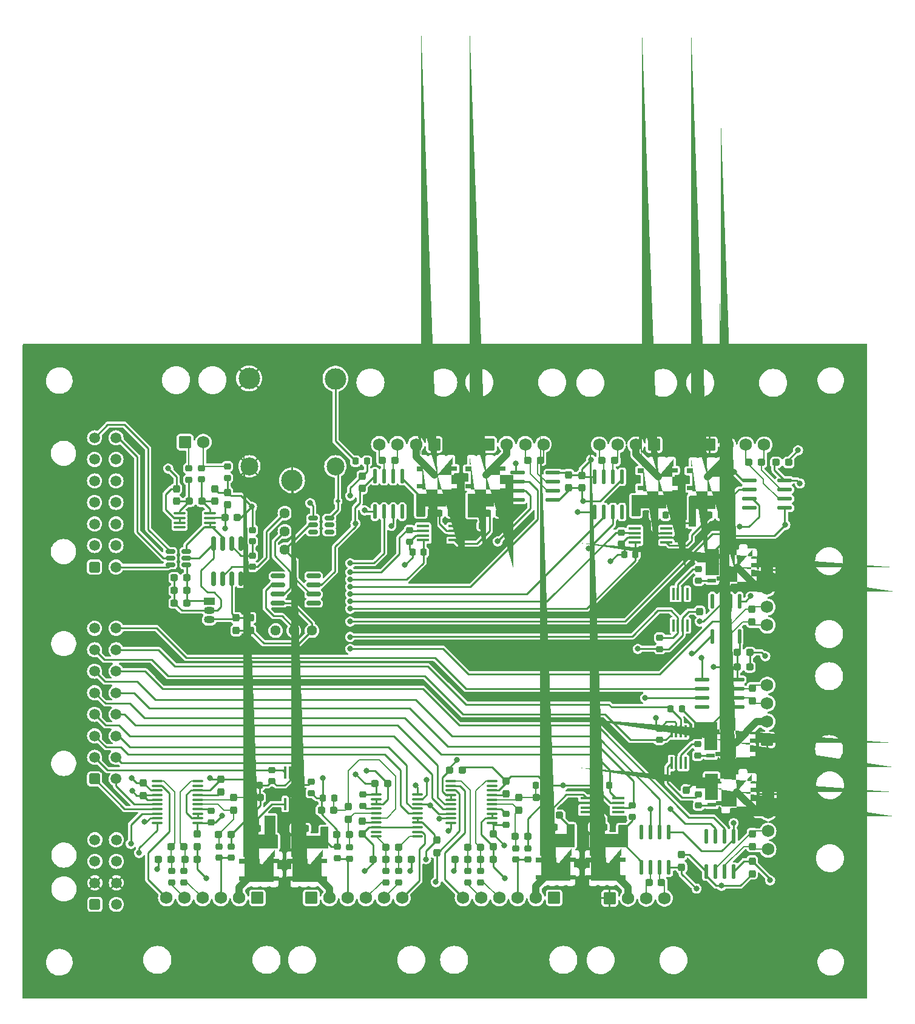
<source format=gbr>
%TF.GenerationSoftware,KiCad,Pcbnew,7.0.6*%
%TF.CreationDate,2023-10-25T23:51:53-07:00*%
%TF.ProjectId,controller-heat,636f6e74-726f-46c6-9c65-722d68656174,rev?*%
%TF.SameCoordinates,Original*%
%TF.FileFunction,Copper,L1,Top*%
%TF.FilePolarity,Positive*%
%FSLAX46Y46*%
G04 Gerber Fmt 4.6, Leading zero omitted, Abs format (unit mm)*
G04 Created by KiCad (PCBNEW 7.0.6) date 2023-10-25 23:51:53*
%MOMM*%
%LPD*%
G01*
G04 APERTURE LIST*
G04 Aperture macros list*
%AMRoundRect*
0 Rectangle with rounded corners*
0 $1 Rounding radius*
0 $2 $3 $4 $5 $6 $7 $8 $9 X,Y pos of 4 corners*
0 Add a 4 corners polygon primitive as box body*
4,1,4,$2,$3,$4,$5,$6,$7,$8,$9,$2,$3,0*
0 Add four circle primitives for the rounded corners*
1,1,$1+$1,$2,$3*
1,1,$1+$1,$4,$5*
1,1,$1+$1,$6,$7*
1,1,$1+$1,$8,$9*
0 Add four rect primitives between the rounded corners*
20,1,$1+$1,$2,$3,$4,$5,0*
20,1,$1+$1,$4,$5,$6,$7,0*
20,1,$1+$1,$6,$7,$8,$9,0*
20,1,$1+$1,$8,$9,$2,$3,0*%
%AMFreePoly0*
4,1,77,2.123536,2.483536,2.125000,2.480000,2.125000,1.460000,2.123536,1.456464,2.120000,1.455000,1.965000,1.455000,1.965000,1.175000,2.710000,1.175000,2.713536,1.173536,2.715000,1.170000,2.715000,0.560000,2.713536,0.556464,2.710000,0.555000,1.965000,0.555000,1.965000,-1.245000,2.710000,-1.245000,2.713536,-1.246464,2.715000,-1.250000,2.715000,-1.860000,2.713536,-1.863536,
2.710000,-1.865000,1.965000,-1.865000,1.965000,-2.040000,1.963536,-2.043536,1.960000,-2.045000,-2.140000,-2.045000,-2.143536,-2.043536,-2.145000,-2.040000,-2.145000,-1.875000,-2.900000,-1.875000,-2.903536,-1.873536,-2.905000,-1.870000,-2.905000,-1.260000,-2.903536,-1.256464,-2.900000,-1.255000,-2.145000,-1.255000,-2.145000,0.545000,-2.900000,0.545000,-2.903536,0.546464,-2.905000,0.550000,
-2.905000,1.160000,-2.903536,1.163536,-2.900000,1.165000,-2.145000,1.165000,-2.145000,1.445000,-2.300000,1.445000,-2.303536,1.446464,-2.305000,1.450000,-2.305000,2.470000,-2.303536,2.473536,-2.300000,2.475000,-1.690000,2.475000,-1.686464,2.473536,-1.685000,2.470000,-1.685000,1.775000,-1.035000,1.775000,-1.035000,2.470000,-1.033536,2.473536,-1.030000,2.475000,-0.420000,2.475000,
-0.416464,2.473536,-0.415000,2.470000,-0.415000,1.775000,0.235000,1.775000,0.235000,2.470000,0.236464,2.473536,0.240000,2.475000,0.850000,2.475000,0.853536,2.473536,0.855000,2.470000,0.855000,1.775000,1.505000,1.775000,1.505000,2.480000,1.506464,2.483536,1.510000,2.485000,2.120000,2.485000,2.123536,2.483536,2.123536,2.483536,$1*%
G04 Aperture macros list end*
%TA.AperFunction,SMDPad,CuDef*%
%ADD10RoundRect,0.218750X-0.218750X-0.256250X0.218750X-0.256250X0.218750X0.256250X-0.218750X0.256250X0*%
%TD*%
%TA.AperFunction,SMDPad,CuDef*%
%ADD11RoundRect,0.237500X-0.237500X0.287500X-0.237500X-0.287500X0.237500X-0.287500X0.237500X0.287500X0*%
%TD*%
%TA.AperFunction,ComponentPad*%
%ADD12RoundRect,0.250560X-0.619440X0.619440X-0.619440X-0.619440X0.619440X-0.619440X0.619440X0.619440X0*%
%TD*%
%TA.AperFunction,ComponentPad*%
%ADD13C,1.740000*%
%TD*%
%TA.AperFunction,SMDPad,CuDef*%
%ADD14RoundRect,0.237500X0.237500X-0.287500X0.237500X0.287500X-0.237500X0.287500X-0.237500X-0.287500X0*%
%TD*%
%TA.AperFunction,SMDPad,CuDef*%
%ADD15RoundRect,0.237500X0.287500X0.237500X-0.287500X0.237500X-0.287500X-0.237500X0.287500X-0.237500X0*%
%TD*%
%TA.AperFunction,SMDPad,CuDef*%
%ADD16RoundRect,0.218750X0.218750X0.256250X-0.218750X0.256250X-0.218750X-0.256250X0.218750X-0.256250X0*%
%TD*%
%TA.AperFunction,SMDPad,CuDef*%
%ADD17RoundRect,0.218750X0.256250X-0.218750X0.256250X0.218750X-0.256250X0.218750X-0.256250X-0.218750X0*%
%TD*%
%TA.AperFunction,SMDPad,CuDef*%
%ADD18RoundRect,0.237500X-0.287500X-0.237500X0.287500X-0.237500X0.287500X0.237500X-0.287500X0.237500X0*%
%TD*%
%TA.AperFunction,SMDPad,CuDef*%
%ADD19RoundRect,0.218750X-0.256250X0.218750X-0.256250X-0.218750X0.256250X-0.218750X0.256250X0.218750X0*%
%TD*%
%TA.AperFunction,ComponentPad*%
%ADD20RoundRect,0.250001X0.499999X-0.499999X0.499999X0.499999X-0.499999X0.499999X-0.499999X-0.499999X0*%
%TD*%
%TA.AperFunction,ComponentPad*%
%ADD21C,1.500000*%
%TD*%
%TA.AperFunction,ComponentPad*%
%ADD22RoundRect,0.250560X0.619440X0.619440X-0.619440X0.619440X-0.619440X-0.619440X0.619440X-0.619440X0*%
%TD*%
%TA.AperFunction,SMDPad,CuDef*%
%ADD23RoundRect,0.150000X-0.825000X-0.150000X0.825000X-0.150000X0.825000X0.150000X-0.825000X0.150000X0*%
%TD*%
%TA.AperFunction,ComponentPad*%
%ADD24R,1.500000X1.050000*%
%TD*%
%TA.AperFunction,ComponentPad*%
%ADD25O,1.500000X1.050000*%
%TD*%
%TA.AperFunction,SMDPad,CuDef*%
%ADD26R,0.610000X1.270000*%
%TD*%
%TA.AperFunction,SMDPad,CuDef*%
%ADD27FreePoly0,180.000000*%
%TD*%
%TA.AperFunction,SMDPad,CuDef*%
%ADD28R,1.270000X0.610000*%
%TD*%
%TA.AperFunction,SMDPad,CuDef*%
%ADD29FreePoly0,270.000000*%
%TD*%
%TA.AperFunction,SMDPad,CuDef*%
%ADD30RoundRect,0.132500X-0.132500X0.857500X-0.132500X-0.857500X0.132500X-0.857500X0.132500X0.857500X0*%
%TD*%
%TA.AperFunction,SMDPad,CuDef*%
%ADD31RoundRect,0.112500X-0.187500X-0.112500X0.187500X-0.112500X0.187500X0.112500X-0.187500X0.112500X0*%
%TD*%
%TA.AperFunction,SMDPad,CuDef*%
%ADD32R,1.680000X0.400000*%
%TD*%
%TA.AperFunction,SMDPad,CuDef*%
%ADD33RoundRect,0.132500X0.857500X0.132500X-0.857500X0.132500X-0.857500X-0.132500X0.857500X-0.132500X0*%
%TD*%
%TA.AperFunction,SMDPad,CuDef*%
%ADD34R,0.400000X1.680000*%
%TD*%
%TA.AperFunction,SMDPad,CuDef*%
%ADD35RoundRect,0.132500X0.132500X-0.857500X0.132500X0.857500X-0.132500X0.857500X-0.132500X-0.857500X0*%
%TD*%
%TA.AperFunction,SMDPad,CuDef*%
%ADD36FreePoly0,0.000000*%
%TD*%
%TA.AperFunction,SMDPad,CuDef*%
%ADD37RoundRect,0.150000X-0.512500X-0.150000X0.512500X-0.150000X0.512500X0.150000X-0.512500X0.150000X0*%
%TD*%
%TA.AperFunction,ComponentPad*%
%ADD38C,1.440000*%
%TD*%
%TA.AperFunction,ComponentPad*%
%ADD39RoundRect,0.250560X-0.619440X-0.619440X0.619440X-0.619440X0.619440X0.619440X-0.619440X0.619440X0*%
%TD*%
%TA.AperFunction,SMDPad,CuDef*%
%ADD40RoundRect,0.100000X0.637500X0.100000X-0.637500X0.100000X-0.637500X-0.100000X0.637500X-0.100000X0*%
%TD*%
%TA.AperFunction,SMDPad,CuDef*%
%ADD41RoundRect,0.150000X-0.150000X0.825000X-0.150000X-0.825000X0.150000X-0.825000X0.150000X0.825000X0*%
%TD*%
%TA.AperFunction,SMDPad,CuDef*%
%ADD42RoundRect,0.100000X-0.712500X-0.100000X0.712500X-0.100000X0.712500X0.100000X-0.712500X0.100000X0*%
%TD*%
%TA.AperFunction,ComponentPad*%
%ADD43C,3.000000*%
%TD*%
%TA.AperFunction,ComponentPad*%
%ADD44C,2.500000*%
%TD*%
%TA.AperFunction,SMDPad,CuDef*%
%ADD45RoundRect,0.150000X0.512500X0.150000X-0.512500X0.150000X-0.512500X-0.150000X0.512500X-0.150000X0*%
%TD*%
%TA.AperFunction,SMDPad,CuDef*%
%ADD46RoundRect,0.100000X-0.637500X-0.100000X0.637500X-0.100000X0.637500X0.100000X-0.637500X0.100000X0*%
%TD*%
%TA.AperFunction,ComponentPad*%
%ADD47RoundRect,0.250560X0.619440X-0.619440X0.619440X0.619440X-0.619440X0.619440X-0.619440X-0.619440X0*%
%TD*%
%TA.AperFunction,ViaPad*%
%ADD48C,0.800000*%
%TD*%
%TA.AperFunction,Conductor*%
%ADD49C,0.250000*%
%TD*%
%TA.AperFunction,Conductor*%
%ADD50C,0.200000*%
%TD*%
%TA.AperFunction,Conductor*%
%ADD51C,1.000000*%
%TD*%
G04 APERTURE END LIST*
D10*
%TO.P,R17,1*%
%TO.N,Net-(U2-OUT_A)*%
X173139138Y-72809073D03*
%TO.P,R17,2*%
%TO.N,Net-(Q2-G)*%
X174714138Y-72809073D03*
%TD*%
D11*
%TO.P,C36,1*%
%TO.N,+3.3V*%
X150685638Y-117222323D03*
%TO.P,C36,2*%
%TO.N,GNDREF*%
X150685638Y-118972323D03*
%TD*%
D12*
%TO.P,J15,1,Pin_1*%
%TO.N,+12V*%
X188908638Y-80471323D03*
D13*
%TO.P,J15,2,Pin_2*%
%TO.N,/MOSFET_HLX*%
X188908638Y-83011323D03*
%TO.P,J15,3,Pin_3*%
%TO.N,/TCX-*%
X188908638Y-85581323D03*
%TO.P,J15,4,Pin_4*%
%TO.N,/TCX+*%
X188908638Y-88121323D03*
%TD*%
D14*
%TO.P,C13,1*%
%TO.N,+3.3V*%
X176974638Y-121847323D03*
%TO.P,C13,2*%
%TO.N,GNDREF*%
X176974638Y-120097323D03*
%TD*%
D12*
%TO.P,J6,1,Pin_1*%
%TO.N,+12V*%
X189035638Y-111713323D03*
D13*
%TO.P,J6,2,Pin_2*%
%TO.N,/MOSFET_HL6*%
X189035638Y-114253323D03*
%TO.P,J6,3,Pin_3*%
%TO.N,/TC6-*%
X189035638Y-116823323D03*
%TO.P,J6,4,Pin_4*%
%TO.N,/TC6+*%
X189035638Y-119363323D03*
%TD*%
D15*
%TO.P,C40,1*%
%TO.N,GNDREF*%
X114095638Y-117335323D03*
%TO.P,C40,2*%
%TO.N,/RTD Readout/DMS_Ref_P*%
X112345638Y-117335323D03*
%TD*%
D11*
%TO.P,C60,1*%
%TO.N,/TCX-*%
X186749638Y-85912823D03*
%TO.P,C60,2*%
%TO.N,/TCX+*%
X186749638Y-87662823D03*
%TD*%
D16*
%TO.P,R11,1*%
%TO.N,Net-(Q6-G)*%
X151473138Y-72504323D03*
%TO.P,R11,2*%
%TO.N,Net-(U1-OUT_B)*%
X149898138Y-72504323D03*
%TD*%
D10*
%TO.P,R21,1*%
%TO.N,Net-(K1-Pad3)*%
X131483138Y-65265323D03*
%TO.P,R21,2*%
%TO.N,GNDREF*%
X133058138Y-65265323D03*
%TD*%
D17*
%TO.P,R53,1*%
%TO.N,Net-(U17--)*%
X117103638Y-76449823D03*
%TO.P,R53,2*%
%TO.N,GNDREF*%
X117103638Y-74874823D03*
%TD*%
D10*
%TO.P,R14,1*%
%TO.N,Net-(Q9-G)*%
X157645138Y-116319323D03*
%TO.P,R14,2*%
%TO.N,Net-(U4-OUT_B)*%
X159220138Y-116319323D03*
%TD*%
D11*
%TO.P,C35,1*%
%TO.N,GNDREF*%
X152463638Y-109856323D03*
%TO.P,C35,2*%
%TO.N,Net-(U14-VREFOUT)*%
X152463638Y-111606323D03*
%TD*%
D18*
%TO.P,C1,1*%
%TO.N,+12V*%
X147410200Y-74269600D03*
%TO.P,C1,2*%
%TO.N,GNDREF*%
X149160200Y-74269600D03*
%TD*%
D11*
%TO.P,C16,1*%
%TO.N,/TC6-*%
X186830638Y-117205323D03*
%TO.P,C16,2*%
%TO.N,/TC6+*%
X186830638Y-118955323D03*
%TD*%
D19*
%TO.P,R32,1*%
%TO.N,+3.3V*%
X132524638Y-111721823D03*
%TO.P,R32,2*%
%TO.N,Net-(U13-N_Reset)*%
X132524638Y-113296823D03*
%TD*%
D20*
%TO.P,J14,1,Pin_1*%
%TO.N,/DMS_RTD_DRDY*%
X95061638Y-109547323D03*
D21*
%TO.P,J14,2,Pin_2*%
%TO.N,/DMS_PWM_IN*%
X95061638Y-106547323D03*
%TO.P,J14,3,Pin_3*%
%TO.N,/GC_RTD_CS*%
X95061638Y-103547323D03*
%TO.P,J14,4,Pin_4*%
%TO.N,/uPC_RTD_DRDY*%
X95061638Y-100547323D03*
%TO.P,J14,5,Pin_5*%
%TO.N,/uPC_PWM_IN*%
X95061638Y-97547323D03*
%TO.P,J14,6,Pin_6*%
%TO.N,/HL7_CS*%
X95061638Y-94547323D03*
%TO.P,J14,7,Pin_7*%
%TO.N,/HL6_PWM_IN*%
X95061638Y-91547323D03*
%TO.P,J14,8,Pin_8*%
%TO.N,unconnected-(J14-Pin_8-Pad8)*%
X95061638Y-88547323D03*
%TO.P,J14,9,Pin_9*%
%TO.N,/DMS_RTD_CS*%
X98061638Y-109547323D03*
%TO.P,J14,10,Pin_10*%
%TO.N,/GC_PWM_IN*%
X98061638Y-106547323D03*
%TO.P,J14,11,Pin_11*%
%TO.N,/GC_RTD_DRDY*%
X98061638Y-103547323D03*
%TO.P,J14,12,Pin_12*%
%TO.N,/uPC_RTD_CS*%
X98061638Y-100547323D03*
%TO.P,J14,13,Pin_13*%
%TO.N,/HL7_PWM_IN*%
X98061638Y-97547323D03*
%TO.P,J14,14,Pin_14*%
%TO.N,/HL6_CS*%
X98061638Y-94547323D03*
%TO.P,J14,15,Pin_15*%
%TO.N,/HL5_PWM_IN*%
X98061638Y-91547323D03*
%TO.P,J14,16,Pin_16*%
%TO.N,/HL5_CS*%
X98061638Y-88547323D03*
%TD*%
D22*
%TO.P,J10,1,Pin_1*%
%TO.N,+24V*%
X117789638Y-126144323D03*
D13*
%TO.P,J10,2,Pin_2*%
%TO.N,/MOSFET_DMS*%
X115249638Y-126144323D03*
%TO.P,J10,3,Pin_3*%
%TO.N,/DMS_RTD--*%
X112679638Y-126144323D03*
%TO.P,J10,4,Pin_4*%
%TO.N,/DMS_RTD-*%
X110139638Y-126144323D03*
%TO.P,J10,5,Pin_5*%
%TO.N,/DMS_RTD+*%
X107629638Y-126144323D03*
%TO.P,J10,6,Pin_6*%
%TO.N,/DMS_RTD++*%
X105089638Y-126144323D03*
%TD*%
D17*
%TO.P,R49,1*%
%TO.N,GNDREF*%
X113601638Y-67576823D03*
%TO.P,R49,2*%
%TO.N,/Safet Cutoff/TC_SAFETY+*%
X113601638Y-66001823D03*
%TD*%
D23*
%TO.P,U19,1,NC*%
%TO.N,unconnected-(U19-NC-Pad1)*%
X120651638Y-81267323D03*
%TO.P,U19,2,-*%
%TO.N,/Safet Cutoff/V_CUTOFF*%
X120651638Y-82537323D03*
%TO.P,U19,3,+*%
%TO.N,Net-(U19-+)*%
X120651638Y-83807323D03*
%TO.P,U19,4,V-*%
%TO.N,GNDREF*%
X120651638Y-85077323D03*
%TO.P,U19,5,NC*%
%TO.N,unconnected-(U19-NC-Pad5)*%
X125601638Y-85077323D03*
%TO.P,U19,6*%
%TO.N,Net-(U23-G1)*%
X125601638Y-83807323D03*
%TO.P,U19,7,V+*%
%TO.N,+3.3V*%
X125601638Y-82537323D03*
%TO.P,U19,8,NC*%
%TO.N,unconnected-(U19-NC-Pad8)*%
X125601638Y-81267323D03*
%TD*%
D24*
%TO.P,U18,1,VO*%
%TO.N,Net-(U18-VO)*%
X111082638Y-84823323D03*
D25*
%TO.P,U18,2,GND*%
%TO.N,GNDREF*%
X111082638Y-86093323D03*
%TO.P,U18,3,VI*%
%TO.N,+3.3V*%
X111082638Y-87363323D03*
%TD*%
D26*
%TO.P,Q9,1,S*%
%TO.N,GNDREF*%
X161480638Y-118178323D03*
X160210638Y-118178323D03*
X158940638Y-118178323D03*
%TO.P,Q9,2,G*%
%TO.N,Net-(Q9-G)*%
X157670638Y-118178323D03*
D27*
%TO.P,Q9,3,D*%
%TO.N,/MOSFET_uPC*%
X159485638Y-121678323D03*
%TD*%
D28*
%TO.P,Q3,1,S*%
%TO.N,GNDREF*%
X181044638Y-102496323D03*
X181044638Y-103766323D03*
X181044638Y-105036323D03*
%TO.P,Q3,2,G*%
%TO.N,Net-(Q3-G)*%
X181044638Y-106306323D03*
D29*
%TO.P,Q3,3,D*%
%TO.N,/MOSFET_HL5*%
X184544638Y-104491323D03*
%TD*%
D18*
%TO.P,C27,1*%
%TO.N,+3.3V*%
X134189638Y-110223323D03*
%TO.P,C27,2*%
%TO.N,GNDREF*%
X135939638Y-110223323D03*
%TD*%
%TO.P,C43,1*%
%TO.N,GNDREF*%
X103963638Y-120764323D03*
%TO.P,C43,2*%
%TO.N,/RTD Readout/DMS_RTD_P*%
X105713638Y-120764323D03*
%TD*%
D17*
%TO.P,R_REF1,1*%
%TO.N,/GC_RTD--*%
X128968638Y-120605123D03*
%TO.P,R_REF1,2*%
%TO.N,GNDREF*%
X128968638Y-119030123D03*
%TD*%
D14*
%TO.P,C38,1*%
%TO.N,/RTD Readout/DMS_Ref_P*%
X114490638Y-113892323D03*
%TO.P,C38,2*%
%TO.N,/RTD Readout/DMS_Ref_N*%
X114490638Y-112142323D03*
%TD*%
D18*
%TO.P,C14,1*%
%TO.N,/TC2-*%
X155525638Y-65138323D03*
%TO.P,C14,2*%
%TO.N,/TC2+*%
X157275638Y-65138323D03*
%TD*%
D30*
%TO.P,U7,1,GND*%
%TO.N,GNDREF*%
X168668888Y-67423073D03*
%TO.P,U7,2,T-*%
%TO.N,/TC3-*%
X167398888Y-67423073D03*
%TO.P,U7,3,T+*%
%TO.N,/TC3+*%
X166128888Y-67423073D03*
%TO.P,U7,4,VCC*%
%TO.N,+3.3V*%
X164858888Y-67423073D03*
%TO.P,U7,5,SCK*%
%TO.N,/SCK_1*%
X164858888Y-72353073D03*
%TO.P,U7,6,N_CS*%
%TO.N,/HL3_CS*%
X166128888Y-72353073D03*
%TO.P,U7,7,MISO*%
%TO.N,/MISO_1*%
X167398888Y-72353073D03*
%TO.P,U7,8,DNC*%
%TO.N,unconnected-(U7-DNC-Pad8)*%
X168668888Y-72353073D03*
%TD*%
D19*
%TO.P,R1,1*%
%TO.N,/HL1_PWM_IN*%
X139042638Y-74891823D03*
%TO.P,R1,2*%
%TO.N,GNDREF*%
X139042638Y-76466823D03*
%TD*%
%TO.P,R44,1*%
%TO.N,/RTD Readout/DMS_RTD_N*%
X107505638Y-122389823D03*
%TO.P,R44,2*%
%TO.N,/DMS_RTD-*%
X107505638Y-123964823D03*
%TD*%
D16*
%TO.P,R12,1*%
%TO.N,Net-(Q7-G)*%
X182410388Y-72809073D03*
%TO.P,R12,2*%
%TO.N,Net-(U2-OUT_B)*%
X180835388Y-72809073D03*
%TD*%
D31*
%TO.P,D1,1,K*%
%TO.N,+12V*%
X126902638Y-70853323D03*
%TO.P,D1,2,A*%
%TO.N,Net-(D1-A)*%
X129002638Y-70853323D03*
%TD*%
D15*
%TO.P,C31,1*%
%TO.N,GNDREF*%
X155497638Y-117589323D03*
%TO.P,C31,2*%
%TO.N,/RTD Readout/uPC_Ref_P*%
X153747638Y-117589323D03*
%TD*%
D18*
%TO.P,C21,1*%
%TO.N,/RTD Readout/GC_RTD_N*%
X135713638Y-119113323D03*
%TO.P,C21,2*%
%TO.N,/RTD Readout/GC_RTD_P*%
X137463638Y-119113323D03*
%TD*%
D32*
%TO.P,U2,1,NC*%
%TO.N,unconnected-(U2-NC-Pad1)*%
X170456638Y-74628073D03*
%TO.P,U2,2,IN_A*%
%TO.N,/HL3_PWM_IN*%
X170456638Y-75278073D03*
%TO.P,U2,3,GND*%
%TO.N,GNDREF*%
X170456638Y-75928073D03*
%TO.P,U2,4,IN_B*%
%TO.N,/HL4_PWM_IN*%
X170456638Y-76578073D03*
%TO.P,U2,5,OUT_B*%
%TO.N,Net-(U2-OUT_B)*%
X174856638Y-76578073D03*
%TO.P,U2,6,Vdd*%
%TO.N,+12V*%
X174856638Y-75928073D03*
%TO.P,U2,7,OUT_A*%
%TO.N,Net-(U2-OUT_A)*%
X174856638Y-75278073D03*
%TO.P,U2,8,NC*%
%TO.N,unconnected-(U2-NC-Pad8)*%
X174856638Y-74628073D03*
%TD*%
D33*
%TO.P,U8,1,GND*%
%TO.N,GNDREF*%
X184723638Y-99538323D03*
%TO.P,U8,2,T-*%
%TO.N,/TC5-*%
X184723638Y-98268323D03*
%TO.P,U8,3,T+*%
%TO.N,/TC5+*%
X184723638Y-96998323D03*
%TO.P,U8,4,VCC*%
%TO.N,+3.3V*%
X184723638Y-95728323D03*
%TO.P,U8,5,SCK*%
%TO.N,/SCK_1*%
X179793638Y-95728323D03*
%TO.P,U8,6,N_CS*%
%TO.N,/HL5_CS*%
X179793638Y-96998323D03*
%TO.P,U8,7,MISO*%
%TO.N,/MISO_1*%
X179793638Y-98268323D03*
%TO.P,U8,8,DNC*%
%TO.N,unconnected-(U8-DNC-Pad8)*%
X179793638Y-99538323D03*
%TD*%
D34*
%TO.P,U3,1,NC*%
%TO.N,unconnected-(U3-NC-Pad1)*%
X177518638Y-102926323D03*
%TO.P,U3,2,IN_A*%
%TO.N,/HL5_PWM_IN*%
X176868638Y-102926323D03*
%TO.P,U3,3,GND*%
%TO.N,GNDREF*%
X176218638Y-102926323D03*
%TO.P,U3,4,IN_B*%
%TO.N,/HL6_PWM_IN*%
X175568638Y-102926323D03*
%TO.P,U3,5,OUT_B*%
%TO.N,Net-(U3-OUT_B)*%
X175568638Y-107326323D03*
%TO.P,U3,6,Vdd*%
%TO.N,+12V*%
X176218638Y-107326323D03*
%TO.P,U3,7,OUT_A*%
%TO.N,Net-(U3-OUT_A)*%
X176868638Y-107326323D03*
%TO.P,U3,8,NC*%
%TO.N,unconnected-(U3-NC-Pad8)*%
X177518638Y-107326323D03*
%TD*%
D22*
%TO.P,J9,1,Pin_1*%
%TO.N,+24V*%
X159194638Y-126144323D03*
D13*
%TO.P,J9,2,Pin_2*%
%TO.N,/MOSFET_uPC*%
X156654638Y-126144323D03*
%TO.P,J9,3,Pin_3*%
%TO.N,/uPC_RTD--*%
X154084638Y-126144323D03*
%TO.P,J9,4,Pin_4*%
%TO.N,/uPC_RTD-*%
X151544638Y-126144323D03*
%TO.P,J9,5,Pin_5*%
%TO.N,/uPC_RTD+*%
X149034638Y-126144323D03*
%TO.P,J9,6,Pin_6*%
%TO.N,/uPC_RTD++*%
X146494638Y-126144323D03*
%TD*%
D11*
%TO.P,C11,1*%
%TO.N,+3.3V*%
X163080888Y-67235073D03*
%TO.P,C11,2*%
%TO.N,GNDREF*%
X163080888Y-68985073D03*
%TD*%
D35*
%TO.P,U12,1,GND*%
%TO.N,GNDREF*%
X180403638Y-122467323D03*
%TO.P,U12,2,T-*%
%TO.N,/TC6-*%
X181673638Y-122467323D03*
%TO.P,U12,3,T+*%
%TO.N,/TC6+*%
X182943638Y-122467323D03*
%TO.P,U12,4,VCC*%
%TO.N,+3.3V*%
X184213638Y-122467323D03*
%TO.P,U12,5,SCK*%
%TO.N,/SCK_1*%
X184213638Y-117537323D03*
%TO.P,U12,6,N_CS*%
%TO.N,/HL6_CS*%
X182943638Y-117537323D03*
%TO.P,U12,7,MISO*%
%TO.N,/MISO_1*%
X181673638Y-117537323D03*
%TO.P,U12,8,DNC*%
%TO.N,unconnected-(U12-DNC-Pad8)*%
X180403638Y-117537323D03*
%TD*%
D15*
%TO.P,C5,1*%
%TO.N,+12V*%
X121207638Y-116446323D03*
%TO.P,C5,2*%
%TO.N,GNDREF*%
X119457638Y-116446323D03*
%TD*%
D16*
%TO.P,R19,1*%
%TO.N,Net-(U4-OUT_A)*%
X166205138Y-116273323D03*
%TO.P,R19,2*%
%TO.N,Net-(Q4-G)*%
X164630138Y-116273323D03*
%TD*%
D26*
%TO.P,Q2,1,S*%
%TO.N,GNDREF*%
X171716888Y-70904073D03*
X172986888Y-70904073D03*
X174256888Y-70904073D03*
%TO.P,Q2,2,G*%
%TO.N,Net-(Q2-G)*%
X175526888Y-70904073D03*
D36*
%TO.P,Q2,3,D*%
%TO.N,/MOSFET_HL3*%
X173711888Y-67404073D03*
%TD*%
D33*
%TO.P,U10,1,GND*%
%TO.N,GNDREF*%
X159030600Y-70676323D03*
%TO.P,U10,2,T-*%
%TO.N,/TC2-*%
X159030600Y-69406323D03*
%TO.P,U10,3,T+*%
%TO.N,/TC2+*%
X159030600Y-68136323D03*
%TO.P,U10,4,VCC*%
%TO.N,+3.3V*%
X159030600Y-66866323D03*
%TO.P,U10,5,SCK*%
%TO.N,/SCK_1*%
X154100600Y-66866323D03*
%TO.P,U10,6,N_CS*%
%TO.N,/HL2_CS*%
X154100600Y-68136323D03*
%TO.P,U10,7,MISO*%
%TO.N,/MISO_1*%
X154100600Y-69406323D03*
%TO.P,U10,8,DNC*%
%TO.N,unconnected-(U10-DNC-Pad8)*%
X154100600Y-70676323D03*
%TD*%
D19*
%TO.P,R42,1*%
%TO.N,/RTD Readout/DMS_Ref_P*%
X112458638Y-118960823D03*
%TO.P,R42,2*%
%TO.N,/DMS_RTD--*%
X112458638Y-120535823D03*
%TD*%
D11*
%TO.P,C45,1*%
%TO.N,+3.3V*%
X109396638Y-117236323D03*
%TO.P,C45,2*%
%TO.N,GNDREF*%
X109396638Y-118986323D03*
%TD*%
D16*
%TO.P,R29,1*%
%TO.N,/RTD Readout/GC_Ref_N*%
X128486138Y-112255323D03*
%TO.P,R29,2*%
%TO.N,GNDREF*%
X126911138Y-112255323D03*
%TD*%
D11*
%TO.P,C54,1*%
%TO.N,+3.3V*%
X116849638Y-87106323D03*
%TO.P,C54,2*%
%TO.N,GNDREF*%
X116849638Y-88856323D03*
%TD*%
D19*
%TO.P,R2,1*%
%TO.N,/HL3_PWM_IN*%
X168592638Y-75196573D03*
%TO.P,R2,2*%
%TO.N,GNDREF*%
X168592638Y-76771573D03*
%TD*%
D11*
%TO.P,C44,1*%
%TO.N,GNDREF*%
X112712638Y-109602323D03*
%TO.P,C44,2*%
%TO.N,Net-(U15-VREFOUT)*%
X112712638Y-111352323D03*
%TD*%
D15*
%TO.P,C4,1*%
%TO.N,+12V*%
X161707800Y-114604800D03*
%TO.P,C4,2*%
%TO.N,GNDREF*%
X159957800Y-114604800D03*
%TD*%
D14*
%TO.P,C49,1*%
%TO.N,Net-(U16-+IN)*%
X111823638Y-70839323D03*
%TO.P,C49,2*%
%TO.N,GNDREF*%
X111823638Y-69089323D03*
%TD*%
D26*
%TO.P,Q7,1,S*%
%TO.N,GNDREF*%
X178594888Y-70975073D03*
X179864888Y-70975073D03*
X181134888Y-70975073D03*
%TO.P,Q7,2,G*%
%TO.N,Net-(Q7-G)*%
X182404888Y-70975073D03*
D36*
%TO.P,Q7,3,D*%
%TO.N,/MOSFET_HL4*%
X180589888Y-67475073D03*
%TD*%
D26*
%TO.P,Q4,1,S*%
%TO.N,GNDREF*%
X168465638Y-118178323D03*
X167195638Y-118178323D03*
X165925638Y-118178323D03*
%TO.P,Q4,2,G*%
%TO.N,Net-(Q4-G)*%
X164655638Y-118178323D03*
D27*
%TO.P,Q4,3,D*%
%TO.N,/MOSFET_HL7*%
X166470638Y-121678323D03*
%TD*%
D32*
%TO.P,U1,1,NC*%
%TO.N,unconnected-(U1-NC-Pad1)*%
X140906638Y-74323323D03*
%TO.P,U1,2,IN_A*%
%TO.N,/HL1_PWM_IN*%
X140906638Y-74973323D03*
%TO.P,U1,3,GND*%
%TO.N,GNDREF*%
X140906638Y-75623323D03*
%TO.P,U1,4,IN_B*%
%TO.N,/HL2_PWM_IN*%
X140906638Y-76273323D03*
%TO.P,U1,5,OUT_B*%
%TO.N,Net-(U1-OUT_B)*%
X145306638Y-76273323D03*
%TO.P,U1,6,Vdd*%
%TO.N,+12V*%
X145306638Y-75623323D03*
%TO.P,U1,7,OUT_A*%
%TO.N,Net-(U1-OUT_A)*%
X145306638Y-74973323D03*
%TO.P,U1,8,NC*%
%TO.N,unconnected-(U1-NC-Pad8)*%
X145306638Y-74323323D03*
%TD*%
D19*
%TO.P,R10,1*%
%TO.N,/DMS_PWM_IN*%
X119824638Y-108292823D03*
%TO.P,R10,2*%
%TO.N,GNDREF*%
X119824638Y-109867823D03*
%TD*%
D37*
%TO.P,U23,1,S1*%
%TO.N,GNDREF*%
X125545138Y-73205323D03*
%TO.P,U23,2,G1*%
%TO.N,Net-(U23-G1)*%
X125545138Y-74155323D03*
%TO.P,U23,3,D2*%
%TO.N,unconnected-(U23-D2-Pad3)*%
X125545138Y-75105323D03*
%TO.P,U23,4,S2*%
%TO.N,unconnected-(U23-S2-Pad4)*%
X127820138Y-75105323D03*
%TO.P,U23,5,G2*%
%TO.N,unconnected-(U23-G2-Pad5)*%
X127820138Y-74155323D03*
%TO.P,U23,6,D1*%
%TO.N,Net-(D1-A)*%
X127820138Y-73205323D03*
%TD*%
D17*
%TO.P,R52,1*%
%TO.N,Net-(R52-Pad1)*%
X117103638Y-80005823D03*
%TO.P,R52,2*%
%TO.N,Net-(U17--)*%
X117103638Y-78430823D03*
%TD*%
D15*
%TO.P,C6,1*%
%TO.N,/TC1-*%
X136955638Y-65138323D03*
%TO.P,C6,2*%
%TO.N,/TC1+*%
X135205638Y-65138323D03*
%TD*%
D18*
%TO.P,C12,1*%
%TO.N,+3.3V*%
X184735638Y-93967323D03*
%TO.P,C12,2*%
%TO.N,GNDREF*%
X186485638Y-93967323D03*
%TD*%
%TO.P,C61,1*%
%TO.N,+3.3V*%
X184735638Y-91935323D03*
%TO.P,C61,2*%
%TO.N,GNDREF*%
X186485638Y-91935323D03*
%TD*%
D19*
%TO.P,R59,1*%
%TO.N,Net-(U21-OUT_A)*%
X179337638Y-80335823D03*
%TO.P,R59,2*%
%TO.N,Net-(Q12-G)*%
X179337638Y-81910823D03*
%TD*%
D26*
%TO.P,Q6,1,S*%
%TO.N,GNDREF*%
X147674638Y-70670323D03*
X148944638Y-70670323D03*
X150214638Y-70670323D03*
%TO.P,Q6,2,G*%
%TO.N,Net-(Q6-G)*%
X151484638Y-70670323D03*
D36*
%TO.P,Q6,3,D*%
%TO.N,/MOSFET_HL2*%
X149669638Y-67170323D03*
%TD*%
D32*
%TO.P,U4,1,NC*%
%TO.N,unconnected-(U4-NC-Pad1)*%
X168125638Y-114200323D03*
%TO.P,U4,2,IN_A*%
%TO.N,/HL7_PWM_IN*%
X168125638Y-113550323D03*
%TO.P,U4,3,GND*%
%TO.N,GNDREF*%
X168125638Y-112900323D03*
%TO.P,U4,4,IN_B*%
%TO.N,/uPC_PWM_IN*%
X168125638Y-112250323D03*
%TO.P,U4,5,OUT_B*%
%TO.N,Net-(U4-OUT_B)*%
X163725638Y-112250323D03*
%TO.P,U4,6,Vdd*%
%TO.N,+12V*%
X163725638Y-112900323D03*
%TO.P,U4,7,OUT_A*%
%TO.N,Net-(U4-OUT_A)*%
X163725638Y-113550323D03*
%TO.P,U4,8,NC*%
%TO.N,unconnected-(U4-NC-Pad8)*%
X163725638Y-114200323D03*
%TD*%
D19*
%TO.P,R4,1*%
%TO.N,/HL7_PWM_IN*%
X170078400Y-113245823D03*
%TO.P,R4,2*%
%TO.N,GNDREF*%
X170078400Y-114820823D03*
%TD*%
D18*
%TO.P,C34,1*%
%TO.N,GNDREF*%
X145351638Y-120764323D03*
%TO.P,C34,2*%
%TO.N,/RTD Readout/uPC_RTD_P*%
X147101638Y-120764323D03*
%TD*%
D17*
%TO.P,R50,1*%
%TO.N,Net-(U16-+IN)*%
X109991638Y-67813823D03*
%TO.P,R50,2*%
%TO.N,/Safet Cutoff/TC_SAFETY+*%
X109991638Y-66238823D03*
%TD*%
D11*
%TO.P,C59,1*%
%TO.N,+12V*%
X179514638Y-84456323D03*
%TO.P,C59,2*%
%TO.N,GNDREF*%
X179514638Y-86206323D03*
%TD*%
D20*
%TO.P,J11,1,Pin_1*%
%TO.N,/HLX_CS*%
X95046800Y-80012800D03*
D21*
%TO.P,J11,2,Pin_2*%
%TO.N,/HLX_PWM_IN*%
X95046800Y-77012800D03*
%TO.P,J11,3,Pin_3*%
%TO.N,/HL4_PWM_IN*%
X95046800Y-74012800D03*
%TO.P,J11,4,Pin_4*%
%TO.N,/HL3_CS*%
X95046800Y-71012800D03*
%TO.P,J11,5,Pin_5*%
%TO.N,/HL2_PWM_IN*%
X95046800Y-68012800D03*
%TO.P,J11,6,Pin_6*%
%TO.N,/HL1_CS*%
X95046800Y-65012800D03*
%TO.P,J11,7,Pin_7*%
%TO.N,/SCK_1*%
X95046800Y-62012800D03*
%TO.P,J11,8,Pin_8*%
%TO.N,/SAFETY_CS*%
X98046800Y-80012800D03*
%TO.P,J11,9,Pin_9*%
%TO.N,/HL4_CS*%
X98046800Y-77012800D03*
%TO.P,J11,10,Pin_10*%
%TO.N,/HL3_PWM_IN*%
X98046800Y-74012800D03*
%TO.P,J11,11,Pin_11*%
%TO.N,/HL2_CS*%
X98046800Y-71012800D03*
%TO.P,J11,12,Pin_12*%
%TO.N,/HL1_PWM_IN*%
X98046800Y-68012800D03*
%TO.P,J11,13,Pin_13*%
%TO.N,/MOSI_1*%
X98046800Y-65012800D03*
%TO.P,J11,14,Pin_14*%
%TO.N,/MISO_1*%
X98046800Y-62012800D03*
%TD*%
D38*
%TO.P,RV1,1,1*%
%TO.N,Net-(U23-G1)*%
X121602638Y-77594323D03*
%TO.P,RV1,2,2*%
%TO.N,Net-(U19-+)*%
X121602638Y-75054323D03*
%TO.P,RV1,3,3*%
%TO.N,Net-(R52-Pad1)*%
X121602638Y-72514323D03*
%TD*%
D26*
%TO.P,Q1,1,S*%
%TO.N,GNDREF*%
X140943638Y-70670323D03*
X142213638Y-70670323D03*
X143483638Y-70670323D03*
%TO.P,Q1,2,G*%
%TO.N,Net-(Q1-G)*%
X144753638Y-70670323D03*
D36*
%TO.P,Q1,3,D*%
%TO.N,/MOSFET_HL1*%
X142938638Y-67170323D03*
%TD*%
D19*
%TO.P,R38,1*%
%TO.N,/RTD Readout/uPC_RTD_P*%
X147115638Y-122389823D03*
%TO.P,R38,2*%
%TO.N,/uPC_RTD+*%
X147115638Y-123964823D03*
%TD*%
D39*
%TO.P,J2,1,Pin_1*%
%TO.N,/SAFETY_12V*%
X150033638Y-62933323D03*
D13*
%TO.P,J2,2,Pin_2*%
%TO.N,/MOSFET_HL2*%
X152573638Y-62933323D03*
%TO.P,J2,3,Pin_3*%
%TO.N,/TC2-*%
X155143638Y-62933323D03*
%TO.P,J2,4,Pin_4*%
%TO.N,/TC2+*%
X157683638Y-62933323D03*
%TD*%
D11*
%TO.P,C55,1*%
%TO.N,+3.3V*%
X114817638Y-87106323D03*
%TO.P,C55,2*%
%TO.N,GNDREF*%
X114817638Y-88856323D03*
%TD*%
%TO.P,C28,1*%
%TO.N,+3.3V*%
X142837038Y-118085923D03*
%TO.P,C28,2*%
%TO.N,GNDREF*%
X142837038Y-119835923D03*
%TD*%
D10*
%TO.P,R15,1*%
%TO.N,Net-(Q10-G)*%
X116243138Y-116446323D03*
%TO.P,R15,2*%
%TO.N,Net-(U5-OUT_B)*%
X117818138Y-116446323D03*
%TD*%
D17*
%TO.P,R8,1*%
%TO.N,/HL6_PWM_IN*%
X173876638Y-104135823D03*
%TO.P,R8,2*%
%TO.N,GNDREF*%
X173876638Y-102560823D03*
%TD*%
D40*
%TO.P,U14,1,DVDD*%
%TO.N,+3.3V*%
X150500138Y-115688323D03*
%TO.P,U14,2,DGND*%
%TO.N,GNDREF*%
X150500138Y-115038323D03*
%TO.P,U14,3,CLK*%
X150500138Y-114388323D03*
%TO.P,U14,4,N_Reset*%
%TO.N,Net-(U14-N_Reset)*%
X150500138Y-113738323D03*
%TO.P,U14,5,REFP0*%
%TO.N,/RTD Readout/uPC_Ref_P*%
X150500138Y-113088323D03*
%TO.P,U14,6,REFN0*%
%TO.N,/RTD Readout/uPC_Ref_N*%
X150500138Y-112438323D03*
%TO.P,U14,7,VREFOUT*%
%TO.N,Net-(U14-VREFOUT)*%
X150500138Y-111788323D03*
%TO.P,U14,8,VREFCOM*%
%TO.N,GNDREF*%
X150500138Y-111138323D03*
%TO.P,U14,9,AIN0*%
%TO.N,unconnected-(U14-AIN0-Pad9)*%
X150500138Y-110488323D03*
%TO.P,U14,10,AIN1*%
%TO.N,/RTD Readout/uPC_RTD_N*%
X150500138Y-109838323D03*
%TO.P,U14,11,AIN2*%
%TO.N,/RTD Readout/uPC_RTD_P*%
X144775138Y-109838323D03*
%TO.P,U14,12,AIN3*%
%TO.N,/uPC_RTD++*%
X144775138Y-110488323D03*
%TO.P,U14,13,AVSS*%
%TO.N,GNDREF*%
X144775138Y-111138323D03*
%TO.P,U14,14,AVDD*%
%TO.N,+3.3V*%
X144775138Y-111788323D03*
%TO.P,U14,15,Start*%
X144775138Y-112438323D03*
%TO.P,U14,16,N_CS*%
%TO.N,/uPC_RTD_CS*%
X144775138Y-113088323D03*
%TO.P,U14,17,N_DRDY*%
%TO.N,/uPC_RTD_DRDY*%
X144775138Y-113738323D03*
%TO.P,U14,18,Dout*%
%TO.N,/MISO_1*%
X144775138Y-114388323D03*
%TO.P,U14,19,DIN*%
%TO.N,/MOSI_1*%
X144775138Y-115038323D03*
%TO.P,U14,20,SCLK*%
%TO.N,/SCK_1*%
X144775138Y-115688323D03*
%TD*%
D41*
%TO.P,U17,1,NC*%
%TO.N,unconnected-(U17-NC-Pad1)*%
X115452638Y-76743323D03*
%TO.P,U17,2,-*%
%TO.N,Net-(U17--)*%
X114182638Y-76743323D03*
%TO.P,U17,3,+*%
%TO.N,Net-(U16-SENSE)*%
X112912638Y-76743323D03*
%TO.P,U17,4,V-*%
%TO.N,GNDREF*%
X111642638Y-76743323D03*
%TO.P,U17,5,NC*%
%TO.N,unconnected-(U17-NC-Pad5)*%
X111642638Y-81693323D03*
%TO.P,U17,6*%
%TO.N,Net-(R52-Pad1)*%
X112912638Y-81693323D03*
%TO.P,U17,7,V+*%
%TO.N,+3.3V*%
X114182638Y-81693323D03*
%TO.P,U17,8,NC*%
%TO.N,unconnected-(U17-NC-Pad8)*%
X115452638Y-81693323D03*
%TD*%
D19*
%TO.P,R18,1*%
%TO.N,Net-(U3-OUT_A)*%
X179210638Y-104719823D03*
%TO.P,R18,2*%
%TO.N,Net-(Q3-G)*%
X179210638Y-106294823D03*
%TD*%
D28*
%TO.P,Q8,1,S*%
%TO.N,GNDREF*%
X181171638Y-109354323D03*
X181171638Y-110624323D03*
X181171638Y-111894323D03*
%TO.P,Q8,2,G*%
%TO.N,Net-(Q8-G)*%
X181171638Y-113164323D03*
D29*
%TO.P,Q8,3,D*%
%TO.N,/MOSFET_HL6*%
X184671638Y-111349323D03*
%TD*%
D19*
%TO.P,R5,1*%
%TO.N,/GC_PWM_IN*%
X125285638Y-109943823D03*
%TO.P,R5,2*%
%TO.N,GNDREF*%
X125285638Y-111518823D03*
%TD*%
D40*
%TO.P,U15,1,DVDD*%
%TO.N,+3.3V*%
X109479138Y-115688323D03*
%TO.P,U15,2,DGND*%
%TO.N,GNDREF*%
X109479138Y-115038323D03*
%TO.P,U15,3,CLK*%
X109479138Y-114388323D03*
%TO.P,U15,4,N_Reset*%
%TO.N,Net-(U15-N_Reset)*%
X109479138Y-113738323D03*
%TO.P,U15,5,REFP0*%
%TO.N,/RTD Readout/DMS_Ref_P*%
X109479138Y-113088323D03*
%TO.P,U15,6,REFN0*%
%TO.N,/RTD Readout/DMS_Ref_N*%
X109479138Y-112438323D03*
%TO.P,U15,7,VREFOUT*%
%TO.N,Net-(U15-VREFOUT)*%
X109479138Y-111788323D03*
%TO.P,U15,8,VREFCOM*%
%TO.N,GNDREF*%
X109479138Y-111138323D03*
%TO.P,U15,9,AIN0*%
%TO.N,unconnected-(U15-AIN0-Pad9)*%
X109479138Y-110488323D03*
%TO.P,U15,10,AIN1*%
%TO.N,/RTD Readout/DMS_RTD_N*%
X109479138Y-109838323D03*
%TO.P,U15,11,AIN2*%
%TO.N,/RTD Readout/DMS_RTD_P*%
X103754138Y-109838323D03*
%TO.P,U15,12,AIN3*%
%TO.N,/DMS_RTD++*%
X103754138Y-110488323D03*
%TO.P,U15,13,AVSS*%
%TO.N,GNDREF*%
X103754138Y-111138323D03*
%TO.P,U15,14,AVDD*%
%TO.N,+3.3V*%
X103754138Y-111788323D03*
%TO.P,U15,15,Start*%
X103754138Y-112438323D03*
%TO.P,U15,16,N_CS*%
%TO.N,/DMS_RTD_CS*%
X103754138Y-113088323D03*
%TO.P,U15,17,N_DRDY*%
%TO.N,/DMS_RTD_DRDY*%
X103754138Y-113738323D03*
%TO.P,U15,18,Dout*%
%TO.N,/MISO_1*%
X103754138Y-114388323D03*
%TO.P,U15,19,DIN*%
%TO.N,/MOSI_1*%
X103754138Y-115038323D03*
%TO.P,U15,20,SCLK*%
%TO.N,/SCK_1*%
X103754138Y-115688323D03*
%TD*%
D17*
%TO.P,R46,1*%
%TO.N,+3.3V*%
X111315638Y-115582823D03*
%TO.P,R46,2*%
%TO.N,Net-(U15-N_Reset)*%
X111315638Y-114007823D03*
%TD*%
D14*
%TO.P,C10,1*%
%TO.N,+3.3V*%
X132397638Y-69061323D03*
%TO.P,C10,2*%
%TO.N,GNDREF*%
X132397638Y-67311323D03*
%TD*%
D19*
%TO.P,R31,1*%
%TO.N,/RTD Readout/GC_RTD_P*%
X137477638Y-122389823D03*
%TO.P,R31,2*%
%TO.N,/GC_RTD+*%
X137477638Y-123964823D03*
%TD*%
%TO.P,R28,1*%
%TO.N,/RTD Readout/GC_Ref_P*%
X130619638Y-119087823D03*
%TO.P,R28,2*%
%TO.N,/GC_RTD--*%
X130619638Y-120662823D03*
%TD*%
D34*
%TO.P,U5,1,NC*%
%TO.N,unconnected-(U5-NC-Pad1)*%
X123593638Y-108658323D03*
%TO.P,U5,2,IN_A*%
%TO.N,/GC_PWM_IN*%
X122943638Y-108658323D03*
%TO.P,U5,3,GND*%
%TO.N,GNDREF*%
X122293638Y-108658323D03*
%TO.P,U5,4,IN_B*%
%TO.N,/DMS_PWM_IN*%
X121643638Y-108658323D03*
%TO.P,U5,5,OUT_B*%
%TO.N,Net-(U5-OUT_B)*%
X121643638Y-113058323D03*
%TO.P,U5,6,Vdd*%
%TO.N,+12V*%
X122293638Y-113058323D03*
%TO.P,U5,7,OUT_A*%
%TO.N,Net-(U5-OUT_A)*%
X122943638Y-113058323D03*
%TO.P,U5,8,NC*%
%TO.N,unconnected-(U5-NC-Pad8)*%
X123593638Y-113058323D03*
%TD*%
D33*
%TO.P,U11,1,GND*%
%TO.N,GNDREF*%
X191377638Y-71742323D03*
%TO.P,U11,2,T-*%
%TO.N,/TC4-*%
X191377638Y-70472323D03*
%TO.P,U11,3,T+*%
%TO.N,/TC4+*%
X191377638Y-69202323D03*
%TO.P,U11,4,VCC*%
%TO.N,+3.3V*%
X191377638Y-67932323D03*
%TO.P,U11,5,SCK*%
%TO.N,/SCK_1*%
X186447638Y-67932323D03*
%TO.P,U11,6,N_CS*%
%TO.N,/HL4_CS*%
X186447638Y-69202323D03*
%TO.P,U11,7,MISO*%
%TO.N,/MISO_1*%
X186447638Y-70472323D03*
%TO.P,U11,8,DNC*%
%TO.N,unconnected-(U11-DNC-Pad8)*%
X186447638Y-71742323D03*
%TD*%
D19*
%TO.P,R30,1*%
%TO.N,/RTD Readout/GC_RTD_N*%
X135699638Y-122389823D03*
%TO.P,R30,2*%
%TO.N,/GC_RTD-*%
X135699638Y-123964823D03*
%TD*%
D16*
%TO.P,R9,1*%
%TO.N,/uPC_PWM_IN*%
X166840138Y-110477323D03*
%TO.P,R9,2*%
%TO.N,GNDREF*%
X165265138Y-110477323D03*
%TD*%
D39*
%TO.P,J13,1,Pin_1*%
%TO.N,/Safet Cutoff/TC_SAFETY-*%
X107695638Y-62609323D03*
D13*
%TO.P,J13,2,Pin_2*%
%TO.N,/Safet Cutoff/TC_SAFETY+*%
X110235638Y-62609323D03*
%TD*%
D18*
%TO.P,C37,1*%
%TO.N,+3.3V*%
X144603638Y-108318323D03*
%TO.P,C37,2*%
%TO.N,GNDREF*%
X146353638Y-108318323D03*
%TD*%
D15*
%TO.P,C25,1*%
%TO.N,GNDREF*%
X139241638Y-120764323D03*
%TO.P,C25,2*%
%TO.N,/RTD Readout/GC_RTD_P*%
X137491638Y-120764323D03*
%TD*%
D14*
%TO.P,C2,1*%
%TO.N,+12V*%
X176847638Y-75843073D03*
%TO.P,C2,2*%
%TO.N,GNDREF*%
X176847638Y-74093073D03*
%TD*%
D15*
%TO.P,C39,1*%
%TO.N,/RTD Readout/DMS_RTD_N*%
X107491638Y-118986323D03*
%TO.P,C39,2*%
%TO.N,/RTD Readout/DMS_RTD_P*%
X105741638Y-118986323D03*
%TD*%
D10*
%TO.P,R36,1*%
%TO.N,/RTD Readout/uPC_Ref_N*%
X156629138Y-110477323D03*
%TO.P,R36,2*%
%TO.N,GNDREF*%
X158204138Y-110477323D03*
%TD*%
D20*
%TO.P,J12,1,Pin_1*%
%TO.N,+24V*%
X95104638Y-127042323D03*
D21*
%TO.P,J12,2,Pin_2*%
%TO.N,+12V*%
X95104638Y-124042323D03*
%TO.P,J12,3,Pin_3*%
%TO.N,+3.3V*%
X95104638Y-121042323D03*
%TO.P,J12,4,Pin_4*%
%TO.N,GNDREF*%
X95104638Y-118042323D03*
%TO.P,J12,5,Pin_5*%
%TO.N,+24V*%
X98104638Y-127042323D03*
%TO.P,J12,6,Pin_6*%
%TO.N,+12V*%
X98104638Y-124042323D03*
%TO.P,J12,7,Pin_7*%
%TO.N,+3.3V*%
X98104638Y-121042323D03*
%TO.P,J12,8,Pin_8*%
%TO.N,GNDREF*%
X98104638Y-118042323D03*
%TD*%
D42*
%TO.P,U16,1,-IN*%
%TO.N,Net-(U16--IN)*%
X106917138Y-72545323D03*
%TO.P,U16,2,REF*%
%TO.N,GNDREF*%
X106917138Y-73195323D03*
%TO.P,U16,3,-Vs*%
X106917138Y-73845323D03*
%TO.P,U16,4,NC*%
%TO.N,unconnected-(U16-NC-Pad4)*%
X106917138Y-74495323D03*
%TO.P,U16,5,SENSE*%
%TO.N,Net-(U16-SENSE)*%
X111142138Y-74495323D03*
%TO.P,U16,6*%
X111142138Y-73845323D03*
%TO.P,U16,7,+Vs*%
%TO.N,+3.3V*%
X111142138Y-73195323D03*
%TO.P,U16,8,+IN*%
%TO.N,Net-(U16-+IN)*%
X111142138Y-72545323D03*
%TD*%
D30*
%TO.P,U6,1,GND*%
%TO.N,GNDREF*%
X137985638Y-67372323D03*
%TO.P,U6,2,T-*%
%TO.N,/TC1-*%
X136715638Y-67372323D03*
%TO.P,U6,3,T+*%
%TO.N,/TC1+*%
X135445638Y-67372323D03*
%TO.P,U6,4,VCC*%
%TO.N,+3.3V*%
X134175638Y-67372323D03*
%TO.P,U6,5,SCK*%
%TO.N,/SCK_1*%
X134175638Y-72302323D03*
%TO.P,U6,6,N_CS*%
%TO.N,/HL1_CS*%
X135445638Y-72302323D03*
%TO.P,U6,7,MISO*%
%TO.N,/MISO_1*%
X136715638Y-72302323D03*
%TO.P,U6,8,DNC*%
%TO.N,unconnected-(U6-DNC-Pad8)*%
X137985638Y-72302323D03*
%TD*%
D26*
%TO.P,Q5,1,S*%
%TO.N,GNDREF*%
X126809638Y-118351323D03*
X125539638Y-118351323D03*
X124269638Y-118351323D03*
%TO.P,Q5,2,G*%
%TO.N,Net-(Q5-G)*%
X122999638Y-118351323D03*
D27*
%TO.P,Q5,3,D*%
%TO.N,/MOSFET_GC*%
X124814638Y-121851323D03*
%TD*%
D10*
%TO.P,R3,1*%
%TO.N,/HL5_PWM_IN*%
X175425138Y-99809323D03*
%TO.P,R3,2*%
%TO.N,GNDREF*%
X177000138Y-99809323D03*
%TD*%
D16*
%TO.P,R7,1*%
%TO.N,/HL4_PWM_IN*%
X170523138Y-78270073D03*
%TO.P,R7,2*%
%TO.N,GNDREF*%
X168948138Y-78270073D03*
%TD*%
D38*
%TO.P,RV2,1,1*%
%TO.N,+3.3V*%
X120322638Y-88887323D03*
%TO.P,RV2,2,2*%
%TO.N,/Safet Cutoff/V_CUTOFF*%
X122862638Y-88887323D03*
%TO.P,RV2,3,3*%
%TO.N,GNDREF*%
X125402638Y-88887323D03*
%TD*%
D14*
%TO.P,C26,1*%
%TO.N,GNDREF*%
X132397638Y-117194323D03*
%TO.P,C26,2*%
%TO.N,Net-(U13-VREFOUT)*%
X132397638Y-115444323D03*
%TD*%
D15*
%TO.P,C23,1*%
%TO.N,/RTD Readout/GC_Ref_N*%
X128446638Y-113906323D03*
%TO.P,C23,2*%
%TO.N,GNDREF*%
X126696638Y-113906323D03*
%TD*%
D11*
%TO.P,C17,1*%
%TO.N,+3.3V*%
X161226638Y-67184323D03*
%TO.P,C17,2*%
%TO.N,GNDREF*%
X161226638Y-68934323D03*
%TD*%
%TO.P,C48,1*%
%TO.N,GNDREF*%
X106489638Y-69089323D03*
%TO.P,C48,2*%
%TO.N,Net-(U16--IN)*%
X106489638Y-70839323D03*
%TD*%
D15*
%TO.P,C42,1*%
%TO.N,GNDREF*%
X109396638Y-120764323D03*
%TO.P,C42,2*%
%TO.N,/RTD Readout/DMS_RTD_N*%
X107646638Y-120764323D03*
%TD*%
D11*
%TO.P,C19,1*%
%TO.N,+3.3V*%
X186830638Y-121015323D03*
%TO.P,C19,2*%
%TO.N,GNDREF*%
X186830638Y-122765323D03*
%TD*%
D17*
%TO.P,R_REF2,1*%
%TO.N,/uPC_RTD--*%
X155511638Y-120789823D03*
%TO.P,R_REF2,2*%
%TO.N,GNDREF*%
X155511638Y-119214823D03*
%TD*%
D35*
%TO.P,U22,1,GND*%
%TO.N,GNDREF*%
X181242638Y-89684323D03*
%TO.P,U22,2,T-*%
%TO.N,/TCX-*%
X182512638Y-89684323D03*
%TO.P,U22,3,T+*%
%TO.N,/TCX+*%
X183782638Y-89684323D03*
%TO.P,U22,4,VCC*%
%TO.N,+3.3V*%
X185052638Y-89684323D03*
%TO.P,U22,5,SCK*%
%TO.N,/SCK_1*%
X185052638Y-84754323D03*
%TO.P,U22,6,N_CS*%
%TO.N,/HLX_CS*%
X183782638Y-84754323D03*
%TO.P,U22,7,MISO*%
%TO.N,/MISO_1*%
X182512638Y-84754323D03*
%TO.P,U22,8,DNC*%
%TO.N,unconnected-(U22-DNC-Pad8)*%
X181242638Y-84754323D03*
%TD*%
D43*
%TO.P,K1,1*%
%TO.N,/SAFETY_12V*%
X122618638Y-67923323D03*
D44*
%TO.P,K1,2*%
%TO.N,Net-(D1-A)*%
X128668638Y-65973323D03*
D43*
%TO.P,K1,3*%
%TO.N,Net-(K1-Pad3)*%
X128668638Y-53773323D03*
%TO.P,K1,4*%
%TO.N,+12V*%
X116618638Y-53723323D03*
D44*
%TO.P,K1,5*%
X116668638Y-65973323D03*
%TD*%
D11*
%TO.P,C52,1*%
%TO.N,GNDREF*%
X113601638Y-69597323D03*
%TO.P,C52,2*%
%TO.N,+3.3V*%
X113601638Y-71347323D03*
%TD*%
D18*
%TO.P,C18,1*%
%TO.N,+3.3V*%
X190145888Y-65443073D03*
%TO.P,C18,2*%
%TO.N,GNDREF*%
X191895888Y-65443073D03*
%TD*%
D16*
%TO.P,R20,1*%
%TO.N,Net-(U5-OUT_A)*%
X124549138Y-116446323D03*
%TO.P,R20,2*%
%TO.N,Net-(Q5-G)*%
X122974138Y-116446323D03*
%TD*%
D14*
%TO.P,C29,1*%
%TO.N,/RTD Readout/uPC_Ref_P*%
X154241638Y-113892323D03*
%TO.P,C29,2*%
%TO.N,/RTD Readout/uPC_Ref_N*%
X154241638Y-112142323D03*
%TD*%
D18*
%TO.P,C56,1*%
%TO.N,GNDREF*%
X106195638Y-85060323D03*
%TO.P,C56,2*%
%TO.N,Net-(U18-VO)*%
X107945638Y-85060323D03*
%TD*%
D15*
%TO.P,C33,1*%
%TO.N,GNDREF*%
X150657638Y-120764323D03*
%TO.P,C33,2*%
%TO.N,/RTD Readout/uPC_RTD_N*%
X148907638Y-120764323D03*
%TD*%
D34*
%TO.P,U21,1,NC*%
%TO.N,unconnected-(U21-NC-Pad1)*%
X175822638Y-88149323D03*
%TO.P,U21,2,IN_A*%
%TO.N,/HLX_PWM_IN*%
X176472638Y-88149323D03*
%TO.P,U21,3,GND*%
%TO.N,GNDREF*%
X177122638Y-88149323D03*
%TO.P,U21,4,IN_B*%
%TO.N,unconnected-(U21-IN_B-Pad4)*%
X177772638Y-88149323D03*
%TO.P,U21,5,OUT_B*%
%TO.N,unconnected-(U21-OUT_B-Pad5)*%
X177772638Y-83749323D03*
%TO.P,U21,6,Vdd*%
%TO.N,+12V*%
X177122638Y-83749323D03*
%TO.P,U21,7,OUT_A*%
%TO.N,Net-(U21-OUT_A)*%
X176472638Y-83749323D03*
%TO.P,U21,8,NC*%
%TO.N,unconnected-(U21-NC-Pad8)*%
X175822638Y-83749323D03*
%TD*%
D45*
%TO.P,U20,1,VA*%
%TO.N,Net-(U18-VO)*%
X107886638Y-79721323D03*
%TO.P,U20,2,GND*%
%TO.N,GNDREF*%
X107886638Y-78771323D03*
%TO.P,U20,3,Vin*%
%TO.N,Net-(U16-SENSE)*%
X107886638Y-77821323D03*
%TO.P,U20,4,SCLK*%
%TO.N,/SCK_1*%
X105611638Y-77821323D03*
%TO.P,U20,5,SDATA*%
%TO.N,/MISO_1*%
X105611638Y-78771323D03*
%TO.P,U20,6,CS*%
%TO.N,/SAFETY_CS*%
X105611638Y-79721323D03*
%TD*%
D14*
%TO.P,C46,1*%
%TO.N,+3.3V*%
X101884638Y-111860323D03*
%TO.P,C46,2*%
%TO.N,GNDREF*%
X101884638Y-110110323D03*
%TD*%
D15*
%TO.P,C7,1*%
%TO.N,/TC3-*%
X167638888Y-65189073D03*
%TO.P,C7,2*%
%TO.N,/TC3+*%
X165888888Y-65189073D03*
%TD*%
%TO.P,C51,1*%
%TO.N,GNDREF*%
X114984638Y-73139323D03*
%TO.P,C51,2*%
%TO.N,+3.3V*%
X113234638Y-73139323D03*
%TD*%
%TO.P,C30,1*%
%TO.N,/RTD Readout/uPC_RTD_N*%
X148879638Y-119113323D03*
%TO.P,C30,2*%
%TO.N,/RTD Readout/uPC_RTD_P*%
X147129638Y-119113323D03*
%TD*%
D19*
%TO.P,R37,1*%
%TO.N,/RTD Readout/uPC_RTD_N*%
X148893638Y-122389823D03*
%TO.P,R37,2*%
%TO.N,/uPC_RTD-*%
X148893638Y-123964823D03*
%TD*%
D18*
%TO.P,C58,1*%
%TO.N,GNDREF*%
X106195638Y-81504323D03*
%TO.P,C58,2*%
%TO.N,Net-(U18-VO)*%
X107945638Y-81504323D03*
%TD*%
%TO.P,C24,1*%
%TO.N,GNDREF*%
X133935638Y-120764323D03*
%TO.P,C24,2*%
%TO.N,/RTD Readout/GC_RTD_N*%
X135685638Y-120764323D03*
%TD*%
D14*
%TO.P,C8,1*%
%TO.N,/TC5-*%
X186830638Y-98635323D03*
%TO.P,C8,2*%
%TO.N,/TC5+*%
X186830638Y-96885323D03*
%TD*%
D18*
%TO.P,C47,1*%
%TO.N,Net-(U16--IN)*%
X108281638Y-70853323D03*
%TO.P,C47,2*%
%TO.N,Net-(U16-+IN)*%
X110031638Y-70853323D03*
%TD*%
D16*
%TO.P,R6,1*%
%TO.N,/HL2_PWM_IN*%
X140973138Y-77965323D03*
%TO.P,R6,2*%
%TO.N,GNDREF*%
X139398138Y-77965323D03*
%TD*%
D11*
%TO.P,C3,1*%
%TO.N,+12V*%
X177647600Y-109361000D03*
%TO.P,C3,2*%
%TO.N,GNDREF*%
X177647600Y-111111000D03*
%TD*%
D14*
%TO.P,C20,1*%
%TO.N,/RTD Readout/GC_Ref_P*%
X130492638Y-115162323D03*
%TO.P,C20,2*%
%TO.N,/RTD Readout/GC_Ref_N*%
X130492638Y-113412323D03*
%TD*%
D26*
%TO.P,Q10,1,S*%
%TO.N,GNDREF*%
X120078638Y-118351323D03*
X118808638Y-118351323D03*
X117538638Y-118351323D03*
%TO.P,Q10,2,G*%
%TO.N,Net-(Q10-G)*%
X116268638Y-118351323D03*
D27*
%TO.P,Q10,3,D*%
%TO.N,/MOSFET_DMS*%
X118083638Y-121851323D03*
%TD*%
D10*
%TO.P,R43,1*%
%TO.N,/RTD Readout/DMS_Ref_N*%
X116497138Y-110477323D03*
%TO.P,R43,2*%
%TO.N,GNDREF*%
X118072138Y-110477323D03*
%TD*%
D18*
%TO.P,C32,1*%
%TO.N,/RTD Readout/uPC_Ref_N*%
X156682638Y-112128323D03*
%TO.P,C32,2*%
%TO.N,GNDREF*%
X158432638Y-112128323D03*
%TD*%
%TO.P,C57,1*%
%TO.N,GNDREF*%
X106195638Y-83282323D03*
%TO.P,C57,2*%
%TO.N,Net-(U18-VO)*%
X107945638Y-83282323D03*
%TD*%
D35*
%TO.P,U9,1,GND*%
%TO.N,GNDREF*%
X171386638Y-121913323D03*
%TO.P,U9,2,T-*%
%TO.N,/TC7-*%
X172656638Y-121913323D03*
%TO.P,U9,3,T+*%
%TO.N,/TC7+*%
X173926638Y-121913323D03*
%TO.P,U9,4,VCC*%
%TO.N,+3.3V*%
X175196638Y-121913323D03*
%TO.P,U9,5,SCK*%
%TO.N,/SCK_1*%
X175196638Y-116983323D03*
%TO.P,U9,6,N_CS*%
%TO.N,/HL7_CS*%
X173926638Y-116983323D03*
%TO.P,U9,7,MISO*%
%TO.N,/MISO_1*%
X172656638Y-116983323D03*
%TO.P,U9,8,DNC*%
%TO.N,unconnected-(U9-DNC-Pad8)*%
X171386638Y-116983323D03*
%TD*%
D18*
%TO.P,C15,1*%
%TO.N,/TC4-*%
X186335888Y-65443073D03*
%TO.P,C15,2*%
%TO.N,/TC4+*%
X188085888Y-65443073D03*
%TD*%
D19*
%TO.P,R56,1*%
%TO.N,/HLX_PWM_IN*%
X173926638Y-89877823D03*
%TO.P,R56,2*%
%TO.N,GNDREF*%
X173926638Y-91452823D03*
%TD*%
D39*
%TO.P,J4,1,Pin_1*%
%TO.N,+12V*%
X180843888Y-62984073D03*
D13*
%TO.P,J4,2,Pin_2*%
%TO.N,/MOSFET_HL4*%
X183383888Y-62984073D03*
%TO.P,J4,3,Pin_3*%
%TO.N,/TC4-*%
X185953888Y-62984073D03*
%TO.P,J4,4,Pin_4*%
%TO.N,/TC4+*%
X188493888Y-62984073D03*
%TD*%
D17*
%TO.P,R_REF3,1*%
%TO.N,/DMS_RTD--*%
X114109638Y-120535823D03*
%TO.P,R_REF3,2*%
%TO.N,GNDREF*%
X114109638Y-118960823D03*
%TD*%
%TO.P,R13,1*%
%TO.N,Net-(Q8-G)*%
X179337638Y-113279823D03*
%TO.P,R13,2*%
%TO.N,Net-(U3-OUT_B)*%
X179337638Y-111704823D03*
%TD*%
%TO.P,R39,1*%
%TO.N,+3.3V*%
X152463638Y-115963823D03*
%TO.P,R39,2*%
%TO.N,Net-(U14-N_Reset)*%
X152463638Y-114388823D03*
%TD*%
D18*
%TO.P,C41,1*%
%TO.N,/RTD Readout/DMS_Ref_N*%
X116409638Y-112128323D03*
%TO.P,C41,2*%
%TO.N,GNDREF*%
X118159638Y-112128323D03*
%TD*%
D19*
%TO.P,R45,1*%
%TO.N,/RTD Readout/DMS_RTD_P*%
X105854638Y-122389823D03*
%TO.P,R45,2*%
%TO.N,/DMS_RTD+*%
X105854638Y-123964823D03*
%TD*%
D46*
%TO.P,U13,1,DVDD*%
%TO.N,+3.3V*%
X134361138Y-111743323D03*
%TO.P,U13,2,DGND*%
%TO.N,GNDREF*%
X134361138Y-112393323D03*
%TO.P,U13,3,CLK*%
X134361138Y-113043323D03*
%TO.P,U13,4,N_Reset*%
%TO.N,Net-(U13-N_Reset)*%
X134361138Y-113693323D03*
%TO.P,U13,5,REFP0*%
%TO.N,/RTD Readout/GC_Ref_P*%
X134361138Y-114343323D03*
%TO.P,U13,6,REFN0*%
%TO.N,/RTD Readout/GC_Ref_N*%
X134361138Y-114993323D03*
%TO.P,U13,7,VREFOUT*%
%TO.N,Net-(U13-VREFOUT)*%
X134361138Y-115643323D03*
%TO.P,U13,8,VREFCOM*%
%TO.N,GNDREF*%
X134361138Y-116293323D03*
%TO.P,U13,9,AIN0*%
%TO.N,unconnected-(U13-AIN0-Pad9)*%
X134361138Y-116943323D03*
%TO.P,U13,10,AIN1*%
%TO.N,/RTD Readout/GC_RTD_N*%
X134361138Y-117593323D03*
%TO.P,U13,11,AIN2*%
%TO.N,/RTD Readout/GC_RTD_P*%
X140086138Y-117593323D03*
%TO.P,U13,12,AIN3*%
%TO.N,/GC_RTD++*%
X140086138Y-116943323D03*
%TO.P,U13,13,AVSS*%
%TO.N,GNDREF*%
X140086138Y-116293323D03*
%TO.P,U13,14,AVDD*%
%TO.N,+3.3V*%
X140086138Y-115643323D03*
%TO.P,U13,15,Start*%
X140086138Y-114993323D03*
%TO.P,U13,16,N_CS*%
%TO.N,/GC_RTD_CS*%
X140086138Y-114343323D03*
%TO.P,U13,17,N_DRDY*%
%TO.N,/GC_RTD_DRDY*%
X140086138Y-113693323D03*
%TO.P,U13,18,Dout*%
%TO.N,/MISO_1*%
X140086138Y-113043323D03*
%TO.P,U13,19,DIN*%
%TO.N,/MOSI_1*%
X140086138Y-112393323D03*
%TO.P,U13,20,SCLK*%
%TO.N,/SCK_1*%
X140086138Y-111743323D03*
%TD*%
D19*
%TO.P,R35,1*%
%TO.N,/RTD Readout/uPC_Ref_P*%
X153860638Y-119214823D03*
%TO.P,R35,2*%
%TO.N,/uPC_RTD--*%
X153860638Y-120789823D03*
%TD*%
D18*
%TO.P,C22,1*%
%TO.N,GNDREF*%
X128855638Y-117335323D03*
%TO.P,C22,2*%
%TO.N,/RTD Readout/GC_Ref_P*%
X130605638Y-117335323D03*
%TD*%
D28*
%TO.P,Q12,1,S*%
%TO.N,GNDREF*%
X181217638Y-78061823D03*
X181217638Y-79331823D03*
X181217638Y-80601823D03*
%TO.P,Q12,2,G*%
%TO.N,Net-(Q12-G)*%
X181217638Y-81871823D03*
D29*
%TO.P,Q12,3,D*%
%TO.N,/MOSFET_HLX*%
X184717638Y-80056823D03*
%TD*%
D19*
%TO.P,R51,1*%
%TO.N,/Safet Cutoff/TC_SAFETY-*%
X108213638Y-66255823D03*
%TO.P,R51,2*%
%TO.N,Net-(U16--IN)*%
X108213638Y-67830823D03*
%TD*%
D10*
%TO.P,R16,1*%
%TO.N,Net-(U1-OUT_A)*%
X143167138Y-72504323D03*
%TO.P,R16,2*%
%TO.N,Net-(Q1-G)*%
X144742138Y-72504323D03*
%TD*%
D18*
%TO.P,C9,1*%
%TO.N,/TC7-*%
X172416638Y-124020323D03*
%TO.P,C9,2*%
%TO.N,/TC7+*%
X174166638Y-124020323D03*
%TD*%
D22*
%TO.P,J3,1,Pin_1*%
%TO.N,+24V*%
X173130888Y-62984073D03*
D13*
%TO.P,J3,2,Pin_2*%
%TO.N,/MOSFET_HL3*%
X170590888Y-62984073D03*
%TO.P,J3,3,Pin_3*%
%TO.N,/TC3-*%
X168020888Y-62984073D03*
%TO.P,J3,4,Pin_4*%
%TO.N,/TC3+*%
X165480888Y-62984073D03*
%TD*%
D39*
%TO.P,J8,1,Pin_1*%
%TO.N,+24V*%
X125288638Y-126144323D03*
D13*
%TO.P,J8,2,Pin_2*%
%TO.N,/MOSFET_GC*%
X127828638Y-126144323D03*
%TO.P,J8,3,Pin_3*%
%TO.N,/GC_RTD--*%
X130398638Y-126144323D03*
%TO.P,J8,4,Pin_4*%
%TO.N,/GC_RTD-*%
X132938638Y-126144323D03*
%TO.P,J8,5,Pin_5*%
%TO.N,/GC_RTD+*%
X135448638Y-126144323D03*
%TO.P,J8,6,Pin_6*%
%TO.N,/GC_RTD++*%
X137988638Y-126144323D03*
%TD*%
D22*
%TO.P,J1,1,Pin_1*%
%TO.N,/SAFETY_12V*%
X142447638Y-62933323D03*
D13*
%TO.P,J1,2,Pin_2*%
%TO.N,/MOSFET_HL1*%
X139907638Y-62933323D03*
%TO.P,J1,3,Pin_3*%
%TO.N,/TC1-*%
X137337638Y-62933323D03*
%TO.P,J1,4,Pin_4*%
%TO.N,/TC1+*%
X134797638Y-62933323D03*
%TD*%
D47*
%TO.P,J5,1,Pin_1*%
%TO.N,+12V*%
X188908638Y-104127323D03*
D13*
%TO.P,J5,2,Pin_2*%
%TO.N,/MOSFET_HL5*%
X188908638Y-101587323D03*
%TO.P,J5,3,Pin_3*%
%TO.N,/TC5-*%
X188908638Y-99017323D03*
%TO.P,J5,4,Pin_4*%
%TO.N,/TC5+*%
X188908638Y-96477323D03*
%TD*%
D39*
%TO.P,J7,1,Pin_1*%
%TO.N,+12V*%
X166941638Y-126179323D03*
D13*
%TO.P,J7,2,Pin_2*%
%TO.N,/MOSFET_HL7*%
X169481638Y-126179323D03*
%TO.P,J7,3,Pin_3*%
%TO.N,/TC7-*%
X172051638Y-126179323D03*
%TO.P,J7,4,Pin_4*%
%TO.N,/TC7+*%
X174591638Y-126179323D03*
%TD*%
D48*
%TO.N,GNDREF*%
X191452638Y-74155323D03*
X168948238Y-116471723D03*
X163258638Y-70853323D03*
X110680638Y-123431323D03*
X117030638Y-71615323D03*
X178409600Y-92049600D03*
X139128638Y-122415323D03*
X152336638Y-123431323D03*
X167068638Y-79235323D03*
X173418638Y-101079323D03*
X119824638Y-115100123D03*
X140500238Y-72478923D03*
X133032638Y-108445323D03*
X145224638Y-122415323D03*
X178498638Y-73901323D03*
X142684638Y-123939323D03*
X161480638Y-116319323D03*
X125158638Y-71107323D03*
X170523038Y-72428123D03*
X179565438Y-78879723D03*
X138366638Y-79743323D03*
X105346638Y-66281323D03*
X182562638Y-124447323D03*
X126936638Y-109461323D03*
X160464638Y-110477323D03*
X188658638Y-92443323D03*
X111188638Y-109461323D03*
X100266638Y-109461323D03*
X148272638Y-72631323D03*
X170878638Y-91427323D03*
X179514638Y-110350323D03*
X193230638Y-63741323D03*
X127190638Y-116674923D03*
X132778638Y-122415323D03*
X179286038Y-102120723D03*
X103822638Y-122161323D03*
X130746638Y-70091323D03*
%TO.N,+3.3V*%
X113271438Y-74663323D03*
X145631038Y-106921323D03*
X100317438Y-111239323D03*
X193484638Y-68364123D03*
X112814238Y-114693723D03*
X181445038Y-93916523D03*
X131457838Y-73952123D03*
X179057438Y-124853723D03*
X131508638Y-108902523D03*
X152235038Y-118808523D03*
X164325438Y-65062123D03*
X141313038Y-120738923D03*
X189319038Y-123685323D03*
%TO.N,/HL1_PWM_IN*%
X130746638Y-80759323D03*
%TO.N,/HL2_PWM_IN*%
X130746638Y-81758826D03*
%TO.N,/HL3_PWM_IN*%
X130746638Y-84823323D03*
%TO.N,/HL4_PWM_IN*%
X130746638Y-85839323D03*
%TO.N,/HL4_CS*%
X130746638Y-87617323D03*
%TO.N,/HL3_CS*%
X130746638Y-83807323D03*
%TO.N,/HL2_CS*%
X130746638Y-82791323D03*
%TO.N,/HL1_CS*%
X130746638Y-79489323D03*
%TO.N,/MOSI_1*%
X143192638Y-115112823D03*
X141414638Y-109715323D03*
X102044638Y-115557323D03*
%TO.N,/MISO_1*%
X185102638Y-74409323D03*
X175450638Y-113779323D03*
X151320638Y-76441323D03*
X172656638Y-113779323D03*
X141922638Y-113271323D03*
X136461638Y-74282323D03*
X171894638Y-98285323D03*
X164020638Y-77457323D03*
X100114238Y-118605323D03*
X179514638Y-87617323D03*
%TO.N,/SCK_1*%
X153860638Y-65532000D03*
X132778638Y-72123323D03*
X179768638Y-92697323D03*
X139890638Y-110477323D03*
X184213638Y-115722400D03*
X184340638Y-66789323D03*
X162496638Y-72377323D03*
X101282638Y-119875323D03*
X186626638Y-84061323D03*
X144462638Y-116827323D03*
%TO.N,/HLX_PWM_IN*%
X130708400Y-89763600D03*
%TO.N,/HLX_CS*%
X130746638Y-91427323D03*
%TD*%
D49*
%TO.N,+12V*%
X177926638Y-109317323D02*
X177963638Y-109354323D01*
X174856638Y-75928073D02*
X176762638Y-75928073D01*
X177647600Y-109361000D02*
X177163315Y-109361000D01*
X161707800Y-114604800D02*
X161707800Y-113828161D01*
X176218638Y-108416323D02*
X176218638Y-107326323D01*
X162635638Y-112900323D02*
X163725638Y-112900323D01*
X147410200Y-74609761D02*
X146396638Y-75623323D01*
X178639638Y-85331323D02*
X179514638Y-84456323D01*
X177122638Y-83749323D02*
X177122638Y-84789323D01*
X122293638Y-115360323D02*
X122293638Y-113058323D01*
X121207638Y-116446323D02*
X122293638Y-115360323D01*
X147410200Y-74269600D02*
X147410200Y-74609761D01*
X177122638Y-84789323D02*
X177664638Y-85331323D01*
X161707800Y-113828161D02*
X162635638Y-112900323D01*
X146396638Y-75623323D02*
X145306638Y-75623323D01*
X177664638Y-85331323D02*
X178639638Y-85331323D01*
X176762638Y-75928073D02*
X176847638Y-75843073D01*
X177163315Y-109361000D02*
X176218638Y-108416323D01*
%TO.N,GNDREF*%
X183595638Y-99538323D02*
X184723638Y-99538323D01*
X135292638Y-113043323D02*
X134361138Y-113043323D01*
X172986888Y-70904073D02*
X171716888Y-70904073D01*
X111176638Y-111138323D02*
X109479138Y-111138323D01*
X161226638Y-69329323D02*
X159879638Y-70676323D01*
X177000138Y-99834823D02*
X177000138Y-99809323D01*
X110807638Y-83553323D02*
X111737638Y-83553323D01*
X109479138Y-111138323D02*
X108495638Y-111138323D01*
X103963638Y-120764323D02*
X103963638Y-122020323D01*
X150657638Y-120764323D02*
X150657638Y-121752323D01*
X146353638Y-108318323D02*
X146734638Y-107937323D01*
X109396638Y-120764323D02*
X109396638Y-122147323D01*
X103754138Y-111138323D02*
X102912638Y-111138323D01*
X139886138Y-75623323D02*
X139042638Y-76466823D01*
X143483638Y-70670323D02*
X142213638Y-70670323D01*
X167195638Y-118178323D02*
X165925638Y-118178323D01*
X165265138Y-111129823D02*
X167035638Y-112900323D01*
X149160200Y-73518885D02*
X148272638Y-72631323D01*
X118808638Y-118351323D02*
X117538638Y-118351323D01*
X118159638Y-112128323D02*
X118159638Y-113271323D01*
X118072138Y-110477323D02*
X119215138Y-110477323D01*
X140943638Y-70670323D02*
X137985638Y-67712323D01*
X168948138Y-77127073D02*
X168592638Y-76771573D01*
X181044638Y-103766323D02*
X181044638Y-102496323D01*
X150500138Y-111138323D02*
X151421638Y-111138323D01*
X181171638Y-111894323D02*
X181171638Y-110624323D01*
X191895888Y-65076073D02*
X193230638Y-63741323D01*
X173926638Y-91452823D02*
X173901138Y-91427323D01*
X180403638Y-123050323D02*
X181800638Y-124447323D01*
X173418638Y-102102823D02*
X173418638Y-101079323D01*
X177647600Y-111111000D02*
X178408277Y-110350323D01*
X181800638Y-124447323D02*
X182562638Y-124447323D01*
X158432638Y-112128323D02*
X155497638Y-115063323D01*
X179661638Y-102496323D02*
X181044638Y-102496323D01*
X177039388Y-73901323D02*
X176847638Y-74093073D01*
X168948238Y-116471723D02*
X168465638Y-116954323D01*
X173876638Y-102560823D02*
X173418638Y-102102823D01*
X180973838Y-110426523D02*
X179590838Y-110426523D01*
X112712638Y-85585323D02*
X112204638Y-86093323D01*
X106195638Y-83282323D02*
X106195638Y-85060323D01*
X126911138Y-112255323D02*
X126022138Y-112255323D01*
X181171638Y-110624323D02*
X181171638Y-109354323D01*
X147674638Y-70670323D02*
X147674638Y-72033323D01*
X111737638Y-83553323D02*
X112712638Y-84528323D01*
X104951638Y-69865323D02*
X104951638Y-71993364D01*
X106489638Y-69089323D02*
X106489638Y-67424323D01*
X191377638Y-74080323D02*
X191452638Y-74155323D01*
X126911138Y-109486823D02*
X126936638Y-109461323D01*
X139398138Y-77965323D02*
X139398138Y-78711823D01*
X170523038Y-72097923D02*
X170523038Y-72428123D01*
X178409600Y-92049600D02*
X178638361Y-92049600D01*
X161480638Y-116319323D02*
X161480638Y-118178323D01*
X181044638Y-102496323D02*
X181044638Y-102089323D01*
X114095638Y-70091323D02*
X115506638Y-70091323D01*
X186485638Y-91935323D02*
X186485638Y-93967323D01*
X126809638Y-117055923D02*
X127190638Y-116674923D01*
X149160200Y-74269600D02*
X149160200Y-73518885D01*
X120651638Y-85077323D02*
X122618638Y-85077323D01*
X160210638Y-118178323D02*
X158940638Y-118178323D01*
X150685638Y-118972323D02*
X149034638Y-117321323D01*
X178408277Y-110350323D02*
X179514638Y-110350323D01*
X102912638Y-111138323D02*
X101884638Y-110110323D01*
X174850138Y-101587323D02*
X173876638Y-102560823D01*
X149034638Y-115557323D02*
X149553638Y-115038323D01*
X132397638Y-67311323D02*
X130746638Y-68962323D01*
X112712638Y-109602323D02*
X111329638Y-109602323D01*
X167035638Y-112900323D02*
X168125638Y-112900323D01*
X142837038Y-123786923D02*
X142684638Y-123939323D01*
X112204638Y-86093323D02*
X111082638Y-86093323D01*
X181217638Y-79331823D02*
X180881138Y-79331823D01*
X100915638Y-110110323D02*
X100266638Y-109461323D01*
X126911138Y-112255323D02*
X126911138Y-109486823D01*
X126022138Y-112255323D02*
X125285638Y-111518823D01*
X139398138Y-78711823D02*
X138366638Y-79743323D01*
X168465638Y-118178323D02*
X167195638Y-118178323D01*
X173926638Y-91452823D02*
X175171138Y-91452823D01*
X181003638Y-89684323D02*
X181242638Y-89684323D01*
X122293638Y-108658323D02*
X122293638Y-109748323D01*
X109479138Y-115038323D02*
X109479138Y-114388323D01*
X111329638Y-109602323D02*
X111188638Y-109461323D01*
X177122638Y-87059323D02*
X177122638Y-88149323D01*
X123624638Y-90665323D02*
X118658638Y-90665323D01*
X163030138Y-68934323D02*
X163080888Y-68985073D01*
X126809638Y-118351323D02*
X125539638Y-118351323D01*
X125545138Y-71493823D02*
X125158638Y-71107323D01*
X120434138Y-110477323D02*
X119824638Y-109867823D01*
X163080888Y-68985073D02*
X163080888Y-70675573D01*
X140943638Y-72035523D02*
X140943638Y-70670323D01*
X115506638Y-73139323D02*
X117030638Y-71615323D01*
X189928638Y-75679323D02*
X183600138Y-75679323D01*
X107886638Y-111747323D02*
X107886638Y-114287323D01*
X180403638Y-122467323D02*
X180403638Y-123050323D01*
X174256888Y-70904073D02*
X172986888Y-70904073D01*
X125545138Y-73205323D02*
X125545138Y-71493823D01*
X135939638Y-112396323D02*
X135292638Y-113043323D01*
X104951638Y-71993364D02*
X106153597Y-73195323D01*
X118072138Y-110477323D02*
X117197138Y-109602323D01*
X113601638Y-69597323D02*
X114095638Y-70091323D01*
X106153597Y-73195323D02*
X106917138Y-73195323D01*
X171386638Y-121099323D02*
X168465638Y-118178323D01*
X125539638Y-118351323D02*
X124269638Y-118351323D01*
X128968638Y-117448323D02*
X128855638Y-117335323D01*
X125402638Y-88887323D02*
X123624638Y-90665323D01*
X107228638Y-86093323D02*
X106195638Y-85060323D01*
X106917138Y-73195323D02*
X106917138Y-73845323D01*
X106489638Y-67424323D02*
X105346638Y-66281323D01*
X103963638Y-122020323D02*
X103822638Y-122161323D01*
X168033888Y-78270073D02*
X167068638Y-79235323D01*
X140906638Y-75623323D02*
X139886138Y-75623323D01*
X168948138Y-78270073D02*
X168948138Y-77127073D01*
X140500238Y-72478923D02*
X140943638Y-72035523D01*
X145986638Y-116827323D02*
X142978038Y-119835923D01*
X147674638Y-72033323D02*
X148272638Y-72631323D01*
X118658638Y-90665323D02*
X116849638Y-88856323D01*
X171716888Y-70904073D02*
X170523038Y-72097923D01*
X150685638Y-120736323D02*
X150657638Y-120764323D01*
X117103638Y-71688323D02*
X117030638Y-71615323D01*
X119457638Y-117730323D02*
X119429638Y-117730323D01*
X170456638Y-75928073D02*
X169436138Y-75928073D01*
X105727638Y-69089323D02*
X104951638Y-69865323D01*
X119824638Y-109867823D02*
X119215138Y-110477323D01*
X126696638Y-114453723D02*
X126696638Y-113906323D01*
X168668888Y-67423073D02*
X168668888Y-67856073D01*
X111642638Y-76743323D02*
X111642638Y-78781323D01*
X181217638Y-79331823D02*
X181217638Y-78061823D01*
X159957800Y-114796485D02*
X161480638Y-116319323D01*
X119824638Y-115100123D02*
X119457638Y-115467123D01*
X163258638Y-70853323D02*
X165605641Y-70853323D01*
X106195638Y-81504323D02*
X106195638Y-83282323D01*
X175171138Y-91452823D02*
X177122638Y-89501323D01*
X134361138Y-116293323D02*
X140086138Y-116293323D01*
X134361138Y-112393323D02*
X134361138Y-113043323D01*
X135939638Y-110223323D02*
X134161638Y-108445323D01*
X191895888Y-65443073D02*
X191895888Y-65076073D01*
X126809638Y-118351323D02*
X126809638Y-117055923D01*
X178594888Y-70975073D02*
X178498638Y-71071323D01*
X165265138Y-110477323D02*
X165265138Y-111129823D01*
X179286038Y-102120723D02*
X179661638Y-102496323D01*
X111642638Y-78781323D02*
X109918638Y-80505323D01*
X152463638Y-109856323D02*
X153112638Y-109207323D01*
X139042638Y-77609823D02*
X139398138Y-77965323D01*
X179286038Y-102120723D02*
X177000138Y-99834823D01*
X122618638Y-85077323D02*
X125402638Y-87861323D01*
X142978038Y-119835923D02*
X142837038Y-119835923D01*
X120078638Y-118351323D02*
X118808638Y-118351323D01*
X111642638Y-76743323D02*
X109614638Y-78771323D01*
X113601638Y-69597323D02*
X112331638Y-69597323D01*
X119457638Y-115467123D02*
X119457638Y-116446323D01*
X107886638Y-114287323D02*
X108637638Y-115038323D01*
X133058138Y-66650823D02*
X132397638Y-67311323D01*
X191377638Y-71742323D02*
X191377638Y-74080323D01*
X119457638Y-116446323D02*
X119457638Y-117730323D01*
X178638361Y-92049600D02*
X181003638Y-89684323D01*
X168465638Y-116954323D02*
X168465638Y-118178323D01*
X150500138Y-114388323D02*
X150500138Y-115038323D01*
X109918638Y-82664323D02*
X110807638Y-83553323D01*
X165265138Y-110477323D02*
X160464638Y-110477323D01*
X191452638Y-74155323D02*
X189928638Y-75679323D01*
X158204138Y-110477323D02*
X158204138Y-111899823D01*
X175969638Y-101587323D02*
X174850138Y-101587323D01*
X180429038Y-78879723D02*
X179565438Y-78879723D01*
X155497638Y-115063323D02*
X155497638Y-117589323D01*
X115506638Y-70091323D02*
X117030638Y-71615323D01*
X133935638Y-118732323D02*
X133935638Y-120764323D01*
X169436138Y-75928073D02*
X168592638Y-76771573D01*
X180881138Y-79331823D02*
X180429038Y-78879723D01*
X128855638Y-116612723D02*
X126696638Y-114453723D01*
X149034638Y-117321323D02*
X149034638Y-115557323D01*
X161226638Y-68934323D02*
X161226638Y-69329323D01*
X160464638Y-110477323D02*
X158204138Y-110477323D01*
X126696638Y-112469823D02*
X126911138Y-112255323D01*
X139042638Y-76466823D02*
X139042638Y-77609823D01*
X178498638Y-71071323D02*
X178498638Y-73901323D01*
X118072138Y-112040823D02*
X118159638Y-112128323D01*
X122293638Y-109748323D02*
X121564638Y-110477323D01*
X188150638Y-91935323D02*
X186485638Y-91935323D01*
X182562638Y-124447323D02*
X185148638Y-124447323D01*
X146734638Y-107937323D02*
X150544638Y-107937323D01*
X109396638Y-118986323D02*
X109396638Y-120764323D01*
X108637638Y-115038323D02*
X109479138Y-115038323D01*
X188658638Y-92443323D02*
X188150638Y-91935323D01*
X137985638Y-67712323D02*
X137985638Y-67372323D01*
X152463638Y-110096323D02*
X152463638Y-109856323D01*
X133935638Y-120764323D02*
X133935638Y-121258323D01*
X181217638Y-80601823D02*
X181217638Y-79331823D01*
X109918638Y-80505323D02*
X109918638Y-82664323D01*
X144775138Y-111138323D02*
X145463679Y-111138323D01*
X181044638Y-105036323D02*
X181044638Y-103766323D01*
X178033638Y-120097323D02*
X176974638Y-120097323D01*
X158204138Y-111899823D02*
X158432638Y-112128323D01*
X176218638Y-102926323D02*
X176218638Y-101836323D01*
X177122638Y-89501323D02*
X177122638Y-88149323D01*
X125402638Y-87861323D02*
X125402638Y-88887323D01*
X135939638Y-110223323D02*
X135939638Y-112396323D01*
X133298638Y-116293323D02*
X134361138Y-116293323D01*
X159957800Y-114604800D02*
X159957800Y-114796485D01*
X132397638Y-117194323D02*
X133935638Y-118732323D01*
X112712638Y-109602323D02*
X111176638Y-111138323D01*
X109614638Y-78771323D02*
X107886638Y-78771323D01*
X150214638Y-70670323D02*
X148944638Y-70670323D01*
X114095638Y-118946823D02*
X114109638Y-118960823D01*
X155497638Y-117589323D02*
X155497638Y-119200823D01*
X128968638Y-119030123D02*
X128968638Y-117448323D01*
X114095638Y-117335323D02*
X114095638Y-118946823D01*
X132397638Y-117194323D02*
X133298638Y-116293323D01*
X149553638Y-115038323D02*
X150500138Y-115038323D01*
X177975638Y-86206323D02*
X177122638Y-87059323D01*
X181171638Y-110624323D02*
X180973838Y-110426523D01*
X179590838Y-110426523D02*
X179514638Y-110350323D01*
X128855638Y-117335323D02*
X128855638Y-116612723D01*
X112712638Y-84528323D02*
X112712638Y-85585323D01*
X171386638Y-121913323D02*
X171386638Y-121099323D01*
X112331638Y-69597323D02*
X111823638Y-69089323D01*
X145986638Y-111661282D02*
X145986638Y-116827323D01*
X181044638Y-102089323D02*
X183595638Y-99538323D01*
X101884638Y-110110323D02*
X100915638Y-110110323D01*
X108495638Y-111138323D02*
X107886638Y-111747323D01*
X161480638Y-118178323D02*
X160210638Y-118178323D01*
X170078400Y-115341561D02*
X170078400Y-114820823D01*
X142213638Y-70670323D02*
X140943638Y-70670323D01*
X118159638Y-113271323D02*
X114095638Y-117335323D01*
X150544638Y-107937323D02*
X152463638Y-109856323D01*
X126809638Y-118351323D02*
X127393838Y-118351323D01*
X176218638Y-101836323D02*
X175969638Y-101587323D01*
X119429638Y-117730323D02*
X118808638Y-118351323D01*
X134161638Y-108445323D02*
X133032638Y-108445323D01*
X168948138Y-78270073D02*
X168033888Y-78270073D01*
X130746638Y-68962323D02*
X130746638Y-70091323D01*
X139241638Y-120764323D02*
X139241638Y-122302323D01*
X145463679Y-111138323D02*
X145986638Y-111661282D01*
X145351638Y-122288323D02*
X145224638Y-122415323D01*
X178498638Y-73901323D02*
X177039388Y-73901323D01*
X178594888Y-70975073D02*
X179864888Y-70975073D01*
X165605641Y-70853323D02*
X168668888Y-67790076D01*
X139241638Y-122302323D02*
X139128638Y-122415323D01*
X128072638Y-119030123D02*
X128968638Y-119030123D01*
X168948238Y-116471723D02*
X170078400Y-115341561D01*
X118072138Y-110477323D02*
X118072138Y-112040823D01*
X183600138Y-75679323D02*
X181217638Y-78061823D01*
X161226638Y-68934323D02*
X163030138Y-68934323D01*
X127393838Y-118351323D02*
X128072638Y-119030123D01*
X155497638Y-119200823D02*
X155511638Y-119214823D01*
X148944638Y-70670323D02*
X147674638Y-70670323D01*
X181134888Y-70975073D02*
X179864888Y-70975073D01*
X133058138Y-65265323D02*
X133058138Y-66650823D01*
X150685638Y-118972323D02*
X150685638Y-120736323D01*
X121564638Y-110477323D02*
X120434138Y-110477323D01*
X106489638Y-69089323D02*
X105727638Y-69089323D01*
X163080888Y-70675573D02*
X163258638Y-70853323D01*
X117197138Y-109602323D02*
X112712638Y-109602323D01*
X156934138Y-109207323D02*
X158204138Y-110477323D01*
X150657638Y-121752323D02*
X152336638Y-123431323D01*
X151421638Y-111138323D02*
X152463638Y-110096323D01*
X168668888Y-67790076D02*
X168668888Y-67423073D01*
X180403638Y-122467323D02*
X178033638Y-120097323D01*
X142837038Y-119835923D02*
X142837038Y-123786923D01*
X116849638Y-88856323D02*
X114817638Y-88856323D01*
X111082638Y-86093323D02*
X107228638Y-86093323D01*
X109396638Y-122147323D02*
X110680638Y-123431323D01*
X145351638Y-120764323D02*
X145351638Y-122288323D01*
X159879638Y-70676323D02*
X159030600Y-70676323D01*
X153112638Y-109207323D02*
X156934138Y-109207323D01*
X179514638Y-86206323D02*
X177975638Y-86206323D01*
X114984638Y-73139323D02*
X115506638Y-73139323D01*
X173901138Y-91427323D02*
X170878638Y-91427323D01*
X185148638Y-124447323D02*
X186830638Y-122765323D01*
X117103638Y-74874823D02*
X117103638Y-71688323D01*
X133935638Y-121258323D02*
X132778638Y-122415323D01*
X126696638Y-113906323D02*
X126696638Y-112469823D01*
X113601638Y-67576823D02*
X113601638Y-69597323D01*
D50*
%TO.N,/TC1-*%
X136955638Y-65138323D02*
X137337638Y-64756323D01*
X136715638Y-65378323D02*
X136955638Y-65138323D01*
X136715638Y-67372323D02*
X136715638Y-65378323D01*
X137337638Y-64756323D02*
X137337638Y-62933323D01*
%TO.N,/TC1+*%
X135445638Y-67372323D02*
X135445638Y-65378323D01*
X134797638Y-64730323D02*
X134797638Y-62933323D01*
X135205638Y-65138323D02*
X134797638Y-64730323D01*
X135445638Y-65378323D02*
X135205638Y-65138323D01*
%TO.N,/TC3-*%
X167398888Y-65429073D02*
X167638888Y-65189073D01*
X168020888Y-64807073D02*
X168020888Y-62984073D01*
X167398888Y-67423073D02*
X167398888Y-65429073D01*
X167638888Y-65189073D02*
X168020888Y-64807073D01*
%TO.N,/TC3+*%
X166128888Y-67423073D02*
X166128888Y-65429073D01*
X165888888Y-65189073D02*
X165480888Y-64781073D01*
X165480888Y-64781073D02*
X165480888Y-62984073D01*
X166128888Y-65429073D02*
X165888888Y-65189073D01*
%TO.N,/TC5-*%
X184723638Y-98268323D02*
X186463638Y-98268323D01*
X186463638Y-98268323D02*
X186830638Y-98635323D01*
X186830638Y-98635323D02*
X187212638Y-99017323D01*
X187212638Y-99017323D02*
X188908638Y-99017323D01*
%TO.N,/TC5+*%
X187238638Y-96477323D02*
X188908638Y-96477323D01*
X186717638Y-96998323D02*
X186830638Y-96885323D01*
X186830638Y-96885323D02*
X187238638Y-96477323D01*
X184723638Y-96998323D02*
X186717638Y-96998323D01*
%TO.N,/TC7-*%
X172656638Y-121913323D02*
X172656638Y-123780323D01*
X172416638Y-124020323D02*
X172051638Y-124385323D01*
X172656638Y-123780323D02*
X172416638Y-124020323D01*
X172051638Y-124385323D02*
X172051638Y-126179323D01*
%TO.N,/TC7+*%
X173926638Y-121913323D02*
X173926638Y-123780323D01*
X173926638Y-123780323D02*
X174166638Y-124020323D01*
X174591638Y-124445323D02*
X174591638Y-126179323D01*
X174166638Y-124020323D02*
X174591638Y-124445323D01*
D49*
%TO.N,+3.3V*%
X101884638Y-111860323D02*
X100938438Y-111860323D01*
X159119638Y-66866323D02*
X160908638Y-66866323D01*
X126682638Y-82537323D02*
X128613038Y-80606923D01*
X140774679Y-115643323D02*
X142466679Y-117335323D01*
X150685638Y-117222323D02*
X150685638Y-115873823D01*
X134339638Y-111721823D02*
X134361138Y-111743323D01*
X184735638Y-93872323D02*
X184657638Y-93950323D01*
X113234638Y-73139323D02*
X113234638Y-74626523D01*
X150685638Y-115873823D02*
X150500138Y-115688323D01*
X143573638Y-111275364D02*
X143573638Y-109348323D01*
X114182638Y-81693323D02*
X114182638Y-86471323D01*
X113234638Y-71714323D02*
X113601638Y-71347323D01*
X176974638Y-121847323D02*
X176974638Y-122770923D01*
X125601638Y-82537323D02*
X126682638Y-82537323D01*
X103754138Y-111788323D02*
X101956638Y-111788323D01*
X109483138Y-115684323D02*
X109479138Y-115688323D01*
X161226638Y-67184323D02*
X163030138Y-67184323D01*
X131407038Y-71716923D02*
X131407038Y-73901323D01*
X100938438Y-111860323D02*
X100317438Y-111239323D01*
X114182638Y-86471323D02*
X114817638Y-87106323D01*
X189319038Y-123503723D02*
X189319038Y-123685323D01*
X128613038Y-80606923D02*
X128613038Y-77203323D01*
X128613038Y-77203323D02*
X131457838Y-74358523D01*
X142466679Y-117715564D02*
X142837038Y-118085923D01*
X113234638Y-73139323D02*
X111198138Y-73139323D01*
X131457838Y-74358523D02*
X131457838Y-73952123D01*
X144086597Y-111788323D02*
X143573638Y-111275364D01*
X184723638Y-94016323D02*
X184657638Y-93950323D01*
X134189638Y-110223323D02*
X132829438Y-110223323D01*
X184723638Y-95728323D02*
X184723638Y-94016323D01*
X114817638Y-87106323D02*
X116849638Y-87106323D01*
X132524638Y-111721823D02*
X134339638Y-111721823D01*
X163268888Y-67423073D02*
X163080888Y-67235073D01*
X189928638Y-66483323D02*
X189928638Y-65660323D01*
X163030138Y-67184323D02*
X163080888Y-67235073D01*
X189928638Y-65660323D02*
X190145888Y-65443073D01*
X175196638Y-121913323D02*
X176908638Y-121913323D01*
X101956638Y-111788323D02*
X101884638Y-111860323D01*
X141313038Y-119609923D02*
X141313038Y-120738923D01*
X103754138Y-112438323D02*
X102462638Y-112438323D01*
X131407038Y-73901323D02*
X131457838Y-73952123D01*
X186830638Y-121015323D02*
X189319038Y-123503723D01*
X176908638Y-121913323D02*
X176974638Y-121847323D01*
X109396638Y-117236323D02*
X109396638Y-115770823D01*
X160908638Y-66866323D02*
X161226638Y-67184323D01*
X142466679Y-117335323D02*
X142466679Y-117715564D01*
X185052638Y-89684323D02*
X185052638Y-91618323D01*
X181495838Y-93967323D02*
X181445038Y-93916523D01*
X163080888Y-66306673D02*
X164325438Y-65062123D01*
X111198138Y-73139323D02*
X111142138Y-73195323D01*
X143573638Y-109348323D02*
X144603638Y-108318323D01*
X102462638Y-112438323D02*
X101884638Y-111860323D01*
X111214138Y-115684323D02*
X109483138Y-115684323D01*
X184735638Y-93967323D02*
X181495838Y-93967323D01*
X114704638Y-87219323D02*
X114817638Y-87106323D01*
X134361138Y-111743323D02*
X134361138Y-110394823D01*
X150775638Y-115963823D02*
X150500138Y-115688323D01*
X163080888Y-67235073D02*
X163080888Y-66306673D01*
X134361138Y-110394823D02*
X134189638Y-110223323D01*
X132053638Y-71070323D02*
X131407038Y-71716923D01*
X111315638Y-115582823D02*
X111925138Y-115582823D01*
X140086138Y-115643323D02*
X140774679Y-115643323D01*
X144294638Y-111788323D02*
X144222638Y-111860323D01*
X186830638Y-121015323D02*
X185665638Y-121015323D01*
X111315638Y-115582823D02*
X111214138Y-115684323D01*
X134086638Y-67372323D02*
X132397638Y-69061323D01*
X113234638Y-73139323D02*
X113234638Y-71714323D01*
X140086138Y-114993323D02*
X140086138Y-115643323D01*
X111925138Y-115582823D02*
X112814238Y-114693723D01*
X132397638Y-69061323D02*
X132053638Y-69405323D01*
X134175638Y-67372323D02*
X134086638Y-67372323D01*
X164858888Y-67423073D02*
X163268888Y-67423073D01*
X176974638Y-122770923D02*
X179057438Y-124853723D01*
X193052838Y-67932323D02*
X193484638Y-68364123D01*
X144775138Y-112438323D02*
X144775138Y-111788323D01*
X185665638Y-121015323D02*
X184213638Y-122467323D01*
X150685638Y-117222323D02*
X150685638Y-117259123D01*
X110901638Y-87219323D02*
X114704638Y-87219323D01*
X142837038Y-118085923D02*
X141313038Y-119609923D01*
X191377638Y-67932323D02*
X193052838Y-67932323D01*
X144603638Y-107948723D02*
X145631038Y-106921323D01*
X132053638Y-69405323D02*
X132053638Y-71070323D01*
X132829438Y-110223323D02*
X131508638Y-108902523D01*
X150685638Y-117259123D02*
X152235038Y-118808523D01*
X144775138Y-111788323D02*
X144086597Y-111788323D01*
X191377638Y-67932323D02*
X189928638Y-66483323D01*
X113234638Y-74626523D02*
X113271438Y-74663323D01*
X184735638Y-91935323D02*
X184735638Y-93872323D01*
X185052638Y-91618323D02*
X184735638Y-91935323D01*
X144603638Y-108318323D02*
X144603638Y-107948723D01*
X152463638Y-115963823D02*
X150775638Y-115963823D01*
X109396638Y-115770823D02*
X109479138Y-115688323D01*
D50*
%TO.N,/TC2-*%
X155143638Y-64756323D02*
X155143638Y-62933323D01*
X155525638Y-65138323D02*
X155143638Y-64756323D01*
X158255638Y-69406323D02*
X155892638Y-67043323D01*
X155892638Y-65505323D02*
X155525638Y-65138323D01*
X159030600Y-69406323D02*
X158255638Y-69406323D01*
X155892638Y-67043323D02*
X155892638Y-65505323D01*
%TO.N,/TC2+*%
X157683638Y-64730323D02*
X157683638Y-62933323D01*
X156891638Y-66993323D02*
X156891638Y-65522323D01*
X158034638Y-68136323D02*
X156891638Y-66993323D01*
X156891638Y-65522323D02*
X157275638Y-65138323D01*
X157275638Y-65138323D02*
X157683638Y-64730323D01*
X159030600Y-68136323D02*
X158034638Y-68136323D01*
%TO.N,/TC4-*%
X188404638Y-68326147D02*
X188404638Y-67805323D01*
X191377638Y-70472323D02*
X190550814Y-70472323D01*
X190550814Y-70472323D02*
X188404638Y-68326147D01*
X186335888Y-65736573D02*
X186335888Y-65443073D01*
X188404638Y-67805323D02*
X186335888Y-65736573D01*
X185953888Y-62984073D02*
X185953888Y-65061073D01*
X185953888Y-65061073D02*
X186335888Y-65443073D01*
%TO.N,/TC4+*%
X188085888Y-66470573D02*
X188085888Y-65443073D01*
X188493888Y-62984073D02*
X188493888Y-65035073D01*
X188493888Y-65035073D02*
X188085888Y-65443073D01*
X190817638Y-69202323D02*
X188085888Y-66470573D01*
X191377638Y-69202323D02*
X190817638Y-69202323D01*
%TO.N,/TC6-*%
X181673638Y-122034323D02*
X186502638Y-117205323D01*
X186830638Y-117205323D02*
X187212638Y-116823323D01*
X186502638Y-117205323D02*
X186830638Y-117205323D01*
X181673638Y-122467323D02*
X181673638Y-122034323D01*
X187212638Y-116823323D02*
X189035638Y-116823323D01*
%TO.N,/TC6+*%
X187238638Y-119363323D02*
X189035638Y-119363323D01*
X182943638Y-121653323D02*
X185641638Y-118955323D01*
X186830638Y-118955323D02*
X187238638Y-119363323D01*
X182943638Y-122467323D02*
X182943638Y-121653323D01*
X185641638Y-118955323D02*
X186830638Y-118955323D01*
%TO.N,/RTD Readout/GC_Ref_P*%
X130492638Y-115162323D02*
X131311638Y-114343323D01*
X130619638Y-119087823D02*
X130619638Y-117349323D01*
X131311638Y-114343323D02*
X134361138Y-114343323D01*
X130492638Y-117222323D02*
X130492638Y-115162323D01*
%TO.N,/RTD Readout/GC_RTD_N*%
X135713638Y-119113323D02*
X135713638Y-120736323D01*
X135713638Y-118945823D02*
X134361138Y-117593323D01*
X135699638Y-122389823D02*
X135699638Y-120778323D01*
X135713638Y-119113323D02*
X135713638Y-118945823D01*
X135713638Y-120736323D02*
X135685638Y-120764323D01*
X135699638Y-120778323D02*
X135685638Y-120764323D01*
%TO.N,/RTD Readout/GC_RTD_P*%
X137477638Y-122389823D02*
X137477638Y-120778323D01*
X137463638Y-119113323D02*
X138983638Y-117593323D01*
X137477638Y-120778323D02*
X137491638Y-120764323D01*
X138983638Y-117593323D02*
X140086138Y-117593323D01*
X137463638Y-119113323D02*
X137463638Y-120736323D01*
X137463638Y-120736323D02*
X137491638Y-120764323D01*
D49*
%TO.N,Net-(U13-VREFOUT)*%
X132397638Y-115444323D02*
X132596638Y-115643323D01*
X132596638Y-115643323D02*
X134361138Y-115643323D01*
D50*
%TO.N,/RTD Readout/uPC_Ref_P*%
X153747638Y-117589323D02*
X153747638Y-114386323D01*
X153437638Y-113088323D02*
X150500138Y-113088323D01*
X153860638Y-119214823D02*
X153860638Y-117702323D01*
X153860638Y-117702323D02*
X153747638Y-117589323D01*
X153747638Y-114386323D02*
X154241638Y-113892323D01*
X154241638Y-113892323D02*
X153437638Y-113088323D01*
%TO.N,/RTD Readout/uPC_Ref_N*%
X153945638Y-112438323D02*
X150500138Y-112438323D01*
X154241638Y-112142323D02*
X153945638Y-112438323D01*
X154241638Y-112142323D02*
X156668638Y-112142323D01*
X156668638Y-112142323D02*
X156682638Y-112128323D01*
X156629138Y-110477323D02*
X156629138Y-112074823D01*
X156629138Y-112074823D02*
X156682638Y-112128323D01*
%TO.N,/RTD Readout/uPC_RTD_N*%
X148893638Y-122389823D02*
X148893638Y-120778323D01*
X148893638Y-120778323D02*
X148907638Y-120764323D01*
X148272638Y-111242323D02*
X149676638Y-109838323D01*
X148272638Y-118506323D02*
X148272638Y-111242323D01*
X149676638Y-109838323D02*
X150500138Y-109838323D01*
X148879638Y-119113323D02*
X148272638Y-118506323D01*
X148907638Y-120764323D02*
X148907638Y-119141323D01*
X148907638Y-119141323D02*
X148879638Y-119113323D01*
%TO.N,/RTD Readout/uPC_RTD_P*%
X147510638Y-111109323D02*
X146239638Y-109838323D01*
X147510638Y-118732323D02*
X147510638Y-111109323D01*
X146239638Y-109838323D02*
X144775138Y-109838323D01*
X147101638Y-119141323D02*
X147129638Y-119113323D01*
X147129638Y-119113323D02*
X147510638Y-118732323D01*
X147115638Y-120778323D02*
X147101638Y-120764323D01*
X147115638Y-122389823D02*
X147115638Y-120778323D01*
X147101638Y-120764323D02*
X147101638Y-119141323D01*
D49*
%TO.N,Net-(U14-VREFOUT)*%
X152281638Y-111788323D02*
X150500138Y-111788323D01*
X152463638Y-111606323D02*
X152281638Y-111788323D01*
D50*
%TO.N,/RTD Readout/DMS_Ref_P*%
X112458638Y-117448323D02*
X112345638Y-117335323D01*
X112289638Y-113088323D02*
X109479138Y-113088323D01*
X114490638Y-113892323D02*
X114490638Y-115190323D01*
X114490638Y-115190323D02*
X112345638Y-117335323D01*
X114490638Y-113892323D02*
X113093638Y-113892323D01*
X112458638Y-118960823D02*
X112458638Y-117448323D01*
X113093638Y-113892323D02*
X112289638Y-113088323D01*
%TO.N,/RTD Readout/DMS_Ref_N*%
X116497138Y-112040823D02*
X116409638Y-112128323D01*
X114194638Y-112438323D02*
X109479138Y-112438323D01*
X114490638Y-112142323D02*
X114194638Y-112438323D01*
X116409638Y-112128323D02*
X114504638Y-112128323D01*
X114504638Y-112128323D02*
X114490638Y-112142323D01*
X116497138Y-110477323D02*
X116497138Y-112040823D01*
%TO.N,/RTD Readout/DMS_RTD_N*%
X107505638Y-120905323D02*
X107646638Y-120764323D01*
X107505638Y-122389823D02*
X107505638Y-120905323D01*
X106997638Y-118492323D02*
X106997638Y-111366323D01*
X107646638Y-120764323D02*
X107646638Y-119141323D01*
X106997638Y-111366323D02*
X108525638Y-109838323D01*
X108525638Y-109838323D02*
X109479138Y-109838323D01*
X107646638Y-119141323D02*
X107491638Y-118986323D01*
X107491638Y-118986323D02*
X106997638Y-118492323D01*
%TO.N,/RTD Readout/DMS_RTD_P*%
X106235638Y-118492323D02*
X106235638Y-111366323D01*
X105713638Y-119014323D02*
X105741638Y-118986323D01*
X105713638Y-120764323D02*
X105713638Y-119014323D01*
X105854638Y-120905323D02*
X105713638Y-120764323D01*
X105741638Y-118986323D02*
X106235638Y-118492323D01*
X105854638Y-122389823D02*
X105854638Y-120905323D01*
X104707638Y-109838323D02*
X103754138Y-109838323D01*
X106235638Y-111366323D02*
X104707638Y-109838323D01*
D49*
%TO.N,Net-(U15-VREFOUT)*%
X112712638Y-111352323D02*
X112276638Y-111788323D01*
X112276638Y-111788323D02*
X109479138Y-111788323D01*
%TO.N,Net-(U16--IN)*%
X106917138Y-72217823D02*
X108281638Y-70853323D01*
X108281638Y-70853323D02*
X106503638Y-70853323D01*
X108213638Y-70785323D02*
X108281638Y-70853323D01*
X106503638Y-70853323D02*
X106489638Y-70839323D01*
X106917138Y-72545323D02*
X106917138Y-72217823D01*
X108213638Y-67830823D02*
X108213638Y-70785323D01*
%TO.N,Net-(U16-+IN)*%
X109991638Y-70813323D02*
X110031638Y-70853323D01*
X110045638Y-70839323D02*
X110031638Y-70853323D01*
X111823638Y-70839323D02*
X110045638Y-70839323D01*
X111142138Y-71963823D02*
X110031638Y-70853323D01*
X109991638Y-67813823D02*
X109991638Y-70813323D01*
X111142138Y-72545323D02*
X111142138Y-71963823D01*
%TO.N,Net-(U18-VO)*%
X107945638Y-79780323D02*
X107886638Y-79721323D01*
X110901638Y-84679323D02*
X108326638Y-84679323D01*
X107945638Y-81504323D02*
X107945638Y-79780323D01*
X107945638Y-83282323D02*
X107945638Y-81504323D01*
X108326638Y-84679323D02*
X107945638Y-85060323D01*
X107945638Y-85060323D02*
X107945638Y-83282323D01*
%TO.N,Net-(D1-A)*%
X129002638Y-70853323D02*
X129002638Y-72022823D01*
X129002638Y-72022823D02*
X127820138Y-73205323D01*
X129002638Y-66307323D02*
X129002638Y-70853323D01*
X128668638Y-65973323D02*
X129002638Y-66307323D01*
%TO.N,/MOSFET_HL1*%
X142938638Y-67170323D02*
X142463638Y-67170323D01*
D51*
X142463638Y-67170323D02*
X139907638Y-64614323D01*
X139907638Y-64614323D02*
X139907638Y-62933323D01*
%TO.N,/MOSFET_HL2*%
X149669638Y-67170323D02*
X152573638Y-64266323D01*
X152573638Y-64266323D02*
X152573638Y-62933323D01*
%TO.N,/MOSFET_HL3*%
X173711888Y-67404073D02*
X170590888Y-64283073D01*
X170590888Y-64283073D02*
X170590888Y-62984073D01*
%TO.N,/MOSFET_HL4*%
X183383888Y-64681073D02*
X183383888Y-62984073D01*
X180589888Y-67475073D02*
X183383888Y-64681073D01*
%TO.N,/MOSFET_HL5*%
X187448638Y-101587323D02*
X188908638Y-101587323D01*
X184544638Y-104491323D02*
X187448638Y-101587323D01*
%TO.N,/MOSFET_HL6*%
X187575638Y-114253323D02*
X189035638Y-114253323D01*
X184671638Y-111349323D02*
X187575638Y-114253323D01*
%TO.N,/MOSFET_HL7*%
X169481638Y-124689323D02*
X169481638Y-126179323D01*
X166470638Y-121678323D02*
X169481638Y-124689323D01*
D50*
%TO.N,/GC_RTD-*%
X135699638Y-123964823D02*
X135118138Y-123964823D01*
X135118138Y-123964823D02*
X132938638Y-126144323D01*
D49*
%TO.N,/GC_RTD--*%
X130398638Y-120883823D02*
X130398638Y-126144323D01*
X130619638Y-120662823D02*
X129026338Y-120662823D01*
D51*
%TO.N,/MOSFET_GC*%
X127828638Y-124865323D02*
X127828638Y-126144323D01*
X124814638Y-121851323D02*
X127828638Y-124865323D01*
D50*
%TO.N,/GC_RTD+*%
X137477638Y-124115323D02*
X135448638Y-126144323D01*
X137477638Y-123964823D02*
X137477638Y-124115323D01*
D49*
%TO.N,/GC_RTD++*%
X140774679Y-116943323D02*
X140086138Y-116943323D01*
X140398638Y-119367323D02*
X141160638Y-118605323D01*
X137988638Y-126144323D02*
X140398638Y-123734323D01*
X141160638Y-118605323D02*
X141160638Y-117329282D01*
X141160638Y-117329282D02*
X140774679Y-116943323D01*
X140398638Y-123734323D02*
X140398638Y-119367323D01*
D50*
%TO.N,/uPC_RTD-*%
X149365138Y-123964823D02*
X151544638Y-126144323D01*
X148893638Y-123964823D02*
X149365138Y-123964823D01*
D49*
%TO.N,/uPC_RTD--*%
X155511638Y-120789823D02*
X153860638Y-120789823D01*
X154084638Y-121013823D02*
X154084638Y-126144323D01*
X153860638Y-120789823D02*
X154084638Y-121013823D01*
D51*
%TO.N,/MOSFET_uPC*%
X159485638Y-121678323D02*
X156654638Y-124509323D01*
X156654638Y-124509323D02*
X156654638Y-126144323D01*
D50*
%TO.N,/uPC_RTD+*%
X147115638Y-124225323D02*
X149034638Y-126144323D01*
X147115638Y-123964823D02*
X147115638Y-124225323D01*
D49*
%TO.N,/uPC_RTD++*%
X143957638Y-123607323D02*
X146494638Y-126144323D01*
X144775138Y-110488323D02*
X146000638Y-110488323D01*
X146000638Y-110488323D02*
X146748638Y-111236323D01*
X146748638Y-117084323D02*
X143957638Y-119875323D01*
X143957638Y-119875323D02*
X143957638Y-123607323D01*
X146748638Y-111236323D02*
X146748638Y-117084323D01*
D50*
%TO.N,/DMS_RTD-*%
X107505638Y-123964823D02*
X107960138Y-123964823D01*
X107960138Y-123964823D02*
X110139638Y-126144323D01*
D49*
%TO.N,/DMS_RTD--*%
X112679638Y-126144323D02*
X112679638Y-120756823D01*
X112458638Y-120535823D02*
X114109638Y-120535823D01*
X112679638Y-120756823D02*
X112458638Y-120535823D01*
D51*
%TO.N,/MOSFET_DMS*%
X118083638Y-121851323D02*
X115249638Y-124685323D01*
X115249638Y-124685323D02*
X115249638Y-126144323D01*
D50*
%TO.N,/DMS_RTD+*%
X105854638Y-124369323D02*
X107629638Y-126144323D01*
X105854638Y-123964823D02*
X105854638Y-124369323D01*
D49*
%TO.N,/DMS_RTD++*%
X102552638Y-123607323D02*
X102552638Y-119824523D01*
X102552638Y-119824523D02*
X105473638Y-116903523D01*
X104442679Y-110488323D02*
X103754138Y-110488323D01*
X105473638Y-111519282D02*
X104442679Y-110488323D01*
X105089638Y-126144323D02*
X102552638Y-123607323D01*
X105473638Y-116903523D02*
X105473638Y-111519282D01*
%TO.N,/HL1_PWM_IN*%
X137604638Y-78219323D02*
X137604638Y-75933323D01*
X130746638Y-80759323D02*
X135064638Y-80759323D01*
X139124138Y-74973323D02*
X139042638Y-74891823D01*
X140906638Y-74973323D02*
X139124138Y-74973323D01*
X135064638Y-80759323D02*
X137604638Y-78219323D01*
X137604638Y-75933323D02*
X138646138Y-74891823D01*
X138646138Y-74891823D02*
X139042638Y-74891823D01*
%TO.N,/HL2_PWM_IN*%
X140973138Y-77965323D02*
X140973138Y-76339823D01*
X138620638Y-81775323D02*
X140973138Y-79422823D01*
X140973138Y-76339823D02*
X140906638Y-76273323D01*
X130763135Y-81775323D02*
X138620638Y-81775323D01*
X130746638Y-81758826D02*
X130763135Y-81775323D01*
X140973138Y-79422823D02*
X140973138Y-77965323D01*
D50*
%TO.N,/TCX-*%
X186749638Y-85912823D02*
X187081138Y-85581323D01*
X182512638Y-89352676D02*
X185952491Y-85912823D01*
X182512638Y-89684323D02*
X182512638Y-89352676D01*
X185952491Y-85912823D02*
X186749638Y-85912823D01*
X187081138Y-85581323D02*
X188908638Y-85581323D01*
D49*
%TO.N,/HL3_PWM_IN*%
X158178638Y-84823323D02*
X167805388Y-75196573D01*
X167805388Y-75196573D02*
X168592638Y-75196573D01*
X168592638Y-75196573D02*
X170375138Y-75196573D01*
X130746638Y-84823323D02*
X158178638Y-84823323D01*
%TO.N,/HL4_PWM_IN*%
X170523138Y-78270073D02*
X170523138Y-76644573D01*
X170523138Y-76644573D02*
X170456638Y-76578073D01*
X163766638Y-85839323D02*
X170523138Y-79082823D01*
X130746638Y-85839323D02*
X163766638Y-85839323D01*
X170523138Y-79082823D02*
X170523138Y-78270073D01*
%TO.N,/HL5_PWM_IN*%
X146875638Y-99174323D02*
X141541638Y-93840323D01*
X176868638Y-101252823D02*
X175171138Y-99555323D01*
X141541638Y-93840323D02*
X106235638Y-93840323D01*
X166814638Y-99174323D02*
X146875638Y-99174323D01*
X175171138Y-99555323D02*
X167195638Y-99555323D01*
X176868638Y-102926323D02*
X176868638Y-101252823D01*
X167195638Y-99555323D02*
X166814638Y-99174323D01*
X103942638Y-91547323D02*
X98061638Y-91547323D01*
X106235638Y-93840323D02*
X103942638Y-91547323D01*
%TO.N,/HL6_PWM_IN*%
X105346638Y-95237323D02*
X103060638Y-92951323D01*
X166306638Y-100571323D02*
X146494638Y-100571323D01*
X146494638Y-100571323D02*
X141160638Y-95237323D01*
X175568638Y-102926323D02*
X175568638Y-103307323D01*
X174740138Y-104135823D02*
X173876638Y-104135823D01*
X96465638Y-92951323D02*
X95061638Y-91547323D01*
X173876638Y-104135823D02*
X169871138Y-104135823D01*
X141160638Y-95237323D02*
X105346638Y-95237323D01*
X169871138Y-104135823D02*
X166306638Y-100571323D01*
X103060638Y-92951323D02*
X96465638Y-92951323D01*
X175568638Y-103307323D02*
X174740138Y-104135823D01*
%TO.N,/HL6_CS*%
X182943638Y-116446323D02*
X181419638Y-114922323D01*
X104584638Y-97015323D02*
X102116638Y-94547323D01*
X140906638Y-97015323D02*
X104584638Y-97015323D01*
X145986638Y-102095323D02*
X140906638Y-97015323D01*
X102116638Y-94547323D02*
X98061638Y-94547323D01*
X165163638Y-102095323D02*
X145986638Y-102095323D01*
X177990638Y-114922323D02*
X165163638Y-102095323D01*
X181419638Y-114922323D02*
X177990638Y-114922323D01*
X182943638Y-117537323D02*
X182943638Y-116446323D01*
%TO.N,/HL5_CS*%
X146858638Y-96998323D02*
X142557638Y-92697323D01*
X103736638Y-88547323D02*
X98061638Y-88547323D01*
X142557638Y-92697323D02*
X107886638Y-92697323D01*
X179793638Y-96998323D02*
X146858638Y-96998323D01*
X107886638Y-92697323D02*
X103736638Y-88547323D01*
%TO.N,/HL4_CS*%
X182308638Y-75425323D02*
X184340638Y-73393323D01*
X130746638Y-87617323D02*
X169100638Y-87617323D01*
X181292638Y-75425323D02*
X182308638Y-75425323D01*
X184340638Y-73393323D02*
X184340638Y-69837323D01*
X184975638Y-69202323D02*
X186447638Y-69202323D01*
X169100638Y-87617323D02*
X181292638Y-75425323D01*
X184340638Y-69837323D02*
X184975638Y-69202323D01*
%TO.N,/HL3_CS*%
X155384638Y-83807323D02*
X166128888Y-73063073D01*
X166128888Y-73063073D02*
X166128888Y-72353073D01*
X130746638Y-83807323D02*
X155384638Y-83807323D01*
%TO.N,/SAFETY_CS*%
X105611638Y-79721323D02*
X105322961Y-80010000D01*
X105322961Y-80010000D02*
X98049600Y-80010000D01*
X98049600Y-80010000D02*
X98046800Y-80012800D01*
%TO.N,/HL2_CS*%
X156908638Y-69329323D02*
X155715638Y-68136323D01*
X130746638Y-82791323D02*
X147510638Y-82791323D01*
X156908638Y-73393323D02*
X156908638Y-69329323D01*
X155715638Y-68136323D02*
X154100600Y-68136323D01*
X147510638Y-82791323D02*
X156908638Y-73393323D01*
%TO.N,/HL1_CS*%
X135445638Y-78092323D02*
X135445638Y-72302323D01*
X134048638Y-79489323D02*
X135445638Y-78092323D01*
X130746638Y-79489323D02*
X134048638Y-79489323D01*
D50*
%TO.N,/Safet Cutoff/TC_SAFETY+*%
X110228638Y-66001823D02*
X113601638Y-66001823D01*
X109991638Y-66238823D02*
X110228638Y-66001823D01*
X110235638Y-65994823D02*
X110235638Y-62609323D01*
X109991638Y-66238823D02*
X110235638Y-65994823D01*
%TO.N,/Safet Cutoff/TC_SAFETY-*%
X108213638Y-66255823D02*
X108213638Y-63127323D01*
X108213638Y-63127323D02*
X107695638Y-62609323D01*
D49*
%TO.N,/HL7_PWM_IN*%
X170078400Y-113245823D02*
X170243638Y-113080585D01*
X168125638Y-113550323D02*
X169773900Y-113550323D01*
X170243638Y-109842323D02*
X165417638Y-105016323D01*
X100544638Y-97547323D02*
X98061638Y-97547323D01*
X144335638Y-105016323D02*
X139001638Y-99682323D01*
X165417638Y-105016323D02*
X144335638Y-105016323D01*
X170243638Y-113080585D02*
X170243638Y-109842323D01*
X139001638Y-99682323D02*
X102679638Y-99682323D01*
X169773900Y-113550323D02*
X170078400Y-113245823D01*
X102679638Y-99682323D02*
X100544638Y-97547323D01*
%TO.N,/uPC_PWM_IN*%
X164782638Y-106159323D02*
X143446638Y-106159323D01*
X96561638Y-99047323D02*
X95061638Y-97547323D01*
X166916138Y-108292823D02*
X164782638Y-106159323D01*
X166944638Y-110586823D02*
X166916138Y-110558323D01*
X168125638Y-112250323D02*
X167828638Y-112250323D01*
X102044638Y-101079323D02*
X100012638Y-99047323D01*
X166944638Y-111366323D02*
X166944638Y-110586823D01*
X143446638Y-106159323D02*
X138366638Y-101079323D01*
X138366638Y-101079323D02*
X102044638Y-101079323D01*
X166916138Y-110558323D02*
X166916138Y-108292823D01*
X167828638Y-112250323D02*
X166944638Y-111366323D01*
X100012638Y-99047323D02*
X96561638Y-99047323D01*
%TO.N,/DMS_PWM_IN*%
X119824638Y-108292823D02*
X96807138Y-108292823D01*
X96807138Y-108292823D02*
X95061638Y-106547323D01*
X121278138Y-108292823D02*
X121643638Y-108658323D01*
X119824638Y-108292823D02*
X121278138Y-108292823D01*
%TO.N,/GC_PWM_IN*%
X122943638Y-107568323D02*
X122677638Y-107302323D01*
X123545638Y-110350323D02*
X124879138Y-110350323D01*
X98816638Y-107302323D02*
X98061638Y-106547323D01*
X122943638Y-108658323D02*
X122943638Y-107568323D01*
X122943638Y-108658323D02*
X122943638Y-109748323D01*
X124879138Y-110350323D02*
X125285638Y-109943823D01*
X122943638Y-109748323D02*
X123545638Y-110350323D01*
X122677638Y-107302323D02*
X98816638Y-107302323D01*
%TO.N,/MOSI_1*%
X140774679Y-112393323D02*
X140086138Y-112393323D01*
X102817638Y-115038323D02*
X103754138Y-115038323D01*
X102044638Y-115557323D02*
X102298638Y-115557323D01*
X143192638Y-115112823D02*
X143267138Y-115038323D01*
X102298638Y-115557323D02*
X102817638Y-115038323D01*
X143267138Y-115038323D02*
X144775138Y-115038323D01*
X141414638Y-111753364D02*
X140774679Y-112393323D01*
X141414638Y-109715323D02*
X141414638Y-111753364D01*
%TO.N,/MISO_1*%
X101689638Y-114388323D02*
X103754138Y-114388323D01*
X155892638Y-71869323D02*
X155892638Y-70091323D01*
X182512638Y-85121326D02*
X180016641Y-87617323D01*
X171911638Y-98268323D02*
X179793638Y-98268323D01*
X171894638Y-98285323D02*
X171911638Y-98268323D01*
X180016641Y-87617323D02*
X179514638Y-87617323D01*
X136461638Y-74282323D02*
X136715638Y-74028323D01*
X141922638Y-113271323D02*
X143039638Y-114388323D01*
X104669918Y-78771323D02*
X101028638Y-75130043D01*
X172656638Y-116983323D02*
X172656638Y-113779323D01*
X175450638Y-113779323D02*
X177482638Y-115811323D01*
X101028638Y-64650323D02*
X98391115Y-62012800D01*
X141694638Y-113043323D02*
X140086138Y-113043323D01*
X101028638Y-75130043D02*
X101028638Y-64650323D01*
X177482638Y-115811323D02*
X181038638Y-115811323D01*
X186372638Y-74409323D02*
X187762638Y-73019323D01*
X141922638Y-113271323D02*
X141694638Y-113043323D01*
X136715638Y-74028323D02*
X136715638Y-72302323D01*
X187762638Y-71420320D02*
X186814641Y-70472323D01*
X182512638Y-84754323D02*
X182512638Y-85121326D01*
X155892638Y-70091323D02*
X155207638Y-69406323D01*
X167398888Y-74079073D02*
X167398888Y-72353073D01*
X187762638Y-73019323D02*
X187762638Y-71420320D01*
X155207638Y-69406323D02*
X154100600Y-69406323D01*
X185102638Y-74409323D02*
X186372638Y-74409323D01*
X181038638Y-115811323D02*
X181673638Y-116446323D01*
X100114238Y-118605323D02*
X100114238Y-115963723D01*
X143039638Y-114388323D02*
X144775138Y-114388323D01*
X100114238Y-115963723D02*
X101689638Y-114388323D01*
X164020638Y-77457323D02*
X167398888Y-74079073D01*
X105611638Y-78771323D02*
X104669918Y-78771323D01*
X98391115Y-62012800D02*
X98046800Y-62012800D01*
X186814641Y-70472323D02*
X186447638Y-70472323D01*
X181673638Y-116446323D02*
X181673638Y-117537323D01*
X151320638Y-76441323D02*
X155892638Y-71869323D01*
%TO.N,/SCK_1*%
X139890638Y-110477323D02*
X140086138Y-110672823D01*
X153860638Y-66626361D02*
X154100600Y-66866323D01*
X96874277Y-60185323D02*
X99250638Y-60185323D01*
X184213638Y-115722400D02*
X184213638Y-117537323D01*
X99250638Y-60185323D02*
X102552638Y-63487323D01*
X103754138Y-116692623D02*
X103754138Y-115688323D01*
X177130638Y-116983323D02*
X179768638Y-119621323D01*
X185933638Y-84754323D02*
X186626638Y-84061323D01*
X102552638Y-63487323D02*
X102552638Y-74762323D01*
X101282638Y-119164123D02*
X103754138Y-116692623D01*
X144462638Y-116827323D02*
X144775138Y-116514823D01*
X185052638Y-84754323D02*
X185933638Y-84754323D01*
X184213638Y-117970323D02*
X184213638Y-117537323D01*
X179793638Y-92722323D02*
X179793638Y-95728323D01*
X175196638Y-116983323D02*
X177130638Y-116983323D01*
X179768638Y-92697323D02*
X179793638Y-92722323D01*
X102552638Y-74762323D02*
X105611638Y-77821323D01*
X179768638Y-119621323D02*
X182562638Y-119621323D01*
X95046800Y-62012800D02*
X96874277Y-60185323D01*
X132778638Y-72123323D02*
X132957638Y-72302323D01*
X153860638Y-65532000D02*
X153860638Y-66626361D01*
X185483638Y-67932323D02*
X186447638Y-67932323D01*
X132957638Y-72302323D02*
X134175638Y-72302323D01*
X162520888Y-72353073D02*
X162496638Y-72377323D01*
X144775138Y-116514823D02*
X144775138Y-115688323D01*
X140086138Y-110672823D02*
X140086138Y-111743323D01*
X101282638Y-119875323D02*
X101282638Y-119164123D01*
X182562638Y-119621323D02*
X184213638Y-117970323D01*
X164858888Y-72353073D02*
X162520888Y-72353073D01*
X184340638Y-66789323D02*
X185483638Y-67932323D01*
%TO.N,/GC_RTD_DRDY*%
X100012638Y-105143323D02*
X98416638Y-103547323D01*
X136080638Y-105143323D02*
X100012638Y-105143323D01*
X139397597Y-113693323D02*
X138620638Y-112916364D01*
X140086138Y-113693323D02*
X139397597Y-113693323D01*
X98416638Y-103547323D02*
X98061638Y-103547323D01*
X138620638Y-112916364D02*
X138620638Y-107683323D01*
X138620638Y-107683323D02*
X136080638Y-105143323D01*
%TO.N,/DMS_RTD_DRDY*%
X99252638Y-113738323D02*
X95061638Y-109547323D01*
X103754138Y-113738323D02*
X99252638Y-113738323D01*
%TO.N,/uPC_RTD_DRDY*%
X136842638Y-103619323D02*
X100012638Y-103619323D01*
X142176638Y-108953323D02*
X136842638Y-103619323D01*
X96609638Y-102095323D02*
X95061638Y-100547323D01*
X143659638Y-113738323D02*
X142176638Y-112255323D01*
X98488638Y-102095323D02*
X96609638Y-102095323D01*
X142176638Y-112255323D02*
X142176638Y-108953323D01*
X144775138Y-113738323D02*
X143659638Y-113738323D01*
X100012638Y-103619323D02*
X98488638Y-102095323D01*
%TO.N,/GC_RTD_CS*%
X135572638Y-106159323D02*
X99758638Y-106159323D01*
X138803638Y-114343323D02*
X137731638Y-113271323D01*
X137731638Y-113271323D02*
X137731638Y-108318323D01*
X98742638Y-105143323D02*
X96657638Y-105143323D01*
X96657638Y-105143323D02*
X95061638Y-103547323D01*
X99758638Y-106159323D02*
X98742638Y-105143323D01*
X137731638Y-108318323D02*
X135572638Y-106159323D01*
X140086138Y-114343323D02*
X138803638Y-114343323D01*
%TO.N,/DMS_RTD_CS*%
X98061638Y-110558323D02*
X98061638Y-109547323D01*
X100591638Y-113088323D02*
X98061638Y-110558323D01*
X103754138Y-113088323D02*
X100591638Y-113088323D01*
%TO.N,/uPC_RTD_CS*%
X143898638Y-113088323D02*
X142938638Y-112128323D01*
X144775138Y-113088323D02*
X143898638Y-113088323D01*
X142938638Y-112128323D02*
X142938638Y-107683323D01*
X99226638Y-100547323D02*
X98061638Y-100547323D01*
X142938638Y-107683323D02*
X137350638Y-102095323D01*
X100774638Y-102095323D02*
X99226638Y-100547323D01*
X137350638Y-102095323D02*
X100774638Y-102095323D01*
%TO.N,/HL7_CS*%
X173926638Y-112382323D02*
X165163638Y-103619323D01*
X101028638Y-95999323D02*
X96513638Y-95999323D01*
X103568638Y-98539323D02*
X101028638Y-95999323D01*
X144970638Y-103619323D02*
X139890638Y-98539323D01*
X165163638Y-103619323D02*
X144970638Y-103619323D01*
X173926638Y-116983323D02*
X173926638Y-112382323D01*
X139890638Y-98539323D02*
X103568638Y-98539323D01*
X96513638Y-95999323D02*
X95061638Y-94547323D01*
%TO.N,Net-(Q1-G)*%
X144742138Y-70681823D02*
X144753638Y-70670323D01*
X144742138Y-72504323D02*
X144742138Y-70681823D01*
%TO.N,Net-(Q2-G)*%
X175526888Y-71996323D02*
X174714138Y-72809073D01*
X175526888Y-70904073D02*
X175526888Y-71996323D01*
%TO.N,Net-(Q3-G)*%
X181033138Y-106294823D02*
X181044638Y-106306323D01*
X179210638Y-106294823D02*
X181033138Y-106294823D01*
%TO.N,Net-(Q4-G)*%
X164630138Y-118152823D02*
X164655638Y-118178323D01*
X164630138Y-116273323D02*
X164630138Y-118152823D01*
%TO.N,Net-(Q5-G)*%
X122999638Y-118351323D02*
X122999638Y-116471823D01*
X122999638Y-116471823D02*
X122974138Y-116446323D01*
%TO.N,Net-(Q6-G)*%
X151473138Y-72504323D02*
X151473138Y-70681823D01*
X151473138Y-70681823D02*
X151484638Y-70670323D01*
%TO.N,Net-(Q7-G)*%
X182410388Y-72809073D02*
X182410388Y-70980573D01*
X182410388Y-70980573D02*
X182404888Y-70975073D01*
%TO.N,Net-(Q8-G)*%
X181056138Y-113279823D02*
X181171638Y-113164323D01*
X179337638Y-113279823D02*
X181056138Y-113279823D01*
%TO.N,Net-(Q9-G)*%
X157645138Y-118152823D02*
X157670638Y-118178323D01*
X157645138Y-116319323D02*
X157645138Y-118152823D01*
%TO.N,Net-(Q10-G)*%
X116243138Y-116446323D02*
X116243138Y-118325823D01*
X116243138Y-118325823D02*
X116268638Y-118351323D01*
D50*
%TO.N,/TCX+*%
X185472491Y-87662823D02*
X186749638Y-87662823D01*
X183782638Y-89352676D02*
X185472491Y-87662823D01*
X187208138Y-88121323D02*
X188908638Y-88121323D01*
X186749638Y-87662823D02*
X187208138Y-88121323D01*
X183782638Y-89684323D02*
X183782638Y-89352676D01*
D51*
%TO.N,/MOSFET_HLX*%
X187672138Y-83011323D02*
X188908638Y-83011323D01*
X184717638Y-80056823D02*
X187672138Y-83011323D01*
D49*
%TO.N,Net-(Q12-G)*%
X181178638Y-81910823D02*
X181217638Y-81871823D01*
X179337638Y-81910823D02*
X181178638Y-81910823D01*
%TO.N,/HLX_PWM_IN*%
X130708400Y-89763600D02*
X130759200Y-89712800D01*
X175506638Y-86093323D02*
X176472638Y-87059323D01*
X173926638Y-89877823D02*
X175784138Y-89877823D01*
X170053161Y-89712800D02*
X173672638Y-86093323D01*
X176472638Y-89189323D02*
X176472638Y-88149323D01*
X130759200Y-89712800D02*
X170053161Y-89712800D01*
X175784138Y-89877823D02*
X176472638Y-89189323D01*
X176472638Y-87059323D02*
X176472638Y-88149323D01*
X173672638Y-86093323D02*
X175506638Y-86093323D01*
%TO.N,/HLX_CS*%
X182308638Y-87617323D02*
X183782638Y-86143323D01*
X183782638Y-86143323D02*
X183782638Y-84754323D01*
X147256638Y-94983323D02*
X173926638Y-94983323D01*
X173926638Y-94983323D02*
X181292638Y-87617323D01*
X181292638Y-87617323D02*
X182308638Y-87617323D01*
X143700638Y-91427323D02*
X147256638Y-94983323D01*
X130746638Y-91427323D02*
X143700638Y-91427323D01*
%TO.N,Net-(U1-OUT_B)*%
X145306638Y-76273323D02*
X145805638Y-76772323D01*
X150215600Y-75005840D02*
X150215600Y-72821785D01*
X150215600Y-72821785D02*
X149898138Y-72504323D01*
X148449117Y-76772323D02*
X150215600Y-75005840D01*
X145805638Y-76772323D02*
X148449117Y-76772323D01*
%TO.N,Net-(U2-OUT_B)*%
X174856638Y-76578073D02*
X175278638Y-77000073D01*
X175278638Y-77000073D02*
X177736638Y-77000073D01*
X177736638Y-77000073D02*
X178371638Y-76365073D01*
X178371638Y-75552323D02*
X180835388Y-73088573D01*
X178371638Y-76365073D02*
X178371638Y-75552323D01*
X180835388Y-73088573D02*
X180835388Y-72809073D01*
%TO.N,Net-(U3-OUT_B)*%
X175019638Y-107875323D02*
X175019638Y-110148038D01*
X175568638Y-107326323D02*
X175019638Y-107875323D01*
X175019638Y-110148038D02*
X177038000Y-112166400D01*
X178876061Y-112166400D02*
X179337638Y-111704823D01*
X177038000Y-112166400D02*
X178876061Y-112166400D01*
%TO.N,Net-(U4-OUT_B)*%
X158851600Y-113792000D02*
X158851600Y-115950785D01*
X160896277Y-111747323D02*
X158851600Y-113792000D01*
X163725638Y-112250323D02*
X163222638Y-111747323D01*
X158851600Y-115950785D02*
X159220138Y-116319323D01*
X163222638Y-111747323D02*
X160896277Y-111747323D01*
%TO.N,Net-(U5-OUT_B)*%
X117818138Y-116446323D02*
X117818138Y-115023823D01*
X117818138Y-115023823D02*
X119783638Y-113058323D01*
X119783638Y-113058323D02*
X121643638Y-113058323D01*
%TO.N,Net-(U1-OUT_A)*%
X143167138Y-73923823D02*
X143167138Y-72504323D01*
X145306638Y-74973323D02*
X144216638Y-74973323D01*
X144216638Y-74973323D02*
X143167138Y-73923823D01*
%TO.N,Net-(U2-OUT_A)*%
X173766638Y-75278073D02*
X173139138Y-74650573D01*
X173139138Y-74650573D02*
X173139138Y-72809073D01*
X174856638Y-75278073D02*
X173766638Y-75278073D01*
%TO.N,Net-(U3-OUT_A)*%
X176868638Y-107326323D02*
X176868638Y-106236323D01*
X176868638Y-106236323D02*
X178385138Y-104719823D01*
X178385138Y-104719823D02*
X179210638Y-104719823D01*
%TO.N,Net-(U4-OUT_A)*%
X164815638Y-113550323D02*
X166205138Y-114939823D01*
X163725638Y-113550323D02*
X164815638Y-113550323D01*
X166205138Y-114939823D02*
X166205138Y-116273323D01*
%TO.N,Net-(U5-OUT_A)*%
X122943638Y-114840823D02*
X122943638Y-113058323D01*
X124549138Y-116446323D02*
X122943638Y-114840823D01*
%TO.N,Net-(U13-N_Reset)*%
X132921138Y-113693323D02*
X134361138Y-113693323D01*
X132524638Y-113296823D02*
X132921138Y-113693323D01*
%TO.N,Net-(U14-N_Reset)*%
X151813138Y-113738323D02*
X150500138Y-113738323D01*
X152463638Y-114388823D02*
X151813138Y-113738323D01*
%TO.N,Net-(U15-N_Reset)*%
X111046138Y-113738323D02*
X111315638Y-114007823D01*
X109479138Y-113738323D02*
X111046138Y-113738323D01*
%TO.N,Net-(R52-Pad1)*%
X112912638Y-81693323D02*
X112912638Y-81316572D01*
X117784138Y-80005823D02*
X119062638Y-78727323D01*
X112912638Y-81316572D02*
X114223387Y-80005823D01*
X119062638Y-78727323D02*
X119062638Y-75054323D01*
X117103638Y-80005823D02*
X117784138Y-80005823D01*
X119062638Y-75054323D02*
X121602638Y-72514323D01*
X114223387Y-80005823D02*
X117103638Y-80005823D01*
%TO.N,Net-(U17--)*%
X114182638Y-77120074D02*
X115493387Y-78430823D01*
X117103638Y-78430823D02*
X117103638Y-76449823D01*
X115493387Y-78430823D02*
X117103638Y-78430823D01*
X114182638Y-76743323D02*
X114182638Y-77120074D01*
%TO.N,Net-(U19-+)*%
X121475638Y-83807323D02*
X122364638Y-82918323D01*
X120205638Y-76451323D02*
X121602638Y-75054323D01*
X120205638Y-78473323D02*
X120205638Y-76451323D01*
X122364638Y-80632323D02*
X120205638Y-78473323D01*
X122364638Y-82918323D02*
X122364638Y-80632323D01*
X120651638Y-83807323D02*
X121475638Y-83807323D01*
%TO.N,/Safet Cutoff/V_CUTOFF*%
X120066405Y-86855323D02*
X118935638Y-85724556D01*
X118935638Y-83299323D02*
X119697638Y-82537323D01*
X122862638Y-88496323D02*
X121221638Y-86855323D01*
X121221638Y-86855323D02*
X120066405Y-86855323D01*
X119697638Y-82537323D02*
X120651638Y-82537323D01*
X118935638Y-85724556D02*
X118935638Y-83299323D01*
X122862638Y-88887323D02*
X122862638Y-88496323D01*
D50*
%TO.N,/RTD Readout/GC_Ref_N*%
X137096638Y-113779323D02*
X135882638Y-114993323D01*
X128446638Y-112294823D02*
X128486138Y-112255323D01*
X132016638Y-106921323D02*
X134810638Y-106921323D01*
X130492638Y-108445323D02*
X132016638Y-106921323D01*
X129998638Y-113906323D02*
X130492638Y-113412323D01*
X135882638Y-114993323D02*
X134361138Y-114993323D01*
X128446638Y-113906323D02*
X129998638Y-113906323D01*
X134810638Y-106921323D02*
X137096638Y-109207323D01*
X130492638Y-113412323D02*
X130492638Y-108445323D01*
X128446638Y-113906323D02*
X128446638Y-112294823D01*
X137096638Y-109207323D02*
X137096638Y-113779323D01*
D49*
%TO.N,Net-(U16-SENSE)*%
X112912638Y-75879323D02*
X111528638Y-74495323D01*
X110340638Y-74495323D02*
X111142138Y-74495323D01*
X107886638Y-76949323D02*
X110340638Y-74495323D01*
X111142138Y-74495323D02*
X111142138Y-73845323D01*
X111528638Y-74495323D02*
X111142138Y-74495323D01*
X112912638Y-76743323D02*
X112912638Y-75879323D01*
X107886638Y-77821323D02*
X107886638Y-76949323D01*
%TO.N,Net-(U21-OUT_A)*%
X176472638Y-82404162D02*
X178540977Y-80335823D01*
X176472638Y-83749323D02*
X176472638Y-82404162D01*
X178540977Y-80335823D02*
X179337638Y-80335823D01*
%TO.N,Net-(K1-Pad3)*%
X128668638Y-53773323D02*
X128668638Y-62450823D01*
X128668638Y-62450823D02*
X131483138Y-65265323D01*
%TO.N,Net-(U23-G1)*%
X125545138Y-74155323D02*
X125041638Y-74155323D01*
X125601638Y-83807323D02*
X125224887Y-83807323D01*
X121602638Y-77594323D02*
X123126638Y-79118323D01*
X125041638Y-74155323D02*
X121602638Y-77594323D01*
X123126638Y-81709074D02*
X123126638Y-79118323D01*
X125224887Y-83807323D02*
X123126638Y-81709074D01*
%TD*%
%TA.AperFunction,Conductor*%
%TO.N,GNDREF*%
G36*
X182013829Y-108819830D02*
G01*
X182049793Y-108869330D01*
X182054638Y-108899923D01*
X182054638Y-112359523D01*
X182035731Y-112417714D01*
X181986231Y-112453678D01*
X181955638Y-112458523D01*
X180324838Y-112458523D01*
X180266647Y-112439616D01*
X180230683Y-112390116D01*
X180225838Y-112359523D01*
X180225838Y-110883724D01*
X180225838Y-110883723D01*
X180225837Y-110883723D01*
X179054838Y-110883723D01*
X178996647Y-110864816D01*
X178960683Y-110815316D01*
X178955838Y-110784723D01*
X178955838Y-109966723D01*
X178974745Y-109908532D01*
X179024245Y-109872568D01*
X179054838Y-109867723D01*
X180225837Y-109867723D01*
X180225838Y-109867723D01*
X180225838Y-108899923D01*
X180244745Y-108841732D01*
X180294245Y-108805768D01*
X180324838Y-108800923D01*
X181955638Y-108800923D01*
X182013829Y-108819830D01*
G37*
%TD.AperFunction*%
%TD*%
%TA.AperFunction,Conductor*%
%TO.N,GNDREF*%
G36*
X120241029Y-114661830D02*
G01*
X120276993Y-114711330D01*
X120281838Y-114741922D01*
X120281838Y-117335323D01*
X120538438Y-117335323D01*
X120596629Y-117354230D01*
X120632593Y-117403730D01*
X120637438Y-117434323D01*
X120637438Y-119166723D01*
X120618531Y-119224914D01*
X120569031Y-119260878D01*
X120538438Y-119265723D01*
X117078838Y-119265723D01*
X117020647Y-119246816D01*
X116984683Y-119197316D01*
X116979838Y-119166723D01*
X116979838Y-117434323D01*
X116998745Y-117376132D01*
X117048245Y-117340168D01*
X117078838Y-117335323D01*
X118757837Y-117335323D01*
X118757838Y-117335323D01*
X118757838Y-114741923D01*
X118776745Y-114683732D01*
X118826245Y-114647768D01*
X118856838Y-114642923D01*
X120182838Y-114642923D01*
X120241029Y-114661830D01*
G37*
%TD.AperFunction*%
%TD*%
%TA.AperFunction,Conductor*%
%TO.N,GNDREF*%
G36*
X181912229Y-101657030D02*
G01*
X181948193Y-101706530D01*
X181953038Y-101737123D01*
X181953038Y-105450723D01*
X181934131Y-105508914D01*
X181884631Y-105544878D01*
X181854038Y-105549723D01*
X180223238Y-105549723D01*
X180165047Y-105530816D01*
X180129083Y-105481316D01*
X180124238Y-105450723D01*
X180124238Y-102755724D01*
X180124238Y-102755723D01*
X180124237Y-102755723D01*
X178851638Y-102755723D01*
X178793447Y-102736816D01*
X178757483Y-102687316D01*
X178752638Y-102656723D01*
X178752638Y-101737123D01*
X178771545Y-101678932D01*
X178821045Y-101642968D01*
X178851638Y-101638123D01*
X181854038Y-101638123D01*
X181912229Y-101657030D01*
G37*
%TD.AperFunction*%
%TD*%
%TA.AperFunction,Conductor*%
%TO.N,GNDREF*%
G36*
X143999277Y-69806208D02*
G01*
X144045032Y-69859012D01*
X144056238Y-69910523D01*
X144056238Y-71491323D01*
X144036553Y-71558362D01*
X143983749Y-71604117D01*
X143932238Y-71615323D01*
X141211438Y-71615323D01*
X141211438Y-72862923D01*
X141191753Y-72929962D01*
X141138949Y-72975717D01*
X141087438Y-72986923D01*
X140065438Y-72986923D01*
X139998399Y-72967238D01*
X139952644Y-72914434D01*
X139941438Y-72862923D01*
X139941438Y-69910523D01*
X139961123Y-69843484D01*
X140013927Y-69797729D01*
X140065438Y-69786523D01*
X143932238Y-69786523D01*
X143999277Y-69806208D01*
G37*
%TD.AperFunction*%
%TD*%
%TA.AperFunction,Conductor*%
%TO.N,GNDREF*%
G36*
X181642077Y-70111008D02*
G01*
X181687832Y-70163812D01*
X181699038Y-70215323D01*
X181699038Y-71796123D01*
X181679353Y-71863162D01*
X181626549Y-71908917D01*
X181575038Y-71920123D01*
X179006638Y-71920123D01*
X179006638Y-74285323D01*
X178986953Y-74352362D01*
X178934149Y-74398117D01*
X178882638Y-74409323D01*
X178114638Y-74409323D01*
X178047599Y-74389638D01*
X178001844Y-74336834D01*
X177990638Y-74285323D01*
X177990638Y-70215323D01*
X178010323Y-70148284D01*
X178063127Y-70102529D01*
X178114638Y-70091323D01*
X181575038Y-70091323D01*
X181642077Y-70111008D01*
G37*
%TD.AperFunction*%
%TD*%
%TA.AperFunction,Conductor*%
%TO.N,GNDREF*%
G36*
X169415429Y-115982630D02*
G01*
X169451393Y-116032130D01*
X169456238Y-116062723D01*
X169456238Y-118963523D01*
X169437331Y-119021714D01*
X169387831Y-119057678D01*
X169357238Y-119062523D01*
X165440438Y-119062523D01*
X165382247Y-119043616D01*
X165346283Y-118994116D01*
X165341438Y-118963523D01*
X165341438Y-117332723D01*
X165360345Y-117274532D01*
X165409845Y-117238568D01*
X165440438Y-117233723D01*
X168135437Y-117233723D01*
X168135438Y-117233723D01*
X168135438Y-116062723D01*
X168154345Y-116004532D01*
X168203845Y-115968568D01*
X168234438Y-115963723D01*
X169357238Y-115963723D01*
X169415429Y-115982630D01*
G37*
%TD.AperFunction*%
%TD*%
%TA.AperFunction,Conductor*%
%TO.N,+12V*%
G36*
X202825177Y-48935508D02*
G01*
X202870932Y-48988312D01*
X202882138Y-49039823D01*
X202882138Y-140070823D01*
X202862453Y-140137862D01*
X202809649Y-140183617D01*
X202758138Y-140194823D01*
X85151138Y-140194823D01*
X85084099Y-140175138D01*
X85038344Y-140122334D01*
X85027138Y-140070823D01*
X85027138Y-135174163D01*
X88286587Y-135174163D01*
X88316213Y-135443413D01*
X88316215Y-135443424D01*
X88365427Y-135631661D01*
X88384728Y-135705488D01*
X88490670Y-135954790D01*
X88631779Y-136186005D01*
X88631786Y-136186015D01*
X88805053Y-136394219D01*
X88805059Y-136394224D01*
X88910040Y-136488287D01*
X89006798Y-136574982D01*
X89232710Y-136724444D01*
X89477976Y-136839420D01*
X89477983Y-136839422D01*
X89477985Y-136839423D01*
X89737357Y-136917457D01*
X89737364Y-136917458D01*
X89737369Y-136917460D01*
X90005361Y-136956900D01*
X90005366Y-136956900D01*
X90208436Y-136956900D01*
X90259933Y-136953130D01*
X90410956Y-136942077D01*
X90523558Y-136916993D01*
X90675346Y-136883182D01*
X90675348Y-136883181D01*
X90675353Y-136883180D01*
X90928358Y-136786414D01*
X91164577Y-136653841D01*
X91378977Y-136488288D01*
X91566986Y-136293281D01*
X91724599Y-136072979D01*
X91825597Y-135876536D01*
X91848449Y-135832090D01*
X91848451Y-135832084D01*
X91848456Y-135832075D01*
X91935918Y-135575705D01*
X91985119Y-135309333D01*
X91995012Y-135038635D01*
X91967030Y-134784324D01*
X101864156Y-134784324D01*
X101884060Y-135062622D01*
X101943365Y-135335239D01*
X101943367Y-135335246D01*
X101983711Y-135443413D01*
X102040869Y-135596661D01*
X102040871Y-135596665D01*
X102174578Y-135841530D01*
X102174583Y-135841538D01*
X102341776Y-136064883D01*
X102341792Y-136064901D01*
X102539059Y-136262168D01*
X102539077Y-136262184D01*
X102762422Y-136429377D01*
X102762430Y-136429382D01*
X103007295Y-136563089D01*
X103007299Y-136563091D01*
X103007301Y-136563092D01*
X103268715Y-136660594D01*
X103405029Y-136690247D01*
X103541338Y-136719900D01*
X103541340Y-136719900D01*
X103541344Y-136719901D01*
X103749981Y-136734823D01*
X103889295Y-136734823D01*
X104097932Y-136719901D01*
X104370561Y-136660594D01*
X104631975Y-136563092D01*
X104876851Y-136429379D01*
X105100206Y-136262178D01*
X105297493Y-136064891D01*
X105464694Y-135841536D01*
X105598407Y-135596660D01*
X105695909Y-135335246D01*
X105755216Y-135062617D01*
X105775120Y-134784324D01*
X117104156Y-134784324D01*
X117124060Y-135062622D01*
X117183365Y-135335239D01*
X117183367Y-135335246D01*
X117223711Y-135443413D01*
X117280869Y-135596661D01*
X117280871Y-135596665D01*
X117414578Y-135841530D01*
X117414583Y-135841538D01*
X117581776Y-136064883D01*
X117581792Y-136064901D01*
X117779059Y-136262168D01*
X117779077Y-136262184D01*
X118002422Y-136429377D01*
X118002430Y-136429382D01*
X118247295Y-136563089D01*
X118247299Y-136563091D01*
X118247301Y-136563092D01*
X118508715Y-136660594D01*
X118645029Y-136690247D01*
X118781338Y-136719900D01*
X118781340Y-136719900D01*
X118781344Y-136719901D01*
X118989981Y-136734823D01*
X119129295Y-136734823D01*
X119337932Y-136719901D01*
X119610561Y-136660594D01*
X119871975Y-136563092D01*
X120116851Y-136429379D01*
X120340206Y-136262178D01*
X120537493Y-136064891D01*
X120704694Y-135841536D01*
X120838407Y-135596660D01*
X120935909Y-135335246D01*
X120995216Y-135062617D01*
X121015120Y-134784324D01*
X122063156Y-134784324D01*
X122083060Y-135062622D01*
X122142365Y-135335239D01*
X122142367Y-135335246D01*
X122182711Y-135443413D01*
X122239869Y-135596661D01*
X122239871Y-135596665D01*
X122373578Y-135841530D01*
X122373583Y-135841538D01*
X122540776Y-136064883D01*
X122540792Y-136064901D01*
X122738059Y-136262168D01*
X122738077Y-136262184D01*
X122961422Y-136429377D01*
X122961430Y-136429382D01*
X123206295Y-136563089D01*
X123206299Y-136563091D01*
X123206301Y-136563092D01*
X123467715Y-136660594D01*
X123604029Y-136690247D01*
X123740338Y-136719900D01*
X123740340Y-136719900D01*
X123740344Y-136719901D01*
X123948981Y-136734823D01*
X124088295Y-136734823D01*
X124296932Y-136719901D01*
X124569561Y-136660594D01*
X124830975Y-136563092D01*
X125075851Y-136429379D01*
X125299206Y-136262178D01*
X125496493Y-136064891D01*
X125663694Y-135841536D01*
X125797407Y-135596660D01*
X125894909Y-135335246D01*
X125954216Y-135062617D01*
X125974120Y-134784324D01*
X137303156Y-134784324D01*
X137323060Y-135062622D01*
X137382365Y-135335239D01*
X137382367Y-135335246D01*
X137422711Y-135443413D01*
X137479869Y-135596661D01*
X137479871Y-135596665D01*
X137613578Y-135841530D01*
X137613583Y-135841538D01*
X137780776Y-136064883D01*
X137780792Y-136064901D01*
X137978059Y-136262168D01*
X137978077Y-136262184D01*
X138201422Y-136429377D01*
X138201430Y-136429382D01*
X138446295Y-136563089D01*
X138446299Y-136563091D01*
X138446301Y-136563092D01*
X138707715Y-136660594D01*
X138844029Y-136690247D01*
X138980338Y-136719900D01*
X138980340Y-136719900D01*
X138980344Y-136719901D01*
X139188981Y-136734823D01*
X139328295Y-136734823D01*
X139536932Y-136719901D01*
X139809561Y-136660594D01*
X140070975Y-136563092D01*
X140315851Y-136429379D01*
X140539206Y-136262178D01*
X140736493Y-136064891D01*
X140903694Y-135841536D01*
X141037407Y-135596660D01*
X141134909Y-135335246D01*
X141194216Y-135062617D01*
X141214120Y-134784324D01*
X143269156Y-134784324D01*
X143289060Y-135062622D01*
X143348365Y-135335239D01*
X143348367Y-135335246D01*
X143388711Y-135443413D01*
X143445869Y-135596661D01*
X143445871Y-135596665D01*
X143579578Y-135841530D01*
X143579583Y-135841538D01*
X143746776Y-136064883D01*
X143746792Y-136064901D01*
X143944059Y-136262168D01*
X143944077Y-136262184D01*
X144167422Y-136429377D01*
X144167430Y-136429382D01*
X144412295Y-136563089D01*
X144412299Y-136563091D01*
X144412301Y-136563092D01*
X144673715Y-136660594D01*
X144810029Y-136690247D01*
X144946338Y-136719900D01*
X144946340Y-136719900D01*
X144946344Y-136719901D01*
X145154981Y-136734823D01*
X145294295Y-136734823D01*
X145502932Y-136719901D01*
X145775561Y-136660594D01*
X146036975Y-136563092D01*
X146281851Y-136429379D01*
X146505206Y-136262178D01*
X146702493Y-136064891D01*
X146869694Y-135841536D01*
X147003407Y-135596660D01*
X147100909Y-135335246D01*
X147160216Y-135062617D01*
X147180120Y-134784324D01*
X158509156Y-134784324D01*
X158529060Y-135062622D01*
X158588365Y-135335239D01*
X158588367Y-135335246D01*
X158628711Y-135443413D01*
X158685869Y-135596661D01*
X158685871Y-135596665D01*
X158819578Y-135841530D01*
X158819583Y-135841538D01*
X158986776Y-136064883D01*
X158986792Y-136064901D01*
X159184059Y-136262168D01*
X159184077Y-136262184D01*
X159407422Y-136429377D01*
X159407430Y-136429382D01*
X159652295Y-136563089D01*
X159652299Y-136563091D01*
X159652301Y-136563092D01*
X159913715Y-136660594D01*
X160050029Y-136690247D01*
X160186338Y-136719900D01*
X160186340Y-136719900D01*
X160186344Y-136719901D01*
X160394981Y-136734823D01*
X160534295Y-136734823D01*
X160742932Y-136719901D01*
X161015561Y-136660594D01*
X161276975Y-136563092D01*
X161521851Y-136429379D01*
X161745206Y-136262178D01*
X161942493Y-136064891D01*
X162109694Y-135841536D01*
X162243407Y-135596660D01*
X162340909Y-135335246D01*
X162400216Y-135062617D01*
X162417617Y-134819324D01*
X163716156Y-134819324D01*
X163736060Y-135097622D01*
X163787753Y-135335246D01*
X163795367Y-135370246D01*
X163822657Y-135443413D01*
X163892869Y-135631661D01*
X163892871Y-135631665D01*
X164026578Y-135876530D01*
X164026583Y-135876538D01*
X164193776Y-136099883D01*
X164193792Y-136099901D01*
X164391059Y-136297168D01*
X164391077Y-136297184D01*
X164614422Y-136464377D01*
X164614430Y-136464382D01*
X164859295Y-136598089D01*
X164859299Y-136598091D01*
X164859301Y-136598092D01*
X165120715Y-136695594D01*
X165232448Y-136719900D01*
X165393338Y-136754900D01*
X165393340Y-136754900D01*
X165393344Y-136754901D01*
X165601981Y-136769823D01*
X165741295Y-136769823D01*
X165949932Y-136754901D01*
X166222561Y-136695594D01*
X166483975Y-136598092D01*
X166728851Y-136464379D01*
X166952206Y-136297178D01*
X167149493Y-136099891D01*
X167316694Y-135876536D01*
X167450407Y-135631660D01*
X167547909Y-135370246D01*
X167607216Y-135097617D01*
X167627120Y-134819324D01*
X173876156Y-134819324D01*
X173896060Y-135097622D01*
X173947753Y-135335246D01*
X173955367Y-135370246D01*
X173982657Y-135443413D01*
X174052869Y-135631661D01*
X174052871Y-135631665D01*
X174186578Y-135876530D01*
X174186583Y-135876538D01*
X174353776Y-136099883D01*
X174353792Y-136099901D01*
X174551059Y-136297168D01*
X174551077Y-136297184D01*
X174774422Y-136464377D01*
X174774430Y-136464382D01*
X175019295Y-136598089D01*
X175019299Y-136598091D01*
X175019301Y-136598092D01*
X175280715Y-136695594D01*
X175392448Y-136719900D01*
X175553338Y-136754900D01*
X175553340Y-136754900D01*
X175553344Y-136754901D01*
X175761981Y-136769823D01*
X175901295Y-136769823D01*
X176109932Y-136754901D01*
X176382561Y-136695594D01*
X176643975Y-136598092D01*
X176888851Y-136464379D01*
X177112206Y-136297178D01*
X177309493Y-136099891D01*
X177476694Y-135876536D01*
X177610407Y-135631660D01*
X177707909Y-135370246D01*
X177750564Y-135174163D01*
X195939387Y-135174163D01*
X195969013Y-135443413D01*
X195969015Y-135443424D01*
X196018227Y-135631661D01*
X196037528Y-135705488D01*
X196143470Y-135954790D01*
X196284579Y-136186005D01*
X196284586Y-136186015D01*
X196457853Y-136394219D01*
X196457859Y-136394224D01*
X196562840Y-136488287D01*
X196659598Y-136574982D01*
X196885510Y-136724444D01*
X197130776Y-136839420D01*
X197130783Y-136839422D01*
X197130785Y-136839423D01*
X197390157Y-136917457D01*
X197390164Y-136917458D01*
X197390169Y-136917460D01*
X197658161Y-136956900D01*
X197658166Y-136956900D01*
X197861236Y-136956900D01*
X197912733Y-136953130D01*
X198063756Y-136942077D01*
X198176358Y-136916993D01*
X198328146Y-136883182D01*
X198328148Y-136883181D01*
X198328153Y-136883180D01*
X198581158Y-136786414D01*
X198817377Y-136653841D01*
X199031777Y-136488288D01*
X199219786Y-136293281D01*
X199377399Y-136072979D01*
X199478397Y-135876536D01*
X199501249Y-135832090D01*
X199501251Y-135832084D01*
X199501256Y-135832075D01*
X199588718Y-135575705D01*
X199637919Y-135309333D01*
X199647812Y-135038635D01*
X199618186Y-134769382D01*
X199549672Y-134507312D01*
X199443730Y-134258010D01*
X199302618Y-134026790D01*
X199257010Y-133971986D01*
X199129346Y-133818580D01*
X199129340Y-133818575D01*
X198927602Y-133637818D01*
X198701692Y-133488357D01*
X198701690Y-133488356D01*
X198456424Y-133373380D01*
X198456419Y-133373378D01*
X198456414Y-133373376D01*
X198197042Y-133295342D01*
X198197028Y-133295339D01*
X198081391Y-133278321D01*
X197929039Y-133255900D01*
X197725969Y-133255900D01*
X197725964Y-133255900D01*
X197523444Y-133270723D01*
X197523431Y-133270725D01*
X197259053Y-133329617D01*
X197259046Y-133329620D01*
X197006039Y-133426387D01*
X196769826Y-133558957D01*
X196555422Y-133724512D01*
X196367422Y-133919509D01*
X196367416Y-133919516D01*
X196209802Y-134139819D01*
X196209799Y-134139824D01*
X196085950Y-134380709D01*
X196085943Y-134380727D01*
X195998484Y-134637085D01*
X195998481Y-134637099D01*
X195949281Y-134903468D01*
X195949280Y-134903475D01*
X195939387Y-135174163D01*
X177750564Y-135174163D01*
X177767216Y-135097617D01*
X177787120Y-134819323D01*
X177767216Y-134541029D01*
X177759882Y-134507317D01*
X177707910Y-134268406D01*
X177707909Y-134268400D01*
X177610407Y-134006986D01*
X177591295Y-133971986D01*
X177476697Y-133762115D01*
X177476692Y-133762107D01*
X177309499Y-133538762D01*
X177309483Y-133538744D01*
X177112216Y-133341477D01*
X177112198Y-133341461D01*
X176888853Y-133174268D01*
X176888845Y-133174263D01*
X176643980Y-133040556D01*
X176643976Y-133040554D01*
X176544868Y-133003589D01*
X176382561Y-132943052D01*
X176382557Y-132943051D01*
X176382554Y-132943050D01*
X176109937Y-132883745D01*
X175901295Y-132868823D01*
X175761981Y-132868823D01*
X175553338Y-132883745D01*
X175280721Y-132943050D01*
X175280716Y-132943051D01*
X175280715Y-132943052D01*
X175217513Y-132966624D01*
X175019299Y-133040554D01*
X175019295Y-133040556D01*
X174774430Y-133174263D01*
X174774422Y-133174268D01*
X174551077Y-133341461D01*
X174551059Y-133341477D01*
X174353792Y-133538744D01*
X174353776Y-133538762D01*
X174186583Y-133762107D01*
X174186578Y-133762115D01*
X174052871Y-134006980D01*
X174052869Y-134006984D01*
X173955365Y-134268406D01*
X173896060Y-134541023D01*
X173876156Y-134819321D01*
X173876156Y-134819324D01*
X167627120Y-134819324D01*
X167627120Y-134819323D01*
X167607216Y-134541029D01*
X167599882Y-134507317D01*
X167547910Y-134268406D01*
X167547909Y-134268400D01*
X167450407Y-134006986D01*
X167431295Y-133971986D01*
X167316697Y-133762115D01*
X167316692Y-133762107D01*
X167149499Y-133538762D01*
X167149483Y-133538744D01*
X166952216Y-133341477D01*
X166952198Y-133341461D01*
X166728853Y-133174268D01*
X166728845Y-133174263D01*
X166483980Y-133040556D01*
X166483976Y-133040554D01*
X166384868Y-133003589D01*
X166222561Y-132943052D01*
X166222557Y-132943051D01*
X166222554Y-132943050D01*
X165949937Y-132883745D01*
X165741295Y-132868823D01*
X165601981Y-132868823D01*
X165393338Y-132883745D01*
X165120721Y-132943050D01*
X165120716Y-132943051D01*
X165120715Y-132943052D01*
X165057513Y-132966624D01*
X164859299Y-133040554D01*
X164859295Y-133040556D01*
X164614430Y-133174263D01*
X164614422Y-133174268D01*
X164391077Y-133341461D01*
X164391059Y-133341477D01*
X164193792Y-133538744D01*
X164193776Y-133538762D01*
X164026583Y-133762107D01*
X164026578Y-133762115D01*
X163892871Y-134006980D01*
X163892869Y-134006984D01*
X163795365Y-134268406D01*
X163736060Y-134541023D01*
X163716156Y-134819321D01*
X163716156Y-134819324D01*
X162417617Y-134819324D01*
X162420120Y-134784323D01*
X162419051Y-134769382D01*
X162402719Y-134541029D01*
X162400216Y-134506029D01*
X162340909Y-134233400D01*
X162243407Y-133971986D01*
X162214752Y-133919509D01*
X162109697Y-133727115D01*
X162109692Y-133727107D01*
X161942499Y-133503762D01*
X161942483Y-133503744D01*
X161745216Y-133306477D01*
X161745198Y-133306461D01*
X161521853Y-133139268D01*
X161521845Y-133139263D01*
X161276980Y-133005556D01*
X161276976Y-133005554D01*
X161177868Y-132968589D01*
X161015561Y-132908052D01*
X161015557Y-132908051D01*
X161015554Y-132908050D01*
X160742937Y-132848745D01*
X160534295Y-132833823D01*
X160394981Y-132833823D01*
X160186338Y-132848745D01*
X159913721Y-132908050D01*
X159913716Y-132908051D01*
X159913715Y-132908052D01*
X159850513Y-132931624D01*
X159652299Y-133005554D01*
X159652295Y-133005556D01*
X159407430Y-133139263D01*
X159407422Y-133139268D01*
X159184077Y-133306461D01*
X159184059Y-133306477D01*
X158986792Y-133503744D01*
X158986776Y-133503762D01*
X158819583Y-133727107D01*
X158819578Y-133727115D01*
X158685871Y-133971980D01*
X158685869Y-133971984D01*
X158588365Y-134233406D01*
X158529060Y-134506023D01*
X158509156Y-134784321D01*
X158509156Y-134784324D01*
X147180120Y-134784324D01*
X147180120Y-134784323D01*
X147179051Y-134769382D01*
X147162719Y-134541029D01*
X147160216Y-134506029D01*
X147100909Y-134233400D01*
X147003407Y-133971986D01*
X146974752Y-133919509D01*
X146869697Y-133727115D01*
X146869692Y-133727107D01*
X146702499Y-133503762D01*
X146702483Y-133503744D01*
X146505216Y-133306477D01*
X146505198Y-133306461D01*
X146281853Y-133139268D01*
X146281845Y-133139263D01*
X146036980Y-133005556D01*
X146036976Y-133005554D01*
X145937868Y-132968589D01*
X145775561Y-132908052D01*
X145775557Y-132908051D01*
X145775554Y-132908050D01*
X145502937Y-132848745D01*
X145294295Y-132833823D01*
X145154981Y-132833823D01*
X144946338Y-132848745D01*
X144673721Y-132908050D01*
X144673716Y-132908051D01*
X144673715Y-132908052D01*
X144610513Y-132931624D01*
X144412299Y-133005554D01*
X144412295Y-133005556D01*
X144167430Y-133139263D01*
X144167422Y-133139268D01*
X143944077Y-133306461D01*
X143944059Y-133306477D01*
X143746792Y-133503744D01*
X143746776Y-133503762D01*
X143579583Y-133727107D01*
X143579578Y-133727115D01*
X143445871Y-133971980D01*
X143445869Y-133971984D01*
X143348365Y-134233406D01*
X143289060Y-134506023D01*
X143269156Y-134784321D01*
X143269156Y-134784324D01*
X141214120Y-134784324D01*
X141214120Y-134784323D01*
X141213051Y-134769382D01*
X141196719Y-134541029D01*
X141194216Y-134506029D01*
X141134909Y-134233400D01*
X141037407Y-133971986D01*
X141008752Y-133919509D01*
X140903697Y-133727115D01*
X140903692Y-133727107D01*
X140736499Y-133503762D01*
X140736483Y-133503744D01*
X140539216Y-133306477D01*
X140539198Y-133306461D01*
X140315853Y-133139268D01*
X140315845Y-133139263D01*
X140070980Y-133005556D01*
X140070976Y-133005554D01*
X139971868Y-132968589D01*
X139809561Y-132908052D01*
X139809557Y-132908051D01*
X139809554Y-132908050D01*
X139536937Y-132848745D01*
X139328295Y-132833823D01*
X139188981Y-132833823D01*
X138980338Y-132848745D01*
X138707721Y-132908050D01*
X138707716Y-132908051D01*
X138707715Y-132908052D01*
X138644513Y-132931624D01*
X138446299Y-133005554D01*
X138446295Y-133005556D01*
X138201430Y-133139263D01*
X138201422Y-133139268D01*
X137978077Y-133306461D01*
X137978059Y-133306477D01*
X137780792Y-133503744D01*
X137780776Y-133503762D01*
X137613583Y-133727107D01*
X137613578Y-133727115D01*
X137479871Y-133971980D01*
X137479869Y-133971984D01*
X137382365Y-134233406D01*
X137323060Y-134506023D01*
X137303156Y-134784321D01*
X137303156Y-134784324D01*
X125974120Y-134784324D01*
X125974120Y-134784323D01*
X125973051Y-134769382D01*
X125956719Y-134541029D01*
X125954216Y-134506029D01*
X125894909Y-134233400D01*
X125797407Y-133971986D01*
X125768752Y-133919509D01*
X125663697Y-133727115D01*
X125663692Y-133727107D01*
X125496499Y-133503762D01*
X125496483Y-133503744D01*
X125299216Y-133306477D01*
X125299198Y-133306461D01*
X125075853Y-133139268D01*
X125075845Y-133139263D01*
X124830980Y-133005556D01*
X124830976Y-133005554D01*
X124731868Y-132968589D01*
X124569561Y-132908052D01*
X124569557Y-132908051D01*
X124569554Y-132908050D01*
X124296937Y-132848745D01*
X124088295Y-132833823D01*
X123948981Y-132833823D01*
X123740338Y-132848745D01*
X123467721Y-132908050D01*
X123467716Y-132908051D01*
X123467715Y-132908052D01*
X123404513Y-132931624D01*
X123206299Y-133005554D01*
X123206295Y-133005556D01*
X122961430Y-133139263D01*
X122961422Y-133139268D01*
X122738077Y-133306461D01*
X122738059Y-133306477D01*
X122540792Y-133503744D01*
X122540776Y-133503762D01*
X122373583Y-133727107D01*
X122373578Y-133727115D01*
X122239871Y-133971980D01*
X122239869Y-133971984D01*
X122142365Y-134233406D01*
X122083060Y-134506023D01*
X122063156Y-134784321D01*
X122063156Y-134784324D01*
X121015120Y-134784324D01*
X121015120Y-134784323D01*
X121014051Y-134769382D01*
X120997719Y-134541029D01*
X120995216Y-134506029D01*
X120935909Y-134233400D01*
X120838407Y-133971986D01*
X120809752Y-133919509D01*
X120704697Y-133727115D01*
X120704692Y-133727107D01*
X120537499Y-133503762D01*
X120537483Y-133503744D01*
X120340216Y-133306477D01*
X120340198Y-133306461D01*
X120116853Y-133139268D01*
X120116845Y-133139263D01*
X119871980Y-133005556D01*
X119871976Y-133005554D01*
X119772868Y-132968589D01*
X119610561Y-132908052D01*
X119610557Y-132908051D01*
X119610554Y-132908050D01*
X119337937Y-132848745D01*
X119129295Y-132833823D01*
X118989981Y-132833823D01*
X118781338Y-132848745D01*
X118508721Y-132908050D01*
X118508716Y-132908051D01*
X118508715Y-132908052D01*
X118445513Y-132931624D01*
X118247299Y-133005554D01*
X118247295Y-133005556D01*
X118002430Y-133139263D01*
X118002422Y-133139268D01*
X117779077Y-133306461D01*
X117779059Y-133306477D01*
X117581792Y-133503744D01*
X117581776Y-133503762D01*
X117414583Y-133727107D01*
X117414578Y-133727115D01*
X117280871Y-133971980D01*
X117280869Y-133971984D01*
X117183365Y-134233406D01*
X117124060Y-134506023D01*
X117104156Y-134784321D01*
X117104156Y-134784324D01*
X105775120Y-134784324D01*
X105775120Y-134784323D01*
X105774051Y-134769382D01*
X105757719Y-134541029D01*
X105755216Y-134506029D01*
X105695909Y-134233400D01*
X105598407Y-133971986D01*
X105569752Y-133919509D01*
X105464697Y-133727115D01*
X105464692Y-133727107D01*
X105297499Y-133503762D01*
X105297483Y-133503744D01*
X105100216Y-133306477D01*
X105100198Y-133306461D01*
X104876853Y-133139268D01*
X104876845Y-133139263D01*
X104631980Y-133005556D01*
X104631976Y-133005554D01*
X104532868Y-132968589D01*
X104370561Y-132908052D01*
X104370557Y-132908051D01*
X104370554Y-132908050D01*
X104097937Y-132848745D01*
X103889295Y-132833823D01*
X103749981Y-132833823D01*
X103541338Y-132848745D01*
X103268721Y-132908050D01*
X103268716Y-132908051D01*
X103268715Y-132908052D01*
X103205513Y-132931624D01*
X103007299Y-133005554D01*
X103007295Y-133005556D01*
X102762430Y-133139263D01*
X102762422Y-133139268D01*
X102539077Y-133306461D01*
X102539059Y-133306477D01*
X102341792Y-133503744D01*
X102341776Y-133503762D01*
X102174583Y-133727107D01*
X102174578Y-133727115D01*
X102040871Y-133971980D01*
X102040869Y-133971984D01*
X101943365Y-134233406D01*
X101884060Y-134506023D01*
X101864156Y-134784321D01*
X101864156Y-134784324D01*
X91967030Y-134784324D01*
X91965386Y-134769382D01*
X91896872Y-134507312D01*
X91790930Y-134258010D01*
X91649818Y-134026790D01*
X91604210Y-133971986D01*
X91476546Y-133818580D01*
X91476540Y-133818575D01*
X91274802Y-133637818D01*
X91048892Y-133488357D01*
X91048890Y-133488356D01*
X90803624Y-133373380D01*
X90803619Y-133373378D01*
X90803614Y-133373376D01*
X90544242Y-133295342D01*
X90544228Y-133295339D01*
X90428591Y-133278321D01*
X90276239Y-133255900D01*
X90073169Y-133255900D01*
X90073164Y-133255900D01*
X89870644Y-133270723D01*
X89870631Y-133270725D01*
X89606253Y-133329617D01*
X89606246Y-133329620D01*
X89353239Y-133426387D01*
X89117026Y-133558957D01*
X88902622Y-133724512D01*
X88714622Y-133919509D01*
X88714616Y-133919516D01*
X88557002Y-134139819D01*
X88556999Y-134139824D01*
X88433150Y-134380709D01*
X88433143Y-134380727D01*
X88345684Y-134637085D01*
X88345681Y-134637099D01*
X88296481Y-134903468D01*
X88296480Y-134903475D01*
X88286587Y-135174163D01*
X85027138Y-135174163D01*
X85027138Y-127585414D01*
X94054138Y-127585414D01*
X94064761Y-127673885D01*
X94120277Y-127814665D01*
X94120278Y-127814667D01*
X94211715Y-127935245D01*
X94332293Y-128026682D01*
X94332296Y-128026684D01*
X94473074Y-128082199D01*
X94561539Y-128092823D01*
X95647736Y-128092822D01*
X95736202Y-128082199D01*
X95876980Y-128026684D01*
X95997560Y-127935245D01*
X96088999Y-127814665D01*
X96144514Y-127673887D01*
X96155138Y-127585422D01*
X96155137Y-127042323D01*
X97049055Y-127042323D01*
X97069337Y-127248255D01*
X97069338Y-127248257D01*
X97129406Y-127446277D01*
X97226953Y-127628773D01*
X97226955Y-127628775D01*
X97358227Y-127788733D01*
X97454847Y-127868025D01*
X97518188Y-127920008D01*
X97700684Y-128017555D01*
X97898704Y-128077623D01*
X97898703Y-128077623D01*
X97917167Y-128079441D01*
X98104638Y-128097906D01*
X98310572Y-128077623D01*
X98508592Y-128017555D01*
X98691088Y-127920008D01*
X98851048Y-127788733D01*
X98982323Y-127628773D01*
X99079870Y-127446277D01*
X99139938Y-127248257D01*
X99160221Y-127042323D01*
X99139938Y-126836389D01*
X99079870Y-126638369D01*
X98982323Y-126455873D01*
X98915567Y-126374530D01*
X98851048Y-126295912D01*
X98721545Y-126189633D01*
X98691088Y-126164638D01*
X98509857Y-126067767D01*
X98508594Y-126067092D01*
X98508593Y-126067091D01*
X98508592Y-126067091D01*
X98310572Y-126007023D01*
X98310570Y-126007022D01*
X98310572Y-126007022D01*
X98104638Y-125986740D01*
X97898705Y-126007022D01*
X97700681Y-126067092D01*
X97634379Y-126102532D01*
X97518188Y-126164638D01*
X97518186Y-126164639D01*
X97518185Y-126164640D01*
X97358227Y-126295912D01*
X97226955Y-126455870D01*
X97226953Y-126455873D01*
X97188281Y-126528221D01*
X97129407Y-126638366D01*
X97069337Y-126836390D01*
X97049055Y-127042323D01*
X96155137Y-127042323D01*
X96155137Y-126499225D01*
X96144514Y-126410759D01*
X96088999Y-126269981D01*
X96085465Y-126265321D01*
X95997560Y-126149400D01*
X95876982Y-126057963D01*
X95876980Y-126057962D01*
X95736202Y-126002447D01*
X95736199Y-126002446D01*
X95647737Y-125991823D01*
X94561546Y-125991823D01*
X94473075Y-126002446D01*
X94332295Y-126057962D01*
X94332293Y-126057963D01*
X94211715Y-126149400D01*
X94120278Y-126269978D01*
X94120276Y-126269981D01*
X94120277Y-126269981D01*
X94067664Y-126403402D01*
X94064762Y-126410760D01*
X94064761Y-126410761D01*
X94054138Y-126499223D01*
X94054138Y-127585414D01*
X85027138Y-127585414D01*
X85027138Y-125013510D01*
X89034138Y-125013510D01*
X89051252Y-125127045D01*
X89073242Y-125272938D01*
X89073243Y-125272940D01*
X89073244Y-125272946D01*
X89137649Y-125481740D01*
X89143215Y-125499787D01*
X89150576Y-125523649D01*
X89264403Y-125760014D01*
X89264406Y-125760020D01*
X89264408Y-125760023D01*
X89264410Y-125760027D01*
X89362790Y-125904324D01*
X89412205Y-125976802D01*
X89590652Y-126169124D01*
X89590656Y-126169127D01*
X89590657Y-126169128D01*
X89795781Y-126332709D01*
X90022995Y-126463891D01*
X90267222Y-126559743D01*
X90523008Y-126618125D01*
X90523014Y-126618125D01*
X90523017Y-126618126D01*
X90719138Y-126632823D01*
X90719144Y-126632823D01*
X90850138Y-126632823D01*
X91046258Y-126618126D01*
X91046260Y-126618125D01*
X91046268Y-126618125D01*
X91302054Y-126559743D01*
X91546281Y-126463891D01*
X91773495Y-126332709D01*
X91978619Y-126169128D01*
X91982784Y-126164640D01*
X92073295Y-126067091D01*
X92157071Y-125976802D01*
X92304866Y-125760027D01*
X92304870Y-125760017D01*
X92304873Y-125760014D01*
X92375258Y-125613856D01*
X92418701Y-125523646D01*
X92496034Y-125272938D01*
X92535138Y-125013505D01*
X92535138Y-124751141D01*
X92496034Y-124491708D01*
X92418701Y-124241000D01*
X92396035Y-124193933D01*
X92323023Y-124042322D01*
X94049557Y-124042322D01*
X94069829Y-124248157D01*
X94129871Y-124446089D01*
X94227366Y-124628488D01*
X94227370Y-124628494D01*
X94278899Y-124691283D01*
X94278900Y-124691283D01*
X94666419Y-124303764D01*
X94715243Y-124379736D01*
X94826076Y-124475774D01*
X94841101Y-124482635D01*
X94455675Y-124868060D01*
X94518466Y-124919590D01*
X94518472Y-124919594D01*
X94700871Y-125017089D01*
X94898803Y-125077131D01*
X95104638Y-125097403D01*
X95310472Y-125077131D01*
X95508404Y-125017089D01*
X95690804Y-124919594D01*
X95690811Y-124919590D01*
X95753598Y-124868061D01*
X95753599Y-124868060D01*
X95368174Y-124482635D01*
X95383200Y-124475774D01*
X95494033Y-124379736D01*
X95542856Y-124303765D01*
X95930375Y-124691284D01*
X95930376Y-124691283D01*
X95981905Y-124628496D01*
X95981909Y-124628489D01*
X96079404Y-124446089D01*
X96139446Y-124248157D01*
X96159718Y-124042322D01*
X97049557Y-124042322D01*
X97069829Y-124248157D01*
X97129871Y-124446089D01*
X97227366Y-124628488D01*
X97227370Y-124628494D01*
X97278899Y-124691283D01*
X97278900Y-124691283D01*
X97666418Y-124303764D01*
X97715243Y-124379736D01*
X97826076Y-124475774D01*
X97841101Y-124482635D01*
X97455675Y-124868060D01*
X97518466Y-124919590D01*
X97518472Y-124919594D01*
X97700871Y-125017089D01*
X97898803Y-125077131D01*
X98104638Y-125097403D01*
X98310472Y-125077131D01*
X98508404Y-125017089D01*
X98690804Y-124919594D01*
X98690811Y-124919590D01*
X98753598Y-124868061D01*
X98753599Y-124868060D01*
X98368174Y-124482635D01*
X98383200Y-124475774D01*
X98494033Y-124379736D01*
X98542856Y-124303765D01*
X98930374Y-124691284D01*
X98930376Y-124691283D01*
X98981905Y-124628496D01*
X98981909Y-124628489D01*
X99079404Y-124446089D01*
X99139446Y-124248157D01*
X99159718Y-124042322D01*
X99139446Y-123836488D01*
X99079404Y-123638556D01*
X98981909Y-123456157D01*
X98981905Y-123456151D01*
X98930375Y-123393361D01*
X98930374Y-123393361D01*
X98542855Y-123780879D01*
X98494033Y-123704910D01*
X98383200Y-123608872D01*
X98368172Y-123602009D01*
X98753598Y-123216585D01*
X98753598Y-123216584D01*
X98690809Y-123165055D01*
X98690803Y-123165051D01*
X98508404Y-123067556D01*
X98310472Y-123007514D01*
X98104638Y-122987242D01*
X97898803Y-123007514D01*
X97700871Y-123067556D01*
X97518465Y-123165054D01*
X97455676Y-123216583D01*
X97455676Y-123216584D01*
X97841101Y-123602010D01*
X97826076Y-123608872D01*
X97715243Y-123704910D01*
X97666419Y-123780881D01*
X97278900Y-123393361D01*
X97278898Y-123393361D01*
X97227369Y-123456150D01*
X97129871Y-123638556D01*
X97069829Y-123836488D01*
X97049557Y-124042322D01*
X96159718Y-124042322D01*
X96139446Y-123836488D01*
X96079404Y-123638556D01*
X95981909Y-123456157D01*
X95981905Y-123456151D01*
X95930375Y-123393360D01*
X95542856Y-123780880D01*
X95494033Y-123704910D01*
X95383200Y-123608872D01*
X95368174Y-123602009D01*
X95753598Y-123216585D01*
X95753598Y-123216584D01*
X95690809Y-123165055D01*
X95690803Y-123165051D01*
X95508404Y-123067556D01*
X95310472Y-123007514D01*
X95104638Y-122987242D01*
X94898803Y-123007514D01*
X94700871Y-123067556D01*
X94518465Y-123165054D01*
X94455676Y-123216583D01*
X94455676Y-123216584D01*
X94841101Y-123602009D01*
X94826076Y-123608872D01*
X94715243Y-123704910D01*
X94666419Y-123780881D01*
X94278899Y-123393361D01*
X94278898Y-123393361D01*
X94227369Y-123456150D01*
X94129871Y-123638556D01*
X94069829Y-123836488D01*
X94049557Y-124042322D01*
X92323023Y-124042322D01*
X92304870Y-124004626D01*
X92304869Y-124004625D01*
X92304868Y-124004624D01*
X92304866Y-124004619D01*
X92157071Y-123787844D01*
X92133058Y-123761964D01*
X91978623Y-123595521D01*
X91908914Y-123539930D01*
X91773495Y-123431937D01*
X91546281Y-123300755D01*
X91302054Y-123204903D01*
X91302049Y-123204901D01*
X91302040Y-123204899D01*
X91060669Y-123149808D01*
X91046268Y-123146521D01*
X91046267Y-123146520D01*
X91046263Y-123146520D01*
X91046258Y-123146519D01*
X90850138Y-123131823D01*
X90850132Y-123131823D01*
X90719144Y-123131823D01*
X90719138Y-123131823D01*
X90523017Y-123146519D01*
X90523012Y-123146520D01*
X90267235Y-123204899D01*
X90267216Y-123204905D01*
X90022994Y-123300755D01*
X89795781Y-123431937D01*
X89590652Y-123595521D01*
X89412205Y-123787843D01*
X89264406Y-124004625D01*
X89264405Y-124004626D01*
X89150576Y-124240996D01*
X89073244Y-124491699D01*
X89073243Y-124491704D01*
X89073242Y-124491708D01*
X89063513Y-124556254D01*
X89034138Y-124751135D01*
X89034138Y-125013510D01*
X85027138Y-125013510D01*
X85027138Y-120313510D01*
X89034138Y-120313510D01*
X89051569Y-120429150D01*
X89073242Y-120572938D01*
X89073243Y-120572940D01*
X89073244Y-120572946D01*
X89150576Y-120823649D01*
X89264405Y-121060019D01*
X89264406Y-121060020D01*
X89264408Y-121060023D01*
X89264410Y-121060027D01*
X89377155Y-121225393D01*
X89412205Y-121276802D01*
X89590652Y-121469124D01*
X89590656Y-121469127D01*
X89590657Y-121469128D01*
X89795781Y-121632709D01*
X90022995Y-121763891D01*
X90267222Y-121859743D01*
X90267234Y-121859745D01*
X90267235Y-121859746D01*
X90276107Y-121861771D01*
X90523008Y-121918125D01*
X90523014Y-121918125D01*
X90523017Y-121918126D01*
X90719138Y-121932823D01*
X90719144Y-121932823D01*
X90850138Y-121932823D01*
X91046258Y-121918126D01*
X91046260Y-121918125D01*
X91046268Y-121918125D01*
X91302054Y-121859743D01*
X91546281Y-121763891D01*
X91773495Y-121632709D01*
X91978619Y-121469128D01*
X91983952Y-121463381D01*
X92037926Y-121405210D01*
X92157071Y-121276802D01*
X92304866Y-121060027D01*
X92312211Y-121044776D01*
X92313392Y-121042323D01*
X94049055Y-121042323D01*
X94069337Y-121248255D01*
X94086723Y-121305569D01*
X94129406Y-121446277D01*
X94226953Y-121628773D01*
X94230183Y-121632709D01*
X94358227Y-121788733D01*
X94414104Y-121834589D01*
X94518188Y-121920008D01*
X94700684Y-122017555D01*
X94898704Y-122077623D01*
X94898703Y-122077623D01*
X94904227Y-122078167D01*
X95104638Y-122097906D01*
X95310572Y-122077623D01*
X95508592Y-122017555D01*
X95691088Y-121920008D01*
X95851048Y-121788733D01*
X95982323Y-121628773D01*
X96079870Y-121446277D01*
X96139938Y-121248257D01*
X96160221Y-121042323D01*
X97049055Y-121042323D01*
X97069337Y-121248255D01*
X97086723Y-121305569D01*
X97129406Y-121446277D01*
X97226953Y-121628773D01*
X97230183Y-121632709D01*
X97358227Y-121788733D01*
X97414104Y-121834589D01*
X97518188Y-121920008D01*
X97700684Y-122017555D01*
X97898704Y-122077623D01*
X97898703Y-122077623D01*
X97904227Y-122078167D01*
X98104638Y-122097906D01*
X98310572Y-122077623D01*
X98508592Y-122017555D01*
X98691088Y-121920008D01*
X98851048Y-121788733D01*
X98982323Y-121628773D01*
X99079870Y-121446277D01*
X99139938Y-121248257D01*
X99160221Y-121042323D01*
X99139938Y-120836389D01*
X99079870Y-120638369D01*
X98982323Y-120455873D01*
X98923001Y-120383588D01*
X98851048Y-120295912D01*
X98709837Y-120180025D01*
X98691088Y-120164638D01*
X98520498Y-120073455D01*
X98508594Y-120067092D01*
X98508593Y-120067091D01*
X98508592Y-120067091D01*
X98310572Y-120007023D01*
X98310570Y-120007022D01*
X98310572Y-120007022D01*
X98104638Y-119986740D01*
X97898705Y-120007022D01*
X97700681Y-120067092D01*
X97619459Y-120110507D01*
X97518188Y-120164638D01*
X97518186Y-120164639D01*
X97518185Y-120164640D01*
X97358227Y-120295912D01*
X97226955Y-120455870D01*
X97226953Y-120455873D01*
X97196206Y-120513397D01*
X97129407Y-120638366D01*
X97069337Y-120836390D01*
X97049055Y-121042323D01*
X96160221Y-121042323D01*
X96139938Y-120836389D01*
X96079870Y-120638369D01*
X95982323Y-120455873D01*
X95923001Y-120383588D01*
X95851048Y-120295912D01*
X95709837Y-120180025D01*
X95691088Y-120164638D01*
X95520498Y-120073455D01*
X95508594Y-120067092D01*
X95508593Y-120067091D01*
X95508592Y-120067091D01*
X95310572Y-120007023D01*
X95310570Y-120007022D01*
X95310572Y-120007022D01*
X95123101Y-119988558D01*
X95104638Y-119986740D01*
X95104637Y-119986740D01*
X94898705Y-120007022D01*
X94700681Y-120067092D01*
X94619459Y-120110507D01*
X94518188Y-120164638D01*
X94518186Y-120164639D01*
X94518185Y-120164640D01*
X94358227Y-120295912D01*
X94226955Y-120455870D01*
X94226953Y-120455873D01*
X94196206Y-120513397D01*
X94129407Y-120638366D01*
X94069337Y-120836390D01*
X94049055Y-121042323D01*
X92313392Y-121042323D01*
X92341230Y-120984517D01*
X92418701Y-120823646D01*
X92496034Y-120572938D01*
X92535138Y-120313505D01*
X92535138Y-120051141D01*
X92496034Y-119791708D01*
X92418701Y-119541000D01*
X92401219Y-119504698D01*
X92304870Y-119304626D01*
X92304869Y-119304625D01*
X92304868Y-119304624D01*
X92304866Y-119304619D01*
X92157071Y-119087844D01*
X92140414Y-119069892D01*
X91978623Y-118895521D01*
X91901869Y-118834312D01*
X91773495Y-118731937D01*
X91546281Y-118600755D01*
X91302054Y-118504903D01*
X91302049Y-118504901D01*
X91302040Y-118504899D01*
X91060187Y-118449698D01*
X91046268Y-118446521D01*
X91046267Y-118446520D01*
X91046263Y-118446520D01*
X91046258Y-118446519D01*
X90850138Y-118431823D01*
X90850132Y-118431823D01*
X90719144Y-118431823D01*
X90719138Y-118431823D01*
X90523017Y-118446519D01*
X90523012Y-118446520D01*
X90267235Y-118504899D01*
X90267216Y-118504905D01*
X90022994Y-118600755D01*
X89795781Y-118731937D01*
X89590652Y-118895521D01*
X89412205Y-119087843D01*
X89264406Y-119304625D01*
X89264405Y-119304626D01*
X89150576Y-119540996D01*
X89073244Y-119791699D01*
X89073243Y-119791704D01*
X89073242Y-119791708D01*
X89059380Y-119883673D01*
X89034138Y-120051135D01*
X89034138Y-120313510D01*
X85027138Y-120313510D01*
X85027138Y-118042323D01*
X94049055Y-118042323D01*
X94069337Y-118248255D01*
X94092674Y-118325188D01*
X94129406Y-118446277D01*
X94226953Y-118628773D01*
X94235883Y-118639654D01*
X94358227Y-118788733D01*
X94454847Y-118868025D01*
X94518188Y-118920008D01*
X94700684Y-119017555D01*
X94898704Y-119077623D01*
X94898703Y-119077623D01*
X94918986Y-119079620D01*
X95104638Y-119097906D01*
X95310572Y-119077623D01*
X95508592Y-119017555D01*
X95691088Y-118920008D01*
X95851048Y-118788733D01*
X95982323Y-118628773D01*
X96079870Y-118446277D01*
X96139938Y-118248257D01*
X96160221Y-118042323D01*
X97049055Y-118042323D01*
X97049459Y-118046425D01*
X97069337Y-118248255D01*
X97092674Y-118325188D01*
X97129406Y-118446277D01*
X97226953Y-118628773D01*
X97235883Y-118639654D01*
X97358227Y-118788733D01*
X97454847Y-118868025D01*
X97518188Y-118920008D01*
X97700684Y-119017555D01*
X97898704Y-119077623D01*
X97898703Y-119077623D01*
X97918985Y-119079620D01*
X98104638Y-119097906D01*
X98310572Y-119077623D01*
X98508592Y-119017555D01*
X98691088Y-118920008D01*
X98851048Y-118788733D01*
X98982323Y-118628773D01*
X99079870Y-118446277D01*
X99139938Y-118248257D01*
X99160221Y-118042323D01*
X99139938Y-117836389D01*
X99079870Y-117638369D01*
X98982323Y-117455873D01*
X98925427Y-117386545D01*
X98851048Y-117295912D01*
X98703301Y-117174661D01*
X98691088Y-117164638D01*
X98520002Y-117073190D01*
X98508594Y-117067092D01*
X98508593Y-117067091D01*
X98508592Y-117067091D01*
X98310572Y-117007023D01*
X98310570Y-117007022D01*
X98310572Y-117007022D01*
X98104638Y-116986740D01*
X97898705Y-117007022D01*
X97700681Y-117067092D01*
X97601293Y-117120217D01*
X97518188Y-117164638D01*
X97518186Y-117164639D01*
X97518185Y-117164640D01*
X97358227Y-117295912D01*
X97229886Y-117452299D01*
X97226953Y-117455873D01*
X97217621Y-117473332D01*
X97129407Y-117638366D01*
X97129406Y-117638368D01*
X97129406Y-117638369D01*
X97126433Y-117648171D01*
X97069337Y-117836390D01*
X97049454Y-118038273D01*
X97049055Y-118042323D01*
X96160221Y-118042323D01*
X96139938Y-117836389D01*
X96079870Y-117638369D01*
X95982323Y-117455873D01*
X95925427Y-117386545D01*
X95851048Y-117295912D01*
X95703301Y-117174661D01*
X95691088Y-117164638D01*
X95520002Y-117073190D01*
X95508594Y-117067092D01*
X95508593Y-117067091D01*
X95508592Y-117067091D01*
X95310572Y-117007023D01*
X95310570Y-117007022D01*
X95310572Y-117007022D01*
X95109704Y-116987239D01*
X95104638Y-116986740D01*
X95104637Y-116986740D01*
X94898705Y-117007022D01*
X94700681Y-117067092D01*
X94601293Y-117120217D01*
X94518188Y-117164638D01*
X94518186Y-117164639D01*
X94518185Y-117164640D01*
X94358227Y-117295912D01*
X94229886Y-117452299D01*
X94226953Y-117455873D01*
X94217621Y-117473332D01*
X94129407Y-117638366D01*
X94129406Y-117638368D01*
X94129406Y-117638369D01*
X94126433Y-117648171D01*
X94069337Y-117836390D01*
X94049055Y-118042323D01*
X85027138Y-118042323D01*
X85027138Y-107518510D01*
X88991138Y-107518510D01*
X89010933Y-107649834D01*
X89030242Y-107777938D01*
X89030243Y-107777940D01*
X89030244Y-107777946D01*
X89091969Y-107978053D01*
X89104853Y-108019823D01*
X89107576Y-108028649D01*
X89221405Y-108265019D01*
X89221406Y-108265020D01*
X89221408Y-108265023D01*
X89221410Y-108265027D01*
X89359683Y-108467836D01*
X89369205Y-108481802D01*
X89547652Y-108674124D01*
X89547656Y-108674127D01*
X89547657Y-108674128D01*
X89752781Y-108837709D01*
X89979995Y-108968891D01*
X90224222Y-109064743D01*
X90480008Y-109123125D01*
X90480014Y-109123125D01*
X90480017Y-109123126D01*
X90676138Y-109137823D01*
X90676144Y-109137823D01*
X90807138Y-109137823D01*
X91003258Y-109123126D01*
X91003260Y-109123125D01*
X91003268Y-109123125D01*
X91259054Y-109064743D01*
X91503281Y-108968891D01*
X91730495Y-108837709D01*
X91935619Y-108674128D01*
X91944501Y-108664556D01*
X91990836Y-108614618D01*
X92114071Y-108481802D01*
X92261866Y-108265027D01*
X92275693Y-108236316D01*
X92309556Y-108165997D01*
X92375701Y-108028646D01*
X92453034Y-107777938D01*
X92492138Y-107518505D01*
X92492138Y-107256141D01*
X92453034Y-106996708D01*
X92375701Y-106746000D01*
X92342906Y-106677901D01*
X92280023Y-106547322D01*
X94006055Y-106547322D01*
X94026337Y-106753255D01*
X94048484Y-106826264D01*
X94086406Y-106951277D01*
X94183953Y-107133773D01*
X94183955Y-107133775D01*
X94315227Y-107293733D01*
X94387690Y-107353201D01*
X94475188Y-107425008D01*
X94657684Y-107522555D01*
X94855704Y-107582623D01*
X94855703Y-107582623D01*
X94874167Y-107584441D01*
X95061638Y-107602906D01*
X95267572Y-107582623D01*
X95371090Y-107551220D01*
X95440957Y-107550597D01*
X95494767Y-107582200D01*
X96458610Y-108546043D01*
X96553918Y-108641351D01*
X96575434Y-108652314D01*
X96592016Y-108662476D01*
X96594876Y-108664554D01*
X96611557Y-108676673D01*
X96634521Y-108684134D01*
X96652500Y-108691580D01*
X96674012Y-108702542D01*
X96697859Y-108706318D01*
X96716781Y-108710862D01*
X96739739Y-108718322D01*
X96739745Y-108718323D01*
X96773650Y-108718323D01*
X97120832Y-108718323D01*
X97187871Y-108738008D01*
X97233626Y-108790812D01*
X97243570Y-108859970D01*
X97216686Y-108920987D01*
X97204997Y-108935231D01*
X97183953Y-108960873D01*
X97146564Y-109030823D01*
X97086407Y-109143366D01*
X97026337Y-109341390D01*
X97006055Y-109547322D01*
X97026337Y-109753255D01*
X97050908Y-109834254D01*
X97086406Y-109951277D01*
X97183953Y-110133773D01*
X97218607Y-110176000D01*
X97315227Y-110293733D01*
X97399856Y-110363185D01*
X97456877Y-110409981D01*
X97475187Y-110425007D01*
X97475189Y-110425009D01*
X97502300Y-110439500D01*
X97570591Y-110476002D01*
X97620435Y-110524963D01*
X97636138Y-110585360D01*
X97636138Y-110625717D01*
X97643600Y-110648681D01*
X97648141Y-110667596D01*
X97651108Y-110686333D01*
X97651919Y-110691450D01*
X97662881Y-110712964D01*
X97670326Y-110730938D01*
X97677788Y-110753903D01*
X97688294Y-110768362D01*
X97690496Y-110771394D01*
X97691978Y-110773433D01*
X97702146Y-110790026D01*
X97713108Y-110811541D01*
X100002709Y-113101142D01*
X100036194Y-113162465D01*
X100031210Y-113232157D01*
X99989338Y-113288090D01*
X99923874Y-113312507D01*
X99915028Y-113312823D01*
X99480247Y-113312823D01*
X99413208Y-113293138D01*
X99392566Y-113276504D01*
X96148455Y-110032393D01*
X96114970Y-109971070D01*
X96112137Y-109944721D01*
X96112137Y-109004225D01*
X96101514Y-108915759D01*
X96045999Y-108774981D01*
X96044689Y-108773253D01*
X95954560Y-108654400D01*
X95833982Y-108562963D01*
X95833980Y-108562962D01*
X95693202Y-108507447D01*
X95693199Y-108507446D01*
X95604737Y-108496823D01*
X94518546Y-108496823D01*
X94430075Y-108507446D01*
X94289295Y-108562962D01*
X94289293Y-108562963D01*
X94168715Y-108654400D01*
X94077278Y-108774978D01*
X94067051Y-108800913D01*
X94022752Y-108913250D01*
X94021762Y-108915760D01*
X94021761Y-108915761D01*
X94011138Y-109004223D01*
X94011138Y-110090414D01*
X94021761Y-110178885D01*
X94077277Y-110319665D01*
X94077278Y-110319667D01*
X94168715Y-110440245D01*
X94289293Y-110531682D01*
X94289296Y-110531684D01*
X94430074Y-110587199D01*
X94518539Y-110597823D01*
X95459027Y-110597822D01*
X95526066Y-110617506D01*
X95546708Y-110634141D01*
X98901767Y-113989199D01*
X98901777Y-113989210D01*
X98904109Y-113991542D01*
X98904110Y-113991543D01*
X98999418Y-114086851D01*
X99020939Y-114097816D01*
X99037518Y-114107976D01*
X99057057Y-114122172D01*
X99080019Y-114129632D01*
X99097992Y-114137076D01*
X99119512Y-114148042D01*
X99143362Y-114151818D01*
X99162283Y-114156362D01*
X99182771Y-114163019D01*
X99185245Y-114163823D01*
X99219150Y-114163823D01*
X101013029Y-114163823D01*
X101080068Y-114183508D01*
X101125823Y-114236312D01*
X101135767Y-114305470D01*
X101106742Y-114369026D01*
X101100713Y-114375499D01*
X100154842Y-115321370D01*
X99843577Y-115632635D01*
X99765710Y-115710501D01*
X99754748Y-115732016D01*
X99744584Y-115748601D01*
X99730390Y-115768137D01*
X99730389Y-115768140D01*
X99722926Y-115791108D01*
X99715481Y-115809081D01*
X99704518Y-115830596D01*
X99700741Y-115854445D01*
X99696200Y-115873362D01*
X99688738Y-115896327D01*
X99688738Y-117990617D01*
X99669053Y-118057656D01*
X99646965Y-118083432D01*
X99586056Y-118137392D01*
X99489420Y-118277391D01*
X99429098Y-118436448D01*
X99429097Y-118436453D01*
X99409337Y-118599197D01*
X99408593Y-118605323D01*
X99411038Y-118625456D01*
X99429097Y-118774192D01*
X99429098Y-118774197D01*
X99489420Y-118933254D01*
X99547608Y-119017553D01*
X99586055Y-119073252D01*
X99681542Y-119157846D01*
X99713388Y-119186059D01*
X99828776Y-119246619D01*
X99864013Y-119265113D01*
X100029182Y-119305823D01*
X100199294Y-119305823D01*
X100364463Y-119265113D01*
X100496483Y-119195823D01*
X100515087Y-119186059D01*
X100515088Y-119186057D01*
X100515090Y-119186057D01*
X100642421Y-119073252D01*
X100642421Y-119073250D01*
X100648035Y-119068278D01*
X100649465Y-119069892D01*
X100699478Y-119038503D01*
X100769344Y-119039251D01*
X100827714Y-119077653D01*
X100856057Y-119141515D01*
X100857137Y-119157846D01*
X100857138Y-119260616D01*
X100837454Y-119327655D01*
X100815365Y-119353432D01*
X100754456Y-119407392D01*
X100657820Y-119547391D01*
X100597498Y-119706448D01*
X100597497Y-119706453D01*
X100576993Y-119875323D01*
X100597497Y-120044192D01*
X100597498Y-120044197D01*
X100657820Y-120203254D01*
X100708454Y-120276608D01*
X100754455Y-120343252D01*
X100838071Y-120417329D01*
X100881788Y-120456059D01*
X101023471Y-120530420D01*
X101032413Y-120535113D01*
X101197582Y-120575823D01*
X101367694Y-120575823D01*
X101532863Y-120535113D01*
X101623815Y-120487377D01*
X101683487Y-120456059D01*
X101683488Y-120456057D01*
X101683490Y-120456057D01*
X101810821Y-120343252D01*
X101901088Y-120212477D01*
X101955371Y-120168488D01*
X102024820Y-120160828D01*
X102087384Y-120191932D01*
X102123202Y-120251922D01*
X102127138Y-120282918D01*
X102127138Y-123674717D01*
X102134600Y-123697681D01*
X102139141Y-123716596D01*
X102141635Y-123732343D01*
X102142919Y-123740450D01*
X102153881Y-123761964D01*
X102161326Y-123779938D01*
X102168788Y-123802903D01*
X102182978Y-123822433D01*
X102193146Y-123839026D01*
X102204108Y-123860541D01*
X103957423Y-125613856D01*
X103990908Y-125675179D01*
X103989009Y-125735471D01*
X103934137Y-125928327D01*
X103914123Y-126144322D01*
X103914123Y-126144323D01*
X103934137Y-126360322D01*
X103993502Y-126568965D01*
X103993507Y-126568978D01*
X104090195Y-126763152D01*
X104220923Y-126936264D01*
X104337265Y-127042323D01*
X104381232Y-127082404D01*
X104565666Y-127196601D01*
X104767943Y-127274963D01*
X104981175Y-127314823D01*
X104981177Y-127314823D01*
X105198099Y-127314823D01*
X105198101Y-127314823D01*
X105411333Y-127274963D01*
X105613610Y-127196601D01*
X105798044Y-127082404D01*
X105958354Y-126936262D01*
X106089081Y-126763152D01*
X106185773Y-126568968D01*
X106240372Y-126377072D01*
X106277651Y-126317979D01*
X106340961Y-126288422D01*
X106410200Y-126297784D01*
X106463387Y-126343094D01*
X106478903Y-126377071D01*
X106484236Y-126395812D01*
X106533501Y-126568963D01*
X106533507Y-126568978D01*
X106630195Y-126763152D01*
X106760923Y-126936264D01*
X106877265Y-127042323D01*
X106921232Y-127082404D01*
X107105666Y-127196601D01*
X107307943Y-127274963D01*
X107521175Y-127314823D01*
X107521177Y-127314823D01*
X107738099Y-127314823D01*
X107738101Y-127314823D01*
X107951333Y-127274963D01*
X108153610Y-127196601D01*
X108338044Y-127082404D01*
X108498354Y-126936262D01*
X108629081Y-126763152D01*
X108725773Y-126568968D01*
X108765372Y-126429791D01*
X108802651Y-126370698D01*
X108865961Y-126341141D01*
X108935200Y-126350503D01*
X108988387Y-126395813D01*
X109003903Y-126429790D01*
X109013119Y-126462180D01*
X109043501Y-126568963D01*
X109043507Y-126568978D01*
X109140195Y-126763152D01*
X109270923Y-126936264D01*
X109387265Y-127042323D01*
X109431232Y-127082404D01*
X109615666Y-127196601D01*
X109817943Y-127274963D01*
X110031175Y-127314823D01*
X110031177Y-127314823D01*
X110248099Y-127314823D01*
X110248101Y-127314823D01*
X110461333Y-127274963D01*
X110663610Y-127196601D01*
X110848044Y-127082404D01*
X111008354Y-126936262D01*
X111139081Y-126763152D01*
X111235773Y-126568968D01*
X111290372Y-126377072D01*
X111327651Y-126317979D01*
X111390961Y-126288422D01*
X111460200Y-126297784D01*
X111513387Y-126343094D01*
X111528903Y-126377071D01*
X111534236Y-126395812D01*
X111583501Y-126568963D01*
X111583507Y-126568978D01*
X111680195Y-126763152D01*
X111810923Y-126936264D01*
X111927265Y-127042323D01*
X111971232Y-127082404D01*
X112155666Y-127196601D01*
X112357943Y-127274963D01*
X112571175Y-127314823D01*
X112571177Y-127314823D01*
X112788099Y-127314823D01*
X112788101Y-127314823D01*
X113001333Y-127274963D01*
X113203610Y-127196601D01*
X113388044Y-127082404D01*
X113548354Y-126936262D01*
X113679081Y-126763152D01*
X113775773Y-126568968D01*
X113835138Y-126360323D01*
X113841167Y-126295257D01*
X113866953Y-126230321D01*
X113923753Y-126189633D01*
X113993534Y-126186113D01*
X114054141Y-126220878D01*
X114086331Y-126282891D01*
X114088109Y-126295258D01*
X114094137Y-126360322D01*
X114153502Y-126568965D01*
X114153507Y-126568978D01*
X114250195Y-126763152D01*
X114380923Y-126936264D01*
X114497265Y-127042323D01*
X114541232Y-127082404D01*
X114725666Y-127196601D01*
X114927943Y-127274963D01*
X115141175Y-127314823D01*
X115141177Y-127314823D01*
X115358099Y-127314823D01*
X115358101Y-127314823D01*
X115571333Y-127274963D01*
X115773610Y-127196601D01*
X115958044Y-127082404D01*
X116118354Y-126936262D01*
X116249081Y-126763152D01*
X116345773Y-126568968D01*
X116375872Y-126463180D01*
X116413151Y-126404087D01*
X116476461Y-126374530D01*
X116545700Y-126383892D01*
X116598887Y-126429202D01*
X116619134Y-126496074D01*
X116619138Y-126497115D01*
X116619138Y-126806905D01*
X116629772Y-126895458D01*
X116629772Y-126895459D01*
X116685346Y-127036384D01*
X116720243Y-127082402D01*
X116776876Y-127157085D01*
X116871546Y-127228875D01*
X116897105Y-127248257D01*
X116897579Y-127248616D01*
X117038500Y-127304188D01*
X117127056Y-127314823D01*
X118452220Y-127314823D01*
X118540776Y-127304188D01*
X118681697Y-127248616D01*
X118802400Y-127157085D01*
X118893931Y-127036382D01*
X118949503Y-126895461D01*
X118960138Y-126806905D01*
X118960138Y-125481741D01*
X118949503Y-125393185D01*
X118893931Y-125252264D01*
X118802400Y-125131561D01*
X118695247Y-125050305D01*
X118681699Y-125040031D01*
X118681697Y-125040030D01*
X118567197Y-124994877D01*
X118540774Y-124984457D01*
X118452220Y-124973823D01*
X117127056Y-124973823D01*
X117038502Y-124984457D01*
X117038501Y-124984457D01*
X116897576Y-125040031D01*
X116776876Y-125131561D01*
X116685346Y-125252261D01*
X116629772Y-125393186D01*
X116629772Y-125393187D01*
X116619138Y-125481740D01*
X116619138Y-125791530D01*
X116599453Y-125858569D01*
X116546649Y-125904324D01*
X116477491Y-125914268D01*
X116413935Y-125885243D01*
X116376161Y-125826465D01*
X116375872Y-125825465D01*
X116345773Y-125719678D01*
X116345765Y-125719662D01*
X116265245Y-125557956D01*
X116249081Y-125525494D01*
X116180333Y-125434457D01*
X116118356Y-125352386D01*
X116118351Y-125352381D01*
X116090598Y-125327080D01*
X116054318Y-125267368D01*
X116050138Y-125235445D01*
X116050138Y-125068263D01*
X116069823Y-125001224D01*
X116086457Y-124980582D01*
X116388692Y-124678347D01*
X116450015Y-124644862D01*
X116476373Y-124642028D01*
X116568573Y-124642028D01*
X116574422Y-124642502D01*
X116592152Y-124642096D01*
X116592157Y-124642341D01*
X116595161Y-124642028D01*
X116596425Y-124642028D01*
X116605344Y-124637157D01*
X116605987Y-124637019D01*
X116646421Y-124628496D01*
X116690585Y-124619186D01*
X116690588Y-124619184D01*
X116690592Y-124619184D01*
X116691225Y-124618921D01*
X116691598Y-124618768D01*
X116692886Y-124618233D01*
X116694449Y-124617586D01*
X116707384Y-124611875D01*
X116707384Y-124611874D01*
X116707386Y-124611874D01*
X116777210Y-124561630D01*
X116798576Y-124546256D01*
X116804358Y-124537380D01*
X116857446Y-124491956D01*
X116926665Y-124482443D01*
X116990039Y-124511864D01*
X117008907Y-124532647D01*
X117018696Y-124546252D01*
X117018698Y-124546254D01*
X117018699Y-124546255D01*
X117112827Y-124607586D01*
X117115674Y-124608766D01*
X117116060Y-124608926D01*
X117116690Y-124609187D01*
X117129780Y-124614257D01*
X117129783Y-124614258D01*
X117129785Y-124614258D01*
X117129788Y-124614259D01*
X117150170Y-124617586D01*
X117194406Y-124624807D01*
X117209455Y-124632028D01*
X117228583Y-124632028D01*
X117234432Y-124632502D01*
X117240661Y-124632358D01*
X117240662Y-124632359D01*
X117240662Y-124632358D01*
X117252151Y-124632095D01*
X117252156Y-124632341D01*
X117255161Y-124632028D01*
X117838573Y-124632028D01*
X117844422Y-124632502D01*
X117862152Y-124632096D01*
X117862157Y-124632341D01*
X117865161Y-124632028D01*
X117866425Y-124632028D01*
X117875344Y-124627157D01*
X117875987Y-124627019D01*
X117913148Y-124619186D01*
X117960585Y-124609186D01*
X117960588Y-124609184D01*
X117960592Y-124609184D01*
X117961225Y-124608921D01*
X117961598Y-124608768D01*
X117962886Y-124608233D01*
X117964449Y-124607586D01*
X117977384Y-124601875D01*
X117977384Y-124601874D01*
X117977386Y-124601874D01*
X118042246Y-124555202D01*
X118068576Y-124536256D01*
X118070939Y-124532628D01*
X118124028Y-124487204D01*
X118193247Y-124477692D01*
X118256620Y-124507112D01*
X118275488Y-124527895D01*
X118288696Y-124546252D01*
X118288698Y-124546254D01*
X118288699Y-124546255D01*
X118382827Y-124607586D01*
X118385674Y-124608766D01*
X118386060Y-124608926D01*
X118386690Y-124609187D01*
X118399780Y-124614257D01*
X118399783Y-124614258D01*
X118399785Y-124614258D01*
X118399788Y-124614259D01*
X118420170Y-124617586D01*
X118464406Y-124624807D01*
X118479455Y-124632028D01*
X118498583Y-124632028D01*
X118504432Y-124632502D01*
X118510661Y-124632358D01*
X118510662Y-124632359D01*
X118510662Y-124632358D01*
X118522151Y-124632095D01*
X118522156Y-124632341D01*
X118525161Y-124632028D01*
X119108573Y-124632028D01*
X119114422Y-124632502D01*
X119132152Y-124632096D01*
X119132157Y-124632341D01*
X119135161Y-124632028D01*
X119136425Y-124632028D01*
X119145344Y-124627157D01*
X119145987Y-124627019D01*
X119183148Y-124619186D01*
X119230585Y-124609186D01*
X119230588Y-124609184D01*
X119230592Y-124609184D01*
X119231225Y-124608921D01*
X119231598Y-124608768D01*
X119232886Y-124608233D01*
X119234449Y-124607586D01*
X119247384Y-124601875D01*
X119247384Y-124601874D01*
X119247386Y-124601874D01*
X119312246Y-124555202D01*
X119338576Y-124536256D01*
X119340939Y-124532628D01*
X119394028Y-124487204D01*
X119463247Y-124477692D01*
X119526620Y-124507112D01*
X119545488Y-124527895D01*
X119558696Y-124546252D01*
X119558698Y-124546254D01*
X119558699Y-124546255D01*
X119652827Y-124607586D01*
X119655674Y-124608766D01*
X119656060Y-124608926D01*
X119656690Y-124609187D01*
X119669780Y-124614257D01*
X119669783Y-124614258D01*
X119669785Y-124614258D01*
X119669788Y-124614259D01*
X119690170Y-124617586D01*
X119734406Y-124624807D01*
X119749455Y-124632028D01*
X119768583Y-124632028D01*
X119774432Y-124632502D01*
X119780661Y-124632358D01*
X119780662Y-124632359D01*
X119780662Y-124632358D01*
X119792151Y-124632095D01*
X119792156Y-124632341D01*
X119795161Y-124632028D01*
X120378573Y-124632028D01*
X120384422Y-124632502D01*
X120402152Y-124632096D01*
X120402157Y-124632341D01*
X120405161Y-124632028D01*
X120406425Y-124632028D01*
X120415344Y-124627157D01*
X120415987Y-124627019D01*
X120453148Y-124619186D01*
X120500585Y-124609186D01*
X120500588Y-124609184D01*
X120500592Y-124609184D01*
X120501225Y-124608921D01*
X120501598Y-124608768D01*
X120502886Y-124608233D01*
X120504449Y-124607586D01*
X120517384Y-124601875D01*
X120517384Y-124601874D01*
X120517386Y-124601874D01*
X120582246Y-124555202D01*
X120608576Y-124536256D01*
X120610928Y-124532647D01*
X120669903Y-124442129D01*
X120669902Y-124442129D01*
X120669905Y-124442126D01*
X120671490Y-124438299D01*
X120676573Y-124425178D01*
X120687123Y-124360549D01*
X120694343Y-124345505D01*
X120694343Y-124326381D01*
X120694816Y-124320542D01*
X120694673Y-124314302D01*
X120694674Y-124314299D01*
X120694673Y-124314295D01*
X120694411Y-124302808D01*
X120694655Y-124302802D01*
X120694343Y-124299804D01*
X120694343Y-123446028D01*
X120714028Y-123378989D01*
X120766832Y-123333234D01*
X120818343Y-123322028D01*
X120978573Y-123322028D01*
X120984422Y-123322502D01*
X121002152Y-123322096D01*
X121002157Y-123322341D01*
X121005161Y-123322028D01*
X121006425Y-123322028D01*
X121015344Y-123317157D01*
X121015987Y-123317019D01*
X121048082Y-123310254D01*
X121100585Y-123299186D01*
X121100588Y-123299184D01*
X121100592Y-123299184D01*
X121101225Y-123298921D01*
X121101598Y-123298768D01*
X121102886Y-123298233D01*
X121104449Y-123297586D01*
X121117384Y-123291875D01*
X121117384Y-123291874D01*
X121117386Y-123291874D01*
X121192177Y-123238056D01*
X121208576Y-123226256D01*
X121209305Y-123225138D01*
X121269903Y-123132129D01*
X121269902Y-123132129D01*
X121269905Y-123132126D01*
X121271490Y-123128299D01*
X121276573Y-123115178D01*
X121287124Y-123050541D01*
X121294349Y-123035487D01*
X121294344Y-123016431D01*
X121294817Y-123010609D01*
X121294414Y-122992798D01*
X121294652Y-122992792D01*
X121294343Y-122989804D01*
X121294343Y-122406380D01*
X121294817Y-122400533D01*
X121294410Y-122382812D01*
X121294654Y-122382806D01*
X121294343Y-122379801D01*
X121294343Y-122378529D01*
X121289471Y-122369607D01*
X121289304Y-122368827D01*
X121285176Y-122349248D01*
X121271499Y-122284369D01*
X121271081Y-122283359D01*
X121269901Y-122280512D01*
X121264190Y-122267577D01*
X121264189Y-122267574D01*
X121198572Y-122176386D01*
X121198567Y-122176381D01*
X121104444Y-122115057D01*
X121103272Y-122114572D01*
X121100614Y-122113471D01*
X121092576Y-122110357D01*
X121087494Y-122108388D01*
X121022864Y-122097837D01*
X121007821Y-122090618D01*
X120988693Y-122090618D01*
X120982843Y-122090143D01*
X120965125Y-122090551D01*
X120965119Y-122090304D01*
X120962115Y-122090618D01*
X120658343Y-122090618D01*
X120591304Y-122070933D01*
X120545549Y-122018129D01*
X120534343Y-121966618D01*
X120534343Y-121026028D01*
X120554028Y-120958989D01*
X120606832Y-120913234D01*
X120658343Y-120902028D01*
X120978573Y-120902028D01*
X120984422Y-120902502D01*
X121002152Y-120902096D01*
X121002157Y-120902341D01*
X121005161Y-120902028D01*
X121006425Y-120902028D01*
X121015344Y-120897157D01*
X121015987Y-120897019D01*
X121053143Y-120889187D01*
X121100585Y-120879186D01*
X121100588Y-120879184D01*
X121100592Y-120879184D01*
X121101225Y-120878921D01*
X121101598Y-120878768D01*
X121102886Y-120878233D01*
X121104449Y-120877586D01*
X121117384Y-120871875D01*
X121117384Y-120871874D01*
X121117386Y-120871874D01*
X121180787Y-120826252D01*
X121208576Y-120806256D01*
X121249577Y-120743327D01*
X121269903Y-120712129D01*
X121269904Y-120712127D01*
X121269905Y-120712126D01*
X121271025Y-120709421D01*
X121271489Y-120708302D01*
X121275139Y-120698874D01*
X121276610Y-120695076D01*
X121287112Y-120630598D01*
X121294342Y-120615517D01*
X121294343Y-120596247D01*
X121294816Y-120590391D01*
X121294405Y-120572701D01*
X121294656Y-120572695D01*
X121294343Y-120569682D01*
X121294343Y-119986266D01*
X121294816Y-119980430D01*
X121294406Y-119962690D01*
X121294654Y-119962684D01*
X121294343Y-119959680D01*
X121294343Y-119958517D01*
X121289486Y-119949623D01*
X121289328Y-119948888D01*
X121289328Y-119948886D01*
X121271457Y-119864269D01*
X121271045Y-119863275D01*
X121269901Y-119860512D01*
X121264190Y-119847577D01*
X121264189Y-119847576D01*
X121264188Y-119847573D01*
X121198572Y-119756386D01*
X121198567Y-119756381D01*
X121104444Y-119695057D01*
X121103323Y-119694593D01*
X121100614Y-119693471D01*
X121088562Y-119688802D01*
X121087494Y-119688388D01*
X121022864Y-119677837D01*
X121007821Y-119670618D01*
X120988693Y-119670618D01*
X120982843Y-119670143D01*
X120965125Y-119670551D01*
X120965119Y-119670304D01*
X120962115Y-119670618D01*
X120899731Y-119670618D01*
X120832692Y-119650933D01*
X120786937Y-119598129D01*
X120776993Y-119528971D01*
X120806018Y-119465415D01*
X120814513Y-119456541D01*
X120837987Y-119434333D01*
X120855357Y-119417900D01*
X120888125Y-119357769D01*
X120909077Y-119319321D01*
X120909081Y-119319311D01*
X120927985Y-119261129D01*
X120927984Y-119261129D01*
X120927986Y-119261126D01*
X120942938Y-119166723D01*
X120942938Y-117434323D01*
X120942597Y-117429990D01*
X120939178Y-117386545D01*
X120939178Y-117386544D01*
X120938381Y-117381512D01*
X120934332Y-117355944D01*
X120927925Y-117325569D01*
X120879747Y-117224161D01*
X120879744Y-117224156D01*
X120879739Y-117224149D01*
X120843788Y-117174667D01*
X120843785Y-117174664D01*
X120843783Y-117174661D01*
X120789615Y-117117404D01*
X120789612Y-117117402D01*
X120691036Y-117063683D01*
X120691029Y-117063680D01*
X120673020Y-117057829D01*
X120615344Y-117018391D01*
X120588146Y-116954033D01*
X120587338Y-116939898D01*
X120587338Y-114741920D01*
X120583578Y-114694142D01*
X120583578Y-114694141D01*
X120582384Y-114686602D01*
X120578732Y-114663542D01*
X120575388Y-114647691D01*
X120572326Y-114633171D01*
X120572324Y-114633166D01*
X120543781Y-114573088D01*
X120524147Y-114531761D01*
X120524144Y-114531756D01*
X120524139Y-114531749D01*
X120488188Y-114482267D01*
X120488185Y-114482264D01*
X120488183Y-114482261D01*
X120434015Y-114425004D01*
X120434012Y-114425002D01*
X120335436Y-114371283D01*
X120335426Y-114371279D01*
X120277243Y-114352375D01*
X120277244Y-114352375D01*
X120198338Y-114339878D01*
X120182838Y-114337423D01*
X120182837Y-114337423D01*
X119405648Y-114337423D01*
X119338609Y-114317738D01*
X119292854Y-114264934D01*
X119282910Y-114195776D01*
X119311935Y-114132220D01*
X119317967Y-114125742D01*
X119923567Y-113520142D01*
X119984890Y-113486657D01*
X120011248Y-113483823D01*
X121019139Y-113483823D01*
X121086178Y-113503508D01*
X121131933Y-113556312D01*
X121143139Y-113607823D01*
X121143139Y-113943179D01*
X121143140Y-113943205D01*
X121146051Y-113968310D01*
X121146053Y-113968314D01*
X121191431Y-114071087D01*
X121191432Y-114071088D01*
X121270873Y-114150529D01*
X121373647Y-114195908D01*
X121398773Y-114198823D01*
X121888502Y-114198822D01*
X121888517Y-114198820D01*
X121888520Y-114198820D01*
X121913625Y-114195909D01*
X121913626Y-114195908D01*
X121913629Y-114195908D01*
X122016403Y-114150529D01*
X122095844Y-114071088D01*
X122141223Y-113968314D01*
X122144138Y-113943188D01*
X122144137Y-112173459D01*
X122143692Y-112169618D01*
X122141224Y-112148335D01*
X122141223Y-112148333D01*
X122141223Y-112148332D01*
X122095844Y-112045558D01*
X122016403Y-111966117D01*
X121984601Y-111952075D01*
X121913630Y-111920738D01*
X121888503Y-111917823D01*
X121398781Y-111917823D01*
X121398755Y-111917825D01*
X121373650Y-111920736D01*
X121373646Y-111920738D01*
X121270873Y-111966116D01*
X121191432Y-112045557D01*
X121146053Y-112148329D01*
X121146053Y-112148331D01*
X121143138Y-112173454D01*
X121143138Y-112508823D01*
X121123453Y-112575862D01*
X121070649Y-112621617D01*
X121019138Y-112632823D01*
X119851031Y-112632823D01*
X119716245Y-112632823D01*
X119716241Y-112632824D01*
X119716242Y-112632824D01*
X119693273Y-112640286D01*
X119674360Y-112644826D01*
X119650512Y-112648603D01*
X119628997Y-112659565D01*
X119611027Y-112667008D01*
X119588059Y-112674471D01*
X119588055Y-112674472D01*
X119568518Y-112688667D01*
X119551937Y-112698829D01*
X119530419Y-112709794D01*
X119530413Y-112709798D01*
X119470223Y-112769983D01*
X119470124Y-112770088D01*
X118795456Y-113444756D01*
X118734133Y-113478241D01*
X118664441Y-113473257D01*
X118608508Y-113431385D01*
X118584091Y-113365921D01*
X118585138Y-113341530D01*
X118585138Y-112974118D01*
X118604823Y-112907079D01*
X118657627Y-112861324D01*
X118663627Y-112858771D01*
X118713296Y-112839185D01*
X118831138Y-112749823D01*
X118920500Y-112631981D01*
X118974755Y-112494400D01*
X118985138Y-112407941D01*
X118985138Y-111848705D01*
X118974755Y-111762246D01*
X118920500Y-111624665D01*
X118916616Y-111619543D01*
X118831138Y-111506822D01*
X118713298Y-111417462D01*
X118713292Y-111417459D01*
X118612603Y-111377752D01*
X118557459Y-111334846D01*
X118534266Y-111268938D01*
X118550387Y-111200954D01*
X118583166Y-111163596D01*
X118661505Y-111104190D01*
X118747753Y-110990455D01*
X118751350Y-110981332D01*
X118794256Y-110926189D01*
X118860164Y-110902996D01*
X118866705Y-110902823D01*
X119282530Y-110902823D01*
X119282531Y-110902823D01*
X119305498Y-110895359D01*
X119324414Y-110890818D01*
X119348264Y-110887042D01*
X119369774Y-110876080D01*
X119387752Y-110868633D01*
X119410719Y-110861172D01*
X119430256Y-110846976D01*
X119446844Y-110836811D01*
X119468358Y-110825851D01*
X119563666Y-110730543D01*
X119652068Y-110642141D01*
X119713392Y-110608657D01*
X119739749Y-110605823D01*
X119909529Y-110605823D01*
X119976568Y-110625508D01*
X119997210Y-110642142D01*
X120078539Y-110723471D01*
X120078542Y-110723475D01*
X120085610Y-110730543D01*
X120180918Y-110825851D01*
X120202439Y-110836816D01*
X120219018Y-110846976D01*
X120238557Y-110861172D01*
X120261519Y-110868632D01*
X120279492Y-110876076D01*
X120301012Y-110887042D01*
X120324862Y-110890818D01*
X120343783Y-110895362D01*
X120356257Y-110899415D01*
X120366745Y-110902823D01*
X120366746Y-110902823D01*
X121632030Y-110902823D01*
X121632031Y-110902823D01*
X121654998Y-110895359D01*
X121673914Y-110890818D01*
X121697764Y-110887042D01*
X121719274Y-110876080D01*
X121737252Y-110868633D01*
X121760219Y-110861172D01*
X121779756Y-110846976D01*
X121796344Y-110836811D01*
X121817858Y-110825851D01*
X121913166Y-110730543D01*
X121913166Y-110730542D01*
X122530956Y-110112752D01*
X122592280Y-110079267D01*
X122661972Y-110084251D01*
X122706319Y-110112752D01*
X123197109Y-110603542D01*
X123197110Y-110603543D01*
X123292418Y-110698851D01*
X123313932Y-110709813D01*
X123330522Y-110719979D01*
X123350058Y-110734173D01*
X123373021Y-110741634D01*
X123390997Y-110749079D01*
X123412512Y-110760042D01*
X123436366Y-110763819D01*
X123455277Y-110768359D01*
X123478245Y-110775823D01*
X123478248Y-110775823D01*
X124525621Y-110775823D01*
X124592660Y-110795508D01*
X124638415Y-110848312D01*
X124648359Y-110917470D01*
X124624425Y-110974746D01*
X124600116Y-111006804D01*
X124572523Y-111043190D01*
X124520158Y-111175978D01*
X124520158Y-111175979D01*
X124510138Y-111259420D01*
X124510138Y-111778225D01*
X124520158Y-111861666D01*
X124520158Y-111861667D01*
X124520159Y-111861669D01*
X124555810Y-111952075D01*
X124572524Y-111994457D01*
X124658770Y-112108190D01*
X124769685Y-112192299D01*
X124772506Y-112194438D01*
X124905292Y-112246802D01*
X124988736Y-112256823D01*
X125370528Y-112256823D01*
X125437567Y-112276508D01*
X125458209Y-112293142D01*
X125673609Y-112508542D01*
X125673610Y-112508543D01*
X125768918Y-112603851D01*
X125790438Y-112614816D01*
X125807013Y-112624972D01*
X125826557Y-112639172D01*
X125849519Y-112646632D01*
X125867492Y-112654076D01*
X125889012Y-112665042D01*
X125912862Y-112668818D01*
X125931783Y-112673362D01*
X125953627Y-112680459D01*
X125954745Y-112680823D01*
X125988650Y-112680823D01*
X126116571Y-112680823D01*
X126183610Y-112700508D01*
X126229365Y-112753312D01*
X126231921Y-112759323D01*
X126233093Y-112762293D01*
X126235524Y-112768457D01*
X126245940Y-112782192D01*
X126270765Y-112847503D01*
X126271138Y-112857119D01*
X126271138Y-113060527D01*
X126251453Y-113127566D01*
X126198649Y-113173321D01*
X126192629Y-113175881D01*
X126142980Y-113195460D01*
X126025137Y-113284822D01*
X125935777Y-113402662D01*
X125881520Y-113540247D01*
X125881520Y-113540248D01*
X125871138Y-113626704D01*
X125871138Y-114185941D01*
X125881520Y-114272397D01*
X125881520Y-114272398D01*
X125899400Y-114317738D01*
X125933555Y-114404350D01*
X125935777Y-114409983D01*
X126025137Y-114527823D01*
X126138288Y-114613627D01*
X126142980Y-114617185D01*
X126280561Y-114671440D01*
X126280566Y-114671440D01*
X126288272Y-114673389D01*
X126287527Y-114676334D01*
X126338593Y-114698217D01*
X126347299Y-114706133D01*
X126365785Y-114724618D01*
X126372084Y-114730917D01*
X126962540Y-115321373D01*
X127341710Y-115700542D01*
X127375195Y-115761865D01*
X127370211Y-115831556D01*
X127328339Y-115887490D01*
X127262875Y-115911907D01*
X127254029Y-115912223D01*
X126680035Y-115912223D01*
X126632260Y-115915983D01*
X126632259Y-115915983D01*
X126632253Y-115915983D01*
X126632252Y-115915984D01*
X126601659Y-115920829D01*
X126581408Y-115925100D01*
X126571283Y-115927236D01*
X126571278Y-115927238D01*
X126469875Y-115975414D01*
X126469864Y-115975421D01*
X126420388Y-116011367D01*
X126420367Y-116011385D01*
X126363122Y-116065540D01*
X126309398Y-116164124D01*
X126299982Y-116193103D01*
X126290905Y-116221041D01*
X126290489Y-116222320D01*
X126280880Y-116282990D01*
X126275537Y-116316723D01*
X126275537Y-116718823D01*
X126275538Y-117007423D01*
X126255854Y-117074462D01*
X126203050Y-117120217D01*
X126151538Y-117131423D01*
X125339130Y-117131423D01*
X125272091Y-117111738D01*
X125226336Y-117058934D01*
X125216392Y-116989776D01*
X125223776Y-116961933D01*
X125274429Y-116833486D01*
X125277117Y-116826669D01*
X125287138Y-116743225D01*
X125287138Y-116149421D01*
X125277117Y-116065977D01*
X125224753Y-115933191D01*
X125224751Y-115933188D01*
X125138505Y-115819455D01*
X125024772Y-115733209D01*
X125024770Y-115733208D01*
X124891984Y-115680844D01*
X124891983Y-115680843D01*
X124891981Y-115680843D01*
X124808540Y-115670823D01*
X124426748Y-115670823D01*
X124359709Y-115651138D01*
X124339067Y-115634504D01*
X123405457Y-114700893D01*
X123371972Y-114639570D01*
X123369138Y-114613212D01*
X123369138Y-114322822D01*
X123388823Y-114255783D01*
X123441627Y-114210028D01*
X123493138Y-114198822D01*
X123838494Y-114198822D01*
X123838502Y-114198822D01*
X123838517Y-114198820D01*
X123838520Y-114198820D01*
X123863625Y-114195909D01*
X123863626Y-114195908D01*
X123863629Y-114195908D01*
X123966403Y-114150529D01*
X124045844Y-114071088D01*
X124091223Y-113968314D01*
X124094138Y-113943188D01*
X124094137Y-112173459D01*
X124093692Y-112169618D01*
X124091224Y-112148335D01*
X124091223Y-112148333D01*
X124091223Y-112148332D01*
X124045844Y-112045558D01*
X123966403Y-111966117D01*
X123934601Y-111952075D01*
X123863630Y-111920738D01*
X123838503Y-111917823D01*
X123348781Y-111917823D01*
X123348757Y-111917825D01*
X123323652Y-111920736D01*
X123323637Y-111920740D01*
X123318715Y-111922914D01*
X123249436Y-111931980D01*
X123218559Y-111922913D01*
X123213638Y-111920740D01*
X123213629Y-111920738D01*
X123188503Y-111917823D01*
X122698781Y-111917823D01*
X122698755Y-111917825D01*
X122673650Y-111920736D01*
X122673646Y-111920738D01*
X122570873Y-111966116D01*
X122491432Y-112045557D01*
X122446053Y-112148329D01*
X122446053Y-112148331D01*
X122443138Y-112173454D01*
X122443138Y-113943179D01*
X122443140Y-113943205D01*
X122446051Y-113968310D01*
X122446053Y-113968314D01*
X122488470Y-114064381D01*
X122491432Y-114071088D01*
X122491434Y-114071090D01*
X122496437Y-114078393D01*
X122518084Y-114144824D01*
X122518138Y-114148471D01*
X122518138Y-114908217D01*
X122525600Y-114931181D01*
X122530141Y-114950096D01*
X122533108Y-114968833D01*
X122533919Y-114973950D01*
X122544881Y-114995464D01*
X122552326Y-115013438D01*
X122559788Y-115036403D01*
X122573978Y-115055933D01*
X122584146Y-115072526D01*
X122595108Y-115094041D01*
X122960209Y-115459142D01*
X122993694Y-115520465D01*
X122988710Y-115590157D01*
X122946838Y-115646090D01*
X122881374Y-115670507D01*
X122872528Y-115670823D01*
X122714736Y-115670823D01*
X122631294Y-115680843D01*
X122631293Y-115680843D01*
X122498503Y-115733209D01*
X122384770Y-115819455D01*
X122298524Y-115933188D01*
X122246158Y-116065978D01*
X122246158Y-116065979D01*
X122236138Y-116149420D01*
X122236138Y-116743225D01*
X122246158Y-116826666D01*
X122246158Y-116826667D01*
X122267158Y-116879918D01*
X122291694Y-116942139D01*
X122298524Y-116959457D01*
X122384770Y-117073190D01*
X122494952Y-117156743D01*
X122498506Y-117159438D01*
X122498507Y-117159438D01*
X122505898Y-117163594D01*
X122504841Y-117165472D01*
X122550770Y-117201207D01*
X122573964Y-117267114D01*
X122574137Y-117273656D01*
X122574138Y-117362951D01*
X122554454Y-117429990D01*
X122529597Y-117455591D01*
X122529998Y-117455992D01*
X122442431Y-117543559D01*
X122397053Y-117646329D01*
X122397053Y-117646331D01*
X122394138Y-117671454D01*
X122394138Y-119031179D01*
X122394140Y-119031205D01*
X122397051Y-119056310D01*
X122397053Y-119056314D01*
X122442431Y-119159087D01*
X122442432Y-119159088D01*
X122521873Y-119238529D01*
X122624647Y-119283908D01*
X122649773Y-119286823D01*
X122685589Y-119286822D01*
X122752626Y-119306505D01*
X122798382Y-119359308D01*
X122808327Y-119428466D01*
X122779304Y-119492022D01*
X122733281Y-119525284D01*
X122733957Y-119525002D01*
X122720907Y-119530763D01*
X122720897Y-119530769D01*
X122629708Y-119596381D01*
X122629703Y-119596386D01*
X122611509Y-119624311D01*
X122558419Y-119669734D01*
X122507617Y-119680618D01*
X122109665Y-119680618D01*
X122103809Y-119680143D01*
X122086103Y-119680552D01*
X122086097Y-119680303D01*
X122083087Y-119680618D01*
X122081837Y-119680618D01*
X122072919Y-119685487D01*
X122072159Y-119685650D01*
X121987661Y-119703471D01*
X121985748Y-119704263D01*
X121983835Y-119705056D01*
X121980683Y-119706448D01*
X121970905Y-119710764D01*
X121970897Y-119710769D01*
X121879708Y-119776381D01*
X121879703Y-119776386D01*
X121818376Y-119870508D01*
X121817228Y-119873282D01*
X121816815Y-119874277D01*
X121816453Y-119875211D01*
X121813988Y-119881364D01*
X121813438Y-119882988D01*
X121811705Y-119887461D01*
X121811702Y-119887472D01*
X121810598Y-119894235D01*
X121802670Y-119942802D01*
X121801651Y-119949042D01*
X121800527Y-119955048D01*
X121793933Y-119968012D01*
X121793933Y-119986267D01*
X121793458Y-119992118D01*
X121793866Y-120009836D01*
X121793627Y-120009841D01*
X121793932Y-120012846D01*
X121793933Y-120596293D01*
X121793458Y-120602150D01*
X121793867Y-120619858D01*
X121793618Y-120619863D01*
X121793933Y-120622874D01*
X121793933Y-120624120D01*
X121798800Y-120633034D01*
X121798965Y-120633802D01*
X121816786Y-120718299D01*
X121818371Y-120722125D01*
X121824079Y-120735055D01*
X121824082Y-120735059D01*
X121824083Y-120735062D01*
X121828606Y-120741348D01*
X121889696Y-120826252D01*
X121889698Y-120826254D01*
X121889699Y-120826255D01*
X121983827Y-120887586D01*
X121986674Y-120888766D01*
X121987060Y-120888926D01*
X121987690Y-120889187D01*
X122000780Y-120894257D01*
X122000783Y-120894258D01*
X122000785Y-120894258D01*
X122000788Y-120894259D01*
X122029159Y-120898890D01*
X122065406Y-120904807D01*
X122080455Y-120912028D01*
X122099583Y-120912028D01*
X122105432Y-120912502D01*
X122111661Y-120912358D01*
X122111662Y-120912359D01*
X122111662Y-120912358D01*
X122123151Y-120912095D01*
X122123156Y-120912341D01*
X122126161Y-120912028D01*
X122419933Y-120912028D01*
X122486972Y-120931713D01*
X122532727Y-120984517D01*
X122543933Y-121036028D01*
X122543933Y-121976618D01*
X122524248Y-122043657D01*
X122471444Y-122089412D01*
X122419933Y-122100618D01*
X122109665Y-122100618D01*
X122103809Y-122100143D01*
X122086103Y-122100552D01*
X122086097Y-122100303D01*
X122083087Y-122100618D01*
X122081837Y-122100618D01*
X122072919Y-122105487D01*
X122072159Y-122105650D01*
X121987661Y-122123471D01*
X121985748Y-122124263D01*
X121983835Y-122125056D01*
X121980650Y-122126462D01*
X121970905Y-122130764D01*
X121970897Y-122130769D01*
X121879708Y-122196381D01*
X121879706Y-122196383D01*
X121836040Y-122263400D01*
X121818375Y-122290512D01*
X121817195Y-122293359D01*
X121816777Y-122294369D01*
X121811666Y-122307570D01*
X121811665Y-122307571D01*
X121801164Y-122372039D01*
X121793938Y-122387108D01*
X121793934Y-122406446D01*
X121793458Y-122412333D01*
X121793875Y-122429927D01*
X121793613Y-122429933D01*
X121793933Y-122432968D01*
X121793933Y-123016295D01*
X121793458Y-123022152D01*
X121793867Y-123039858D01*
X121793618Y-123039863D01*
X121793933Y-123042874D01*
X121793933Y-123044119D01*
X121798800Y-123053033D01*
X121798965Y-123053801D01*
X121816786Y-123138299D01*
X121818371Y-123142125D01*
X121824079Y-123155055D01*
X121824082Y-123155059D01*
X121824083Y-123155062D01*
X121837871Y-123174225D01*
X121889696Y-123246252D01*
X121889698Y-123246254D01*
X121889699Y-123246255D01*
X121983827Y-123307586D01*
X121986674Y-123308766D01*
X121987060Y-123308926D01*
X121987690Y-123309187D01*
X122000780Y-123314257D01*
X122000783Y-123314258D01*
X122000785Y-123314258D01*
X122000788Y-123314259D01*
X122029159Y-123318890D01*
X122065406Y-123324807D01*
X122080455Y-123332028D01*
X122099583Y-123332028D01*
X122105432Y-123332502D01*
X122111661Y-123332358D01*
X122111662Y-123332359D01*
X122111662Y-123332358D01*
X122123151Y-123332095D01*
X122123156Y-123332341D01*
X122126161Y-123332028D01*
X122259933Y-123332028D01*
X122326972Y-123351713D01*
X122372727Y-123404517D01*
X122383933Y-123456028D01*
X122383932Y-124326295D01*
X122383458Y-124332151D01*
X122383867Y-124349858D01*
X122383618Y-124349863D01*
X122383933Y-124352874D01*
X122383933Y-124354119D01*
X122388800Y-124363033D01*
X122388965Y-124363801D01*
X122393604Y-124385795D01*
X122406786Y-124448299D01*
X122408371Y-124452126D01*
X122410237Y-124456352D01*
X122414079Y-124465055D01*
X122414082Y-124465059D01*
X122414083Y-124465062D01*
X122420770Y-124474356D01*
X122479696Y-124556252D01*
X122479698Y-124556254D01*
X122479699Y-124556255D01*
X122573827Y-124617586D01*
X122576674Y-124618766D01*
X122577060Y-124618926D01*
X122577690Y-124619187D01*
X122590780Y-124624257D01*
X122590783Y-124624258D01*
X122590785Y-124624258D01*
X122590788Y-124624259D01*
X122616695Y-124628488D01*
X122655406Y-124634807D01*
X122670455Y-124642028D01*
X122689583Y-124642028D01*
X122695432Y-124642502D01*
X122701661Y-124642358D01*
X122701662Y-124642359D01*
X122701662Y-124642358D01*
X122713151Y-124642095D01*
X122713156Y-124642341D01*
X122716161Y-124642028D01*
X123299573Y-124642028D01*
X123305422Y-124642502D01*
X123323152Y-124642096D01*
X123323157Y-124642341D01*
X123326161Y-124642028D01*
X123327425Y-124642028D01*
X123336344Y-124637157D01*
X123336987Y-124637019D01*
X123377421Y-124628496D01*
X123421585Y-124619186D01*
X123421588Y-124619184D01*
X123421592Y-124619184D01*
X123422225Y-124618921D01*
X123422598Y-124618768D01*
X123423886Y-124618233D01*
X123425449Y-124617586D01*
X123438384Y-124611875D01*
X123438384Y-124611874D01*
X123438386Y-124611874D01*
X123508210Y-124561630D01*
X123529576Y-124546256D01*
X123535358Y-124537380D01*
X123588446Y-124491956D01*
X123657665Y-124482443D01*
X123721039Y-124511864D01*
X123739907Y-124532647D01*
X123749696Y-124546252D01*
X123749698Y-124546254D01*
X123749699Y-124546255D01*
X123843827Y-124607586D01*
X123846674Y-124608766D01*
X123847060Y-124608926D01*
X123847690Y-124609187D01*
X123860780Y-124614257D01*
X123860783Y-124614258D01*
X123860785Y-124614258D01*
X123860788Y-124614259D01*
X123881170Y-124617586D01*
X123925406Y-124624807D01*
X123940455Y-124632028D01*
X123959583Y-124632028D01*
X123965432Y-124632502D01*
X123971661Y-124632358D01*
X123971662Y-124632359D01*
X123971662Y-124632358D01*
X123983151Y-124632095D01*
X123983156Y-124632341D01*
X123986161Y-124632028D01*
X124569573Y-124632028D01*
X124575422Y-124632502D01*
X124593152Y-124632096D01*
X124593157Y-124632341D01*
X124596161Y-124632028D01*
X124597425Y-124632028D01*
X124606344Y-124627157D01*
X124606987Y-124627019D01*
X124644148Y-124619186D01*
X124691585Y-124609186D01*
X124691588Y-124609184D01*
X124691592Y-124609184D01*
X124692225Y-124608921D01*
X124692598Y-124608768D01*
X124693886Y-124608233D01*
X124695449Y-124607586D01*
X124708384Y-124601875D01*
X124708384Y-124601874D01*
X124708386Y-124601874D01*
X124773246Y-124555202D01*
X124799576Y-124536256D01*
X124801939Y-124532628D01*
X124855028Y-124487204D01*
X124924247Y-124477692D01*
X124987620Y-124507112D01*
X125006488Y-124527895D01*
X125019696Y-124546252D01*
X125019698Y-124546254D01*
X125019699Y-124546255D01*
X125113827Y-124607586D01*
X125116674Y-124608766D01*
X125117060Y-124608926D01*
X125117690Y-124609187D01*
X125130780Y-124614257D01*
X125130783Y-124614258D01*
X125130785Y-124614258D01*
X125130788Y-124614259D01*
X125151170Y-124617586D01*
X125195406Y-124624807D01*
X125210455Y-124632028D01*
X125229583Y-124632028D01*
X125235432Y-124632502D01*
X125241661Y-124632358D01*
X125241662Y-124632359D01*
X125241662Y-124632358D01*
X125253151Y-124632095D01*
X125253156Y-124632341D01*
X125256161Y-124632028D01*
X125839573Y-124632028D01*
X125845422Y-124632502D01*
X125863152Y-124632096D01*
X125863157Y-124632341D01*
X125866161Y-124632028D01*
X125867425Y-124632028D01*
X125876344Y-124627157D01*
X125876987Y-124627019D01*
X125914148Y-124619186D01*
X125961585Y-124609186D01*
X125961588Y-124609184D01*
X125961592Y-124609184D01*
X125962225Y-124608921D01*
X125962598Y-124608768D01*
X125963886Y-124608233D01*
X125965449Y-124607586D01*
X125978384Y-124601875D01*
X125978384Y-124601874D01*
X125978386Y-124601874D01*
X126043246Y-124555202D01*
X126069576Y-124536256D01*
X126071939Y-124532628D01*
X126125028Y-124487204D01*
X126194247Y-124477692D01*
X126257620Y-124507112D01*
X126276488Y-124527895D01*
X126289696Y-124546252D01*
X126289698Y-124546254D01*
X126289699Y-124546255D01*
X126383827Y-124607586D01*
X126386674Y-124608766D01*
X126387682Y-124609183D01*
X126387689Y-124609186D01*
X126400777Y-124614256D01*
X126400778Y-124614256D01*
X126400783Y-124614258D01*
X126414768Y-124616540D01*
X126477761Y-124646764D01*
X126482478Y-124651240D01*
X126985114Y-125153876D01*
X127018599Y-125215199D01*
X127013615Y-125284891D01*
X126980975Y-125333191D01*
X126959920Y-125352385D01*
X126959919Y-125352386D01*
X126829195Y-125525493D01*
X126732507Y-125719667D01*
X126732502Y-125719680D01*
X126702404Y-125825465D01*
X126665125Y-125884558D01*
X126601815Y-125914115D01*
X126532575Y-125904753D01*
X126479389Y-125859443D01*
X126459142Y-125792571D01*
X126459138Y-125791530D01*
X126459138Y-125481740D01*
X126448503Y-125393187D01*
X126448503Y-125393186D01*
X126446214Y-125387381D01*
X126392931Y-125252264D01*
X126301400Y-125131561D01*
X126194247Y-125050305D01*
X126180699Y-125040031D01*
X126180697Y-125040030D01*
X126066197Y-124994877D01*
X126039774Y-124984457D01*
X125951220Y-124973823D01*
X124626056Y-124973823D01*
X124537502Y-124984457D01*
X124537501Y-124984457D01*
X124396576Y-125040031D01*
X124275876Y-125131561D01*
X124184346Y-125252261D01*
X124128772Y-125393186D01*
X124128772Y-125393187D01*
X124118138Y-125481740D01*
X124118138Y-126806905D01*
X124128772Y-126895458D01*
X124128772Y-126895459D01*
X124184346Y-127036384D01*
X124219243Y-127082402D01*
X124275876Y-127157085D01*
X124370546Y-127228875D01*
X124396105Y-127248257D01*
X124396579Y-127248616D01*
X124537500Y-127304188D01*
X124626056Y-127314823D01*
X125951220Y-127314823D01*
X126039776Y-127304188D01*
X126180697Y-127248616D01*
X126301400Y-127157085D01*
X126392931Y-127036382D01*
X126448503Y-126895461D01*
X126459138Y-126806905D01*
X126459138Y-126497114D01*
X126478823Y-126430076D01*
X126531627Y-126384321D01*
X126600785Y-126374377D01*
X126664341Y-126403402D01*
X126702115Y-126462180D01*
X126702404Y-126463181D01*
X126732501Y-126568963D01*
X126732507Y-126568978D01*
X126829195Y-126763152D01*
X126959923Y-126936264D01*
X127076265Y-127042323D01*
X127120232Y-127082404D01*
X127304666Y-127196601D01*
X127506943Y-127274963D01*
X127720175Y-127314823D01*
X127720177Y-127314823D01*
X127937099Y-127314823D01*
X127937101Y-127314823D01*
X128150333Y-127274963D01*
X128352610Y-127196601D01*
X128537044Y-127082404D01*
X128697354Y-126936262D01*
X128828081Y-126763152D01*
X128924773Y-126568968D01*
X128984138Y-126360323D01*
X128990167Y-126295257D01*
X129015953Y-126230321D01*
X129072753Y-126189633D01*
X129142534Y-126186113D01*
X129203141Y-126220878D01*
X129235331Y-126282891D01*
X129237109Y-126295258D01*
X129243137Y-126360322D01*
X129302502Y-126568965D01*
X129302507Y-126568978D01*
X129399195Y-126763152D01*
X129529923Y-126936264D01*
X129646265Y-127042323D01*
X129690232Y-127082404D01*
X129874666Y-127196601D01*
X130076943Y-127274963D01*
X130290175Y-127314823D01*
X130290177Y-127314823D01*
X130507099Y-127314823D01*
X130507101Y-127314823D01*
X130720333Y-127274963D01*
X130922610Y-127196601D01*
X131107044Y-127082404D01*
X131267354Y-126936262D01*
X131398081Y-126763152D01*
X131494773Y-126568968D01*
X131549372Y-126377072D01*
X131586651Y-126317979D01*
X131649961Y-126288422D01*
X131719200Y-126297784D01*
X131772387Y-126343094D01*
X131787903Y-126377071D01*
X131793236Y-126395812D01*
X131842501Y-126568963D01*
X131842507Y-126568978D01*
X131939195Y-126763152D01*
X132069923Y-126936264D01*
X132186265Y-127042323D01*
X132230232Y-127082404D01*
X132414666Y-127196601D01*
X132616943Y-127274963D01*
X132830175Y-127314823D01*
X132830177Y-127314823D01*
X133047099Y-127314823D01*
X133047101Y-127314823D01*
X133260333Y-127274963D01*
X133462610Y-127196601D01*
X133647044Y-127082404D01*
X133807354Y-126936262D01*
X133938081Y-126763152D01*
X134034773Y-126568968D01*
X134074374Y-126429785D01*
X134111649Y-126370699D01*
X134174959Y-126341141D01*
X134244199Y-126350503D01*
X134297385Y-126395812D01*
X134312903Y-126429791D01*
X134352502Y-126568965D01*
X134352507Y-126568978D01*
X134449195Y-126763152D01*
X134579923Y-126936264D01*
X134696265Y-127042323D01*
X134740232Y-127082404D01*
X134924666Y-127196601D01*
X135126943Y-127274963D01*
X135340175Y-127314823D01*
X135340177Y-127314823D01*
X135557099Y-127314823D01*
X135557101Y-127314823D01*
X135770333Y-127274963D01*
X135972610Y-127196601D01*
X136157044Y-127082404D01*
X136317354Y-126936262D01*
X136448081Y-126763152D01*
X136544773Y-126568968D01*
X136599372Y-126377072D01*
X136636651Y-126317979D01*
X136699961Y-126288422D01*
X136769200Y-126297784D01*
X136822387Y-126343094D01*
X136837903Y-126377071D01*
X136843236Y-126395812D01*
X136892501Y-126568963D01*
X136892507Y-126568978D01*
X136989195Y-126763152D01*
X137119923Y-126936264D01*
X137236265Y-127042323D01*
X137280232Y-127082404D01*
X137464666Y-127196601D01*
X137666943Y-127274963D01*
X137880175Y-127314823D01*
X137880177Y-127314823D01*
X138097099Y-127314823D01*
X138097101Y-127314823D01*
X138310333Y-127274963D01*
X138512610Y-127196601D01*
X138697044Y-127082404D01*
X138857354Y-126936262D01*
X138988081Y-126763152D01*
X139084773Y-126568968D01*
X139144138Y-126360323D01*
X139164153Y-126144323D01*
X139163917Y-126141781D01*
X139144138Y-125928323D01*
X139134998Y-125896200D01*
X139089266Y-125735469D01*
X139089852Y-125665605D01*
X139120849Y-125613858D01*
X140723192Y-124011517D01*
X140750870Y-123983839D01*
X140754414Y-123973317D01*
X140758133Y-123966017D01*
X140768288Y-123949448D01*
X140782488Y-123929904D01*
X140789949Y-123906937D01*
X140797398Y-123888956D01*
X140808356Y-123867452D01*
X140808356Y-123867451D01*
X140808356Y-123867450D01*
X140808357Y-123867449D01*
X140812134Y-123843596D01*
X140816673Y-123824689D01*
X140824138Y-123801716D01*
X140824138Y-123666930D01*
X140824138Y-121478567D01*
X140843823Y-121411528D01*
X140896627Y-121365773D01*
X140965785Y-121355829D01*
X141005762Y-121368770D01*
X141062813Y-121398713D01*
X141227982Y-121439423D01*
X141398094Y-121439423D01*
X141563263Y-121398713D01*
X141669180Y-121343123D01*
X141713887Y-121319659D01*
X141713888Y-121319657D01*
X141713890Y-121319657D01*
X141841221Y-121206852D01*
X141937856Y-121066853D01*
X141998178Y-120907795D01*
X142018683Y-120738923D01*
X142002796Y-120608085D01*
X142014256Y-120539164D01*
X142061160Y-120487377D01*
X142128615Y-120469170D01*
X142195206Y-120490322D01*
X142213573Y-120505459D01*
X142215535Y-120507421D01*
X142332671Y-120596247D01*
X142333380Y-120596785D01*
X142333381Y-120596785D01*
X142340772Y-120600941D01*
X142340094Y-120602145D01*
X142388167Y-120639544D01*
X142411365Y-120705451D01*
X142411538Y-120712000D01*
X142411538Y-123216578D01*
X142391853Y-123283617D01*
X142345165Y-123326374D01*
X142334265Y-123332095D01*
X142283786Y-123358589D01*
X142185088Y-123446028D01*
X142156454Y-123471395D01*
X142059820Y-123611391D01*
X141999498Y-123770448D01*
X141999497Y-123770453D01*
X141979142Y-123938094D01*
X141978993Y-123939323D01*
X141981180Y-123957336D01*
X141999497Y-124108192D01*
X141999498Y-124108197D01*
X142059820Y-124267254D01*
X142116842Y-124349863D01*
X142156455Y-124407252D01*
X142262143Y-124500883D01*
X142283788Y-124520059D01*
X142426822Y-124595129D01*
X142434413Y-124599113D01*
X142599582Y-124639823D01*
X142769694Y-124639823D01*
X142934863Y-124599113D01*
X143018528Y-124555202D01*
X143085487Y-124520059D01*
X143085488Y-124520057D01*
X143085490Y-124520057D01*
X143212821Y-124407252D01*
X143309456Y-124267253D01*
X143369778Y-124108195D01*
X143390283Y-123939323D01*
X143390282Y-123939322D01*
X143391187Y-123931877D01*
X143392896Y-123932084D01*
X143409968Y-123873947D01*
X143462772Y-123828192D01*
X143531930Y-123818248D01*
X143595486Y-123847273D01*
X143601751Y-123854101D01*
X143602210Y-123853643D01*
X143650519Y-123901954D01*
X143650525Y-123901958D01*
X145362423Y-125613856D01*
X145395908Y-125675179D01*
X145394009Y-125735471D01*
X145339137Y-125928327D01*
X145319123Y-126144322D01*
X145319123Y-126144323D01*
X145339137Y-126360322D01*
X145398502Y-126568965D01*
X145398507Y-126568978D01*
X145495195Y-126763152D01*
X145625923Y-126936264D01*
X145742265Y-127042323D01*
X145786232Y-127082404D01*
X145970666Y-127196601D01*
X146172943Y-127274963D01*
X146386175Y-127314823D01*
X146386177Y-127314823D01*
X146603099Y-127314823D01*
X146603101Y-127314823D01*
X146816333Y-127274963D01*
X147018610Y-127196601D01*
X147203044Y-127082404D01*
X147363354Y-126936262D01*
X147494081Y-126763152D01*
X147590773Y-126568968D01*
X147645372Y-126377072D01*
X147682651Y-126317979D01*
X147745961Y-126288422D01*
X147815200Y-126297784D01*
X147868387Y-126343094D01*
X147883903Y-126377071D01*
X147889236Y-126395812D01*
X147938501Y-126568963D01*
X147938507Y-126568978D01*
X148035195Y-126763152D01*
X148165923Y-126936264D01*
X148282265Y-127042323D01*
X148326232Y-127082404D01*
X148510666Y-127196601D01*
X148712943Y-127274963D01*
X148926175Y-127314823D01*
X148926177Y-127314823D01*
X149143099Y-127314823D01*
X149143101Y-127314823D01*
X149356333Y-127274963D01*
X149558610Y-127196601D01*
X149743044Y-127082404D01*
X149903354Y-126936262D01*
X150034081Y-126763152D01*
X150130773Y-126568968D01*
X150170372Y-126429791D01*
X150207651Y-126370698D01*
X150270961Y-126341141D01*
X150340200Y-126350503D01*
X150393387Y-126395813D01*
X150408903Y-126429790D01*
X150418119Y-126462180D01*
X150448501Y-126568963D01*
X150448507Y-126568978D01*
X150545195Y-126763152D01*
X150675923Y-126936264D01*
X150792265Y-127042323D01*
X150836232Y-127082404D01*
X151020666Y-127196601D01*
X151222943Y-127274963D01*
X151436175Y-127314823D01*
X151436177Y-127314823D01*
X151653099Y-127314823D01*
X151653101Y-127314823D01*
X151866333Y-127274963D01*
X152068610Y-127196601D01*
X152253044Y-127082404D01*
X152413354Y-126936262D01*
X152544081Y-126763152D01*
X152640773Y-126568968D01*
X152695372Y-126377072D01*
X152732651Y-126317979D01*
X152795961Y-126288422D01*
X152865200Y-126297784D01*
X152918387Y-126343094D01*
X152933903Y-126377071D01*
X152939236Y-126395812D01*
X152988501Y-126568963D01*
X152988507Y-126568978D01*
X153085195Y-126763152D01*
X153215923Y-126936264D01*
X153332265Y-127042323D01*
X153376232Y-127082404D01*
X153560666Y-127196601D01*
X153762943Y-127274963D01*
X153976175Y-127314823D01*
X153976177Y-127314823D01*
X154193099Y-127314823D01*
X154193101Y-127314823D01*
X154406333Y-127274963D01*
X154608610Y-127196601D01*
X154793044Y-127082404D01*
X154953354Y-126936262D01*
X155084081Y-126763152D01*
X155180773Y-126568968D01*
X155240138Y-126360323D01*
X155246167Y-126295257D01*
X155271953Y-126230321D01*
X155328753Y-126189633D01*
X155398534Y-126186113D01*
X155459141Y-126220878D01*
X155491331Y-126282891D01*
X155493109Y-126295258D01*
X155499137Y-126360322D01*
X155558502Y-126568965D01*
X155558507Y-126568978D01*
X155655195Y-126763152D01*
X155785923Y-126936264D01*
X155902265Y-127042323D01*
X155946232Y-127082404D01*
X156130666Y-127196601D01*
X156332943Y-127274963D01*
X156546175Y-127314823D01*
X156546177Y-127314823D01*
X156763099Y-127314823D01*
X156763101Y-127314823D01*
X156976333Y-127274963D01*
X157178610Y-127196601D01*
X157363044Y-127082404D01*
X157523354Y-126936262D01*
X157654081Y-126763152D01*
X157750773Y-126568968D01*
X157780872Y-126463180D01*
X157818151Y-126404087D01*
X157881461Y-126374530D01*
X157950700Y-126383892D01*
X158003887Y-126429202D01*
X158024134Y-126496074D01*
X158024138Y-126497115D01*
X158024138Y-126806905D01*
X158034772Y-126895458D01*
X158034772Y-126895459D01*
X158090346Y-127036384D01*
X158125243Y-127082402D01*
X158181876Y-127157085D01*
X158276546Y-127228875D01*
X158302105Y-127248257D01*
X158302579Y-127248616D01*
X158443500Y-127304188D01*
X158532056Y-127314823D01*
X159857220Y-127314823D01*
X159945776Y-127304188D01*
X160086697Y-127248616D01*
X160207400Y-127157085D01*
X160298931Y-127036382D01*
X160354503Y-126895461D01*
X160365138Y-126806905D01*
X160365138Y-125481741D01*
X160354503Y-125393185D01*
X160298931Y-125252264D01*
X160207400Y-125131561D01*
X160100247Y-125050305D01*
X160086699Y-125040031D01*
X160086697Y-125040030D01*
X159972197Y-124994877D01*
X159945774Y-124984457D01*
X159857220Y-124973823D01*
X158532056Y-124973823D01*
X158443502Y-124984457D01*
X158443501Y-124984457D01*
X158302576Y-125040031D01*
X158181876Y-125131561D01*
X158090346Y-125252261D01*
X158034772Y-125393186D01*
X158034772Y-125393187D01*
X158024138Y-125481740D01*
X158024138Y-125791530D01*
X158004453Y-125858569D01*
X157951649Y-125904324D01*
X157882491Y-125914268D01*
X157818935Y-125885243D01*
X157781161Y-125826465D01*
X157780872Y-125825465D01*
X157750773Y-125719678D01*
X157750765Y-125719662D01*
X157670245Y-125557956D01*
X157654081Y-125525494D01*
X157585333Y-125434457D01*
X157523356Y-125352386D01*
X157523351Y-125352381D01*
X157495598Y-125327080D01*
X157459318Y-125267368D01*
X157455138Y-125235445D01*
X157455138Y-124892263D01*
X157474823Y-124825224D01*
X157491457Y-124804582D01*
X157790692Y-124505347D01*
X157852015Y-124471862D01*
X157878373Y-124469028D01*
X157970573Y-124469028D01*
X157976422Y-124469502D01*
X157994152Y-124469096D01*
X157994157Y-124469341D01*
X157997161Y-124469028D01*
X157998425Y-124469028D01*
X158007344Y-124464157D01*
X158007987Y-124464019D01*
X158039278Y-124457423D01*
X158092585Y-124446186D01*
X158092588Y-124446184D01*
X158092592Y-124446184D01*
X158093225Y-124445921D01*
X158093598Y-124445768D01*
X158094886Y-124445233D01*
X158096449Y-124444586D01*
X158109384Y-124438875D01*
X158109384Y-124438874D01*
X158109386Y-124438874D01*
X158175372Y-124391392D01*
X158200576Y-124373256D01*
X158206358Y-124364380D01*
X158259446Y-124318956D01*
X158328665Y-124309443D01*
X158392039Y-124338864D01*
X158410907Y-124359647D01*
X158420696Y-124373252D01*
X158420698Y-124373254D01*
X158420699Y-124373255D01*
X158514827Y-124434586D01*
X158517674Y-124435766D01*
X158518060Y-124435926D01*
X158518690Y-124436187D01*
X158531780Y-124441257D01*
X158531783Y-124441258D01*
X158531785Y-124441258D01*
X158531788Y-124441259D01*
X158552170Y-124444586D01*
X158596406Y-124451807D01*
X158611455Y-124459028D01*
X158630583Y-124459028D01*
X158636432Y-124459502D01*
X158642661Y-124459358D01*
X158642662Y-124459359D01*
X158642662Y-124459358D01*
X158654151Y-124459095D01*
X158654156Y-124459341D01*
X158657161Y-124459028D01*
X159240573Y-124459028D01*
X159246422Y-124459502D01*
X159264152Y-124459096D01*
X159264157Y-124459341D01*
X159267161Y-124459028D01*
X159268425Y-124459028D01*
X159277344Y-124454157D01*
X159277987Y-124454019D01*
X159315148Y-124446186D01*
X159362585Y-124436186D01*
X159362588Y-124436184D01*
X159362592Y-124436184D01*
X159363225Y-124435921D01*
X159363598Y-124435768D01*
X159365021Y-124435178D01*
X159366449Y-124434586D01*
X159379384Y-124428875D01*
X159379384Y-124428874D01*
X159379386Y-124428874D01*
X159431475Y-124391392D01*
X159470576Y-124363256D01*
X159472939Y-124359628D01*
X159526028Y-124314204D01*
X159595247Y-124304692D01*
X159658620Y-124334112D01*
X159677488Y-124354895D01*
X159690696Y-124373252D01*
X159690698Y-124373254D01*
X159690699Y-124373255D01*
X159784827Y-124434586D01*
X159787674Y-124435766D01*
X159788060Y-124435926D01*
X159788690Y-124436187D01*
X159801780Y-124441257D01*
X159801783Y-124441258D01*
X159801785Y-124441258D01*
X159801788Y-124441259D01*
X159822170Y-124444586D01*
X159866406Y-124451807D01*
X159881455Y-124459028D01*
X159900583Y-124459028D01*
X159906432Y-124459502D01*
X159912661Y-124459358D01*
X159912662Y-124459359D01*
X159912662Y-124459358D01*
X159924151Y-124459095D01*
X159924156Y-124459341D01*
X159927161Y-124459028D01*
X160510573Y-124459028D01*
X160516422Y-124459502D01*
X160534152Y-124459096D01*
X160534157Y-124459341D01*
X160537161Y-124459028D01*
X160538425Y-124459028D01*
X160547344Y-124454157D01*
X160547987Y-124454019D01*
X160585148Y-124446186D01*
X160632585Y-124436186D01*
X160632588Y-124436184D01*
X160632592Y-124436184D01*
X160633225Y-124435921D01*
X160633598Y-124435768D01*
X160635021Y-124435178D01*
X160636449Y-124434586D01*
X160649384Y-124428875D01*
X160649384Y-124428874D01*
X160649386Y-124428874D01*
X160701475Y-124391392D01*
X160740576Y-124363256D01*
X160742939Y-124359628D01*
X160796028Y-124314204D01*
X160865247Y-124304692D01*
X160928620Y-124334112D01*
X160947488Y-124354895D01*
X160960696Y-124373252D01*
X160960698Y-124373254D01*
X160960699Y-124373255D01*
X161054827Y-124434586D01*
X161057674Y-124435766D01*
X161058060Y-124435926D01*
X161058690Y-124436187D01*
X161071780Y-124441257D01*
X161071787Y-124441259D01*
X161136457Y-124451816D01*
X161151486Y-124459028D01*
X161170583Y-124459028D01*
X161176432Y-124459502D01*
X161182661Y-124459358D01*
X161182662Y-124459359D01*
X161182662Y-124459358D01*
X161194151Y-124459095D01*
X161194156Y-124459341D01*
X161197161Y-124459028D01*
X161780573Y-124459028D01*
X161786422Y-124459502D01*
X161804152Y-124459096D01*
X161804157Y-124459341D01*
X161807161Y-124459028D01*
X161808425Y-124459028D01*
X161817344Y-124454157D01*
X161817987Y-124454019D01*
X161855148Y-124446186D01*
X161902585Y-124436186D01*
X161902588Y-124436184D01*
X161902592Y-124436184D01*
X161903225Y-124435921D01*
X161903598Y-124435768D01*
X161905021Y-124435178D01*
X161906449Y-124434586D01*
X161919384Y-124428875D01*
X161919384Y-124428874D01*
X161919386Y-124428874D01*
X161971475Y-124391392D01*
X162010576Y-124363256D01*
X162010722Y-124363033D01*
X162071903Y-124269129D01*
X162071902Y-124269129D01*
X162071905Y-124269126D01*
X162073490Y-124265299D01*
X162078573Y-124252178D01*
X162089123Y-124187549D01*
X162096343Y-124172505D01*
X162096343Y-124153381D01*
X162096816Y-124147542D01*
X162096673Y-124141302D01*
X162096674Y-124141299D01*
X162096673Y-124141295D01*
X162096411Y-124129808D01*
X162096655Y-124129802D01*
X162096343Y-124126804D01*
X162096343Y-123273028D01*
X162116028Y-123205989D01*
X162168832Y-123160234D01*
X162220343Y-123149028D01*
X162380573Y-123149028D01*
X162386422Y-123149502D01*
X162404152Y-123149096D01*
X162404157Y-123149341D01*
X162407161Y-123149028D01*
X162408425Y-123149028D01*
X162417344Y-123144157D01*
X162417987Y-123144019D01*
X162455143Y-123136187D01*
X162502585Y-123126186D01*
X162502588Y-123126184D01*
X162502592Y-123126184D01*
X162503225Y-123125921D01*
X162503598Y-123125768D01*
X162504886Y-123125233D01*
X162506449Y-123124586D01*
X162519384Y-123118875D01*
X162519384Y-123118874D01*
X162519386Y-123118874D01*
X162588367Y-123069237D01*
X162610576Y-123053256D01*
X162610722Y-123053033D01*
X162671903Y-122959129D01*
X162671902Y-122959129D01*
X162671905Y-122959126D01*
X162673490Y-122955299D01*
X162678573Y-122942178D01*
X162689123Y-122877549D01*
X162696343Y-122862505D01*
X162696343Y-122843381D01*
X162696816Y-122837542D01*
X162696673Y-122831302D01*
X162696674Y-122831299D01*
X162696673Y-122831295D01*
X162696411Y-122819808D01*
X162696655Y-122819802D01*
X162696343Y-122816804D01*
X162696343Y-122233380D01*
X162696817Y-122227533D01*
X162696410Y-122209812D01*
X162696654Y-122209806D01*
X162696343Y-122206801D01*
X162696343Y-122205529D01*
X162691471Y-122196607D01*
X162691304Y-122195827D01*
X162673500Y-122111373D01*
X162673498Y-122111367D01*
X162673083Y-122110363D01*
X162671901Y-122107513D01*
X162666189Y-122094574D01*
X162600572Y-122003386D01*
X162600567Y-122003381D01*
X162506444Y-121942057D01*
X162505323Y-121941593D01*
X162502614Y-121940471D01*
X162494576Y-121937357D01*
X162489494Y-121935
... [393470 chars truncated]
</source>
